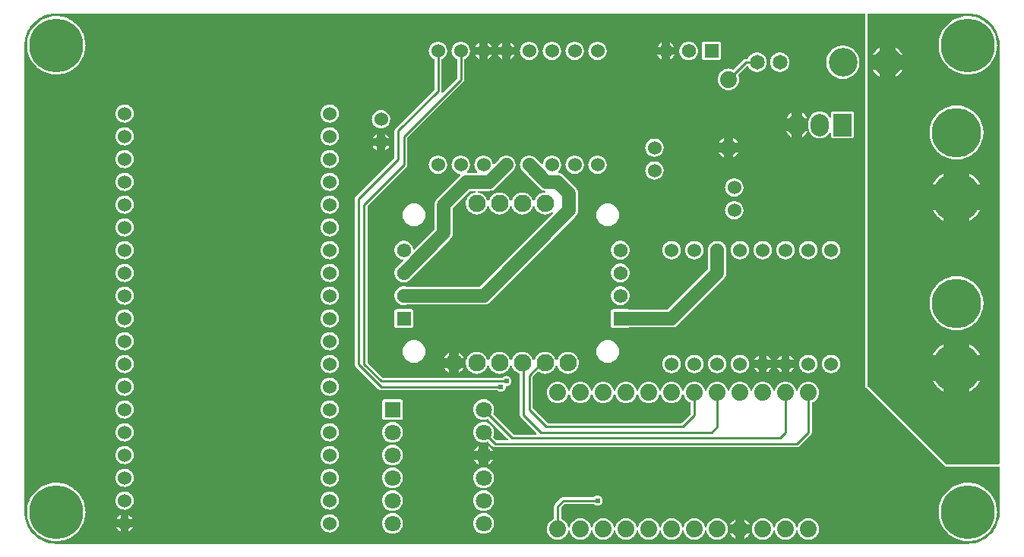
<source format=gtl>
G04 Layer: TopLayer*
G04 EasyEDA v6.5.22, 2024-01-02 20:54:04*
G04 984ccde9b92444d3820f456cd2862b94,da3b0543d5484e77bd98afd5aefff037,10*
G04 Gerber Generator version 0.2*
G04 Scale: 100 percent, Rotated: No, Reflected: No *
G04 Dimensions in millimeters *
G04 leading zeros omitted , absolute positions ,4 integer and 5 decimal *
%FSLAX45Y45*%
%MOMM*%

%AMMACRO1*21,1,$1,$2,0,0,$3*%
%ADD10C,0.2540*%
%ADD11C,1.5000*%
%ADD12MACRO1,1.5748X1.5748X90.0000*%
%ADD13C,1.5748*%
%ADD14C,6.0000*%
%ADD15C,0.8000*%
%ADD16C,1.5240*%
%ADD17C,3.2000*%
%ADD18R,1.5748X1.5748*%
%ADD19C,1.6510*%
%ADD20C,5.5000*%
%ADD21C,1.8796*%
%ADD22C,1.8000*%
%ADD23R,1.8000X1.8000*%
%ADD24C,1.9304*%
%ADD25O,1.9999959999999999X2.4999949999999997*%
%ADD26MACRO1,2.0015X2.4994X0.0000*%
%ADD27C,0.6096*%
%ADD28C,0.0131*%

%LPD*%
G36*
X10301935Y914908D02*
G01*
X10298023Y915669D01*
X10294721Y917905D01*
X9426854Y1785772D01*
X9424670Y1789074D01*
X9423908Y1792935D01*
X9423908Y5932932D01*
X9424670Y5936792D01*
X9426854Y5940094D01*
X9430156Y5942330D01*
X9434068Y5943092D01*
X10540339Y5943092D01*
X10566654Y5942126D01*
X10591850Y5939383D01*
X10616793Y5934862D01*
X10641380Y5928563D01*
X10665409Y5920536D01*
X10688828Y5910834D01*
X10711484Y5899454D01*
X10733227Y5886500D01*
X10754055Y5872022D01*
X10773765Y5856071D01*
X10792307Y5838799D01*
X10809579Y5820206D01*
X10825429Y5800496D01*
X10839856Y5779668D01*
X10852759Y5757824D01*
X10864088Y5735167D01*
X10873790Y5711748D01*
X10881766Y5687669D01*
X10888014Y5663133D01*
X10892485Y5638139D01*
X10895177Y5612942D01*
X10896092Y5587339D01*
X10896092Y925068D01*
X10895279Y921156D01*
X10893094Y917905D01*
X10889792Y915669D01*
X10885932Y914908D01*
G37*

%LPC*%
G36*
X9734346Y5483809D02*
G01*
X9812375Y5483809D01*
X9805720Y5495798D01*
X9795002Y5511241D01*
X9782708Y5525566D01*
X9769043Y5538520D01*
X9754158Y5550052D01*
X9738207Y5560009D01*
X9734346Y5561888D01*
G37*
G36*
X9483547Y5483809D02*
G01*
X9561626Y5483809D01*
X9561626Y5561888D01*
X9557766Y5560009D01*
X9541764Y5550052D01*
X9526879Y5538520D01*
X9513265Y5525566D01*
X9500971Y5511241D01*
X9490202Y5495798D01*
G37*
G36*
X10414000Y2408580D02*
G01*
X10438180Y2409545D01*
X10462260Y2412492D01*
X10485983Y2417318D01*
X10509250Y2424074D01*
X10531906Y2432659D01*
X10553801Y2443073D01*
X10574782Y2455164D01*
X10594746Y2468930D01*
X10613491Y2484272D01*
X10630966Y2501036D01*
X10647070Y2519172D01*
X10661599Y2538577D01*
X10674553Y2559050D01*
X10685830Y2580487D01*
X10695330Y2602788D01*
X10703001Y2625750D01*
X10708792Y2649321D01*
X10712704Y2673197D01*
X10714634Y2697378D01*
X10714634Y2721610D01*
X10712704Y2745740D01*
X10708792Y2769666D01*
X10703001Y2793187D01*
X10695330Y2816199D01*
X10685830Y2838500D01*
X10674553Y2859938D01*
X10661599Y2880410D01*
X10647070Y2899816D01*
X10630966Y2917952D01*
X10613491Y2934716D01*
X10594746Y2950057D01*
X10574782Y2963824D01*
X10553801Y2975914D01*
X10531906Y2986328D01*
X10509250Y2994914D01*
X10485983Y3001619D01*
X10462260Y3006496D01*
X10438180Y3009392D01*
X10414000Y3010408D01*
X10389768Y3009392D01*
X10365689Y3006496D01*
X10341965Y3001619D01*
X10318699Y2994914D01*
X10296042Y2986328D01*
X10274147Y2975914D01*
X10253167Y2963824D01*
X10233202Y2950057D01*
X10214457Y2934716D01*
X10196982Y2917952D01*
X10180878Y2899816D01*
X10166350Y2880410D01*
X10153396Y2859938D01*
X10142118Y2838500D01*
X10132618Y2816199D01*
X10124948Y2793187D01*
X10119156Y2769666D01*
X10115296Y2745740D01*
X10113314Y2721610D01*
X10113314Y2697378D01*
X10115296Y2673197D01*
X10119156Y2649321D01*
X10124948Y2625750D01*
X10132618Y2602788D01*
X10142118Y2580487D01*
X10153396Y2559050D01*
X10166350Y2538577D01*
X10180878Y2519172D01*
X10196982Y2501036D01*
X10214457Y2484272D01*
X10233202Y2468930D01*
X10253167Y2455164D01*
X10274147Y2443073D01*
X10296042Y2432659D01*
X10318699Y2424074D01*
X10341965Y2417318D01*
X10365689Y2412492D01*
X10389768Y2409545D01*
G37*
G36*
X10557814Y2133346D02*
G01*
X10678007Y2133346D01*
X10674553Y2139950D01*
X10661599Y2160422D01*
X10647070Y2179777D01*
X10630966Y2197912D01*
X10613491Y2214727D01*
X10594746Y2230018D01*
X10574782Y2243785D01*
X10557814Y2253589D01*
G37*
G36*
X10149941Y2133346D02*
G01*
X10270134Y2133346D01*
X10270134Y2253589D01*
X10253167Y2243785D01*
X10233202Y2230018D01*
X10214457Y2214727D01*
X10196982Y2197912D01*
X10180878Y2179777D01*
X10166350Y2160422D01*
X10153396Y2139950D01*
G37*
G36*
X10547299Y5262168D02*
G01*
X10572546Y5263642D01*
X10597591Y5267045D01*
X10622280Y5272379D01*
X10646511Y5279644D01*
X10670082Y5288737D01*
X10692892Y5299659D01*
X10714786Y5312308D01*
X10735614Y5326583D01*
X10755274Y5342432D01*
X10773664Y5359806D01*
X10790631Y5378500D01*
X10806125Y5398516D01*
X10820044Y5419598D01*
X10832236Y5441746D01*
X10842701Y5464759D01*
X10851337Y5488482D01*
X10858093Y5512866D01*
X10862970Y5537657D01*
X10865916Y5562752D01*
X10866882Y5588000D01*
X10865916Y5613247D01*
X10862970Y5638342D01*
X10858093Y5663133D01*
X10851337Y5687517D01*
X10842701Y5711240D01*
X10832236Y5734253D01*
X10820044Y5756402D01*
X10806125Y5777484D01*
X10790631Y5797499D01*
X10773664Y5816193D01*
X10755274Y5833567D01*
X10735614Y5849416D01*
X10714786Y5863691D01*
X10692892Y5876340D01*
X10670082Y5887262D01*
X10646511Y5896356D01*
X10622280Y5903620D01*
X10597591Y5908954D01*
X10572546Y5912358D01*
X10547299Y5913831D01*
X10522051Y5913323D01*
X10496905Y5910884D01*
X10472013Y5906516D01*
X10447528Y5900216D01*
X10423601Y5892038D01*
X10400436Y5882030D01*
X10378033Y5870244D01*
X10356646Y5856782D01*
X10336377Y5841644D01*
X10317378Y5825032D01*
X10299649Y5806998D01*
X10283393Y5787644D01*
X10268712Y5767070D01*
X10255656Y5745429D01*
X10244328Y5722874D01*
X10234777Y5699455D01*
X10227056Y5675376D01*
X10221214Y5650788D01*
X10217302Y5625846D01*
X10215321Y5600649D01*
X10215321Y5575350D01*
X10217302Y5550154D01*
X10221214Y5525211D01*
X10227056Y5500624D01*
X10234777Y5476544D01*
X10244328Y5453126D01*
X10255656Y5430570D01*
X10268712Y5408930D01*
X10283393Y5388356D01*
X10299649Y5369001D01*
X10317378Y5350967D01*
X10336377Y5334355D01*
X10356646Y5319217D01*
X10378033Y5305755D01*
X10400436Y5293969D01*
X10423601Y5283962D01*
X10447528Y5275783D01*
X10472013Y5269484D01*
X10496905Y5265115D01*
X10522051Y5262676D01*
G37*
G36*
X10270134Y3630371D02*
G01*
X10270134Y3750614D01*
X10149941Y3750614D01*
X10153396Y3744010D01*
X10166350Y3723538D01*
X10180878Y3704183D01*
X10196982Y3686048D01*
X10214457Y3669284D01*
X10233202Y3653942D01*
X10253167Y3640175D01*
G37*
G36*
X10557814Y3630371D02*
G01*
X10574782Y3640175D01*
X10594746Y3653942D01*
X10613491Y3669284D01*
X10630966Y3686048D01*
X10647070Y3704183D01*
X10661599Y3723538D01*
X10674553Y3744010D01*
X10678007Y3750614D01*
X10557814Y3750614D01*
G37*
G36*
X9561626Y5233060D02*
G01*
X9561626Y5311140D01*
X9483547Y5311140D01*
X9490202Y5299151D01*
X9500971Y5283708D01*
X9513265Y5269382D01*
X9526879Y5256428D01*
X9541764Y5244896D01*
X9557766Y5234940D01*
G37*
G36*
X9734346Y5233060D02*
G01*
X9738207Y5234940D01*
X9754158Y5244896D01*
X9769043Y5256428D01*
X9782708Y5269382D01*
X9795002Y5283708D01*
X9805720Y5299151D01*
X9812375Y5311140D01*
X9734346Y5311140D01*
G37*
G36*
X10557814Y1725371D02*
G01*
X10574782Y1735175D01*
X10594746Y1748942D01*
X10613491Y1764284D01*
X10630966Y1781048D01*
X10647070Y1799183D01*
X10661599Y1818538D01*
X10674553Y1839061D01*
X10678007Y1845614D01*
X10557814Y1845614D01*
G37*
G36*
X10270134Y1725371D02*
G01*
X10270134Y1845614D01*
X10149941Y1845614D01*
X10153396Y1839061D01*
X10166350Y1818538D01*
X10180878Y1799183D01*
X10196982Y1781048D01*
X10214457Y1764284D01*
X10233202Y1748942D01*
X10253167Y1735175D01*
G37*
G36*
X10414000Y4313580D02*
G01*
X10438180Y4314545D01*
X10462260Y4317492D01*
X10485983Y4322318D01*
X10509250Y4329074D01*
X10531906Y4337659D01*
X10553801Y4348073D01*
X10574782Y4360164D01*
X10594746Y4373930D01*
X10613491Y4389272D01*
X10630966Y4406036D01*
X10647070Y4424172D01*
X10661599Y4443577D01*
X10674553Y4464050D01*
X10685830Y4485487D01*
X10695330Y4507788D01*
X10703001Y4530750D01*
X10708792Y4554321D01*
X10712704Y4578197D01*
X10714634Y4602378D01*
X10714634Y4626610D01*
X10712704Y4650740D01*
X10708792Y4674666D01*
X10703001Y4698187D01*
X10695330Y4721199D01*
X10685830Y4743500D01*
X10674553Y4764938D01*
X10661599Y4785410D01*
X10647070Y4804765D01*
X10630966Y4822952D01*
X10613491Y4839716D01*
X10594746Y4855057D01*
X10574782Y4868824D01*
X10553801Y4880914D01*
X10531906Y4891328D01*
X10509250Y4899914D01*
X10485983Y4906619D01*
X10462260Y4911496D01*
X10438180Y4914392D01*
X10414000Y4915408D01*
X10389768Y4914392D01*
X10365689Y4911496D01*
X10341965Y4906619D01*
X10318699Y4899914D01*
X10296042Y4891328D01*
X10274147Y4880914D01*
X10253167Y4868824D01*
X10233202Y4855057D01*
X10214457Y4839716D01*
X10196982Y4822952D01*
X10180878Y4804765D01*
X10166350Y4785410D01*
X10153396Y4764938D01*
X10142118Y4743500D01*
X10132618Y4721199D01*
X10124948Y4698187D01*
X10119156Y4674666D01*
X10115296Y4650740D01*
X10113314Y4626610D01*
X10113314Y4602378D01*
X10115296Y4578197D01*
X10119156Y4554321D01*
X10124948Y4530750D01*
X10132618Y4507788D01*
X10142118Y4485487D01*
X10153396Y4464050D01*
X10166350Y4443577D01*
X10180878Y4424172D01*
X10196982Y4406036D01*
X10214457Y4389272D01*
X10233202Y4373930D01*
X10253167Y4360164D01*
X10274147Y4348073D01*
X10296042Y4337659D01*
X10318699Y4329074D01*
X10341965Y4322318D01*
X10365689Y4317492D01*
X10389768Y4314545D01*
G37*
G36*
X10557814Y4038346D02*
G01*
X10678007Y4038346D01*
X10674553Y4044950D01*
X10661599Y4065422D01*
X10647070Y4084777D01*
X10630966Y4102912D01*
X10613491Y4119727D01*
X10594746Y4135018D01*
X10574782Y4148785D01*
X10557814Y4158589D01*
G37*
G36*
X10149941Y4038346D02*
G01*
X10270134Y4038346D01*
X10270134Y4158589D01*
X10253167Y4148785D01*
X10233202Y4135018D01*
X10214457Y4119727D01*
X10196982Y4102912D01*
X10180878Y4084777D01*
X10166350Y4065422D01*
X10153396Y4044950D01*
G37*

%LPD*%
G36*
X381254Y25908D02*
G01*
X355295Y26873D01*
X330098Y29616D01*
X305155Y34137D01*
X280619Y40436D01*
X256590Y48463D01*
X233171Y58166D01*
X210515Y69545D01*
X188722Y82499D01*
X167944Y96977D01*
X148234Y112877D01*
X129692Y130200D01*
X112420Y148742D01*
X96520Y168503D01*
X82092Y189331D01*
X69189Y211175D01*
X57861Y233832D01*
X48209Y257251D01*
X40233Y281330D01*
X33985Y305866D01*
X29514Y330809D01*
X26822Y356006D01*
X25908Y381609D01*
X25908Y5587390D01*
X26873Y5613704D01*
X29616Y5638901D01*
X34137Y5663793D01*
X40436Y5688380D01*
X48463Y5712409D01*
X58166Y5735828D01*
X69545Y5758484D01*
X82499Y5780278D01*
X96977Y5801055D01*
X112877Y5820765D01*
X130200Y5839307D01*
X148742Y5856579D01*
X168503Y5872429D01*
X189331Y5886907D01*
X211175Y5899810D01*
X233832Y5911138D01*
X257251Y5920790D01*
X281330Y5928766D01*
X305866Y5935014D01*
X330809Y5939485D01*
X356057Y5942177D01*
X381609Y5943092D01*
X9387840Y5943092D01*
X9391700Y5942330D01*
X9395002Y5940094D01*
X9397187Y5936792D01*
X9398000Y5932932D01*
X9398000Y1779016D01*
X9398711Y1777288D01*
X10286288Y889711D01*
X10287965Y889000D01*
X10885932Y889000D01*
X10889792Y888237D01*
X10893094Y886002D01*
X10895279Y882700D01*
X10896092Y878840D01*
X10896092Y381609D01*
X10895126Y355295D01*
X10892383Y330098D01*
X10887862Y305155D01*
X10881563Y280619D01*
X10873536Y256590D01*
X10863783Y233171D01*
X10852454Y210515D01*
X10839500Y188722D01*
X10825022Y167944D01*
X10809071Y148183D01*
X10791799Y129692D01*
X10773206Y112420D01*
X10753496Y96520D01*
X10732617Y82092D01*
X10710824Y69189D01*
X10688167Y57861D01*
X10664698Y48209D01*
X10640669Y40233D01*
X10616082Y33985D01*
X10591139Y29514D01*
X10565942Y26822D01*
X10540339Y25908D01*
G37*

%LPC*%
G36*
X7081621Y5570220D02*
G01*
X7129780Y5570220D01*
X7129780Y5618327D01*
X7123175Y5615076D01*
X7111796Y5607507D01*
X7101484Y5598464D01*
X7092492Y5588203D01*
X7084872Y5576824D01*
G37*
G36*
X10547299Y55168D02*
G01*
X10572546Y56641D01*
X10597591Y60045D01*
X10622280Y65379D01*
X10646511Y72644D01*
X10670082Y81737D01*
X10692892Y92659D01*
X10714786Y105308D01*
X10735614Y119583D01*
X10755274Y135432D01*
X10773664Y152806D01*
X10790631Y171500D01*
X10806125Y191516D01*
X10820044Y212598D01*
X10832236Y234746D01*
X10842701Y257759D01*
X10851337Y281482D01*
X10858093Y305866D01*
X10862970Y330657D01*
X10865916Y355752D01*
X10866882Y381000D01*
X10865916Y406247D01*
X10862970Y431342D01*
X10858093Y456133D01*
X10851337Y480517D01*
X10842701Y504240D01*
X10832236Y527253D01*
X10820044Y549402D01*
X10806125Y570484D01*
X10790631Y590499D01*
X10773664Y609193D01*
X10755274Y626567D01*
X10735614Y642416D01*
X10714786Y656691D01*
X10692892Y669340D01*
X10670082Y680262D01*
X10646511Y689356D01*
X10622280Y696620D01*
X10597591Y701954D01*
X10572546Y705358D01*
X10547299Y706831D01*
X10522051Y706323D01*
X10496905Y703884D01*
X10472013Y699516D01*
X10447528Y693216D01*
X10423601Y685038D01*
X10400436Y675030D01*
X10378033Y663244D01*
X10356646Y649782D01*
X10336377Y634644D01*
X10317378Y618032D01*
X10299649Y599998D01*
X10283393Y580644D01*
X10268712Y560070D01*
X10255656Y538429D01*
X10244328Y515874D01*
X10234777Y492455D01*
X10227056Y468376D01*
X10221214Y443788D01*
X10217302Y418846D01*
X10215321Y393649D01*
X10215321Y368350D01*
X10217302Y343154D01*
X10221214Y318211D01*
X10227056Y293624D01*
X10234777Y269544D01*
X10244328Y246125D01*
X10255656Y223570D01*
X10268712Y201930D01*
X10283393Y181356D01*
X10299649Y162001D01*
X10317378Y143967D01*
X10336377Y127355D01*
X10356646Y112217D01*
X10378033Y98755D01*
X10400436Y86969D01*
X10423601Y76962D01*
X10447528Y68783D01*
X10472013Y62484D01*
X10496905Y58115D01*
X10522051Y55676D01*
G37*
G36*
X8247583Y70866D02*
G01*
X8262366Y70866D01*
X8276996Y72694D01*
X8291322Y76250D01*
X8305088Y81584D01*
X8318093Y88595D01*
X8330133Y97129D01*
X8341055Y107035D01*
X8350656Y118262D01*
X8358784Y130556D01*
X8365388Y143764D01*
X8370265Y157683D01*
X8372043Y165811D01*
X8373618Y169418D01*
X8376412Y172161D01*
X8380018Y173634D01*
X8383930Y173634D01*
X8387537Y172161D01*
X8390331Y169418D01*
X8391906Y165811D01*
X8393684Y157683D01*
X8398611Y143764D01*
X8405164Y130556D01*
X8413343Y118262D01*
X8422944Y107035D01*
X8433816Y97129D01*
X8445906Y88595D01*
X8458860Y81584D01*
X8472627Y76250D01*
X8486952Y72694D01*
X8501583Y70866D01*
X8516366Y70866D01*
X8530996Y72694D01*
X8545322Y76250D01*
X8559088Y81584D01*
X8572093Y88595D01*
X8584133Y97129D01*
X8595055Y107035D01*
X8604656Y118262D01*
X8612784Y130556D01*
X8619388Y143764D01*
X8624265Y157683D01*
X8626043Y165811D01*
X8627618Y169418D01*
X8630412Y172161D01*
X8634018Y173634D01*
X8637930Y173634D01*
X8641537Y172161D01*
X8644331Y169418D01*
X8645906Y165811D01*
X8647684Y157683D01*
X8652611Y143764D01*
X8659164Y130556D01*
X8667343Y118262D01*
X8676944Y107035D01*
X8687816Y97129D01*
X8699906Y88595D01*
X8712860Y81584D01*
X8726627Y76250D01*
X8740952Y72694D01*
X8755583Y70866D01*
X8770366Y70866D01*
X8784996Y72694D01*
X8799322Y76250D01*
X8813088Y81584D01*
X8826093Y88595D01*
X8838133Y97129D01*
X8849055Y107035D01*
X8858656Y118262D01*
X8866784Y130556D01*
X8873388Y143764D01*
X8878265Y157683D01*
X8881414Y172110D01*
X8882786Y186791D01*
X8882329Y201574D01*
X8880094Y216154D01*
X8876030Y230327D01*
X8870289Y243941D01*
X8862923Y256692D01*
X8854033Y268478D01*
X8843721Y279095D01*
X8832240Y288340D01*
X8819692Y296113D01*
X8806281Y302260D01*
X8792210Y306730D01*
X8777732Y309473D01*
X8763000Y310388D01*
X8748268Y309473D01*
X8733739Y306730D01*
X8719667Y302260D01*
X8706256Y296113D01*
X8693708Y288340D01*
X8682228Y279095D01*
X8671966Y268478D01*
X8663076Y256692D01*
X8655659Y243941D01*
X8649919Y230327D01*
X8645753Y215646D01*
X8643721Y211836D01*
X8640216Y209194D01*
X8636000Y208279D01*
X8631732Y209194D01*
X8628278Y211836D01*
X8626195Y215646D01*
X8622030Y230327D01*
X8616289Y243941D01*
X8608923Y256692D01*
X8600033Y268478D01*
X8589721Y279095D01*
X8578240Y288340D01*
X8565692Y296113D01*
X8552281Y302260D01*
X8538210Y306730D01*
X8523732Y309473D01*
X8509000Y310388D01*
X8494268Y309473D01*
X8479739Y306730D01*
X8465667Y302260D01*
X8452256Y296113D01*
X8439708Y288340D01*
X8428228Y279095D01*
X8417966Y268478D01*
X8409076Y256692D01*
X8401659Y243941D01*
X8395919Y230327D01*
X8391753Y215646D01*
X8389721Y211836D01*
X8386216Y209194D01*
X8382000Y208279D01*
X8377732Y209194D01*
X8374278Y211836D01*
X8372195Y215646D01*
X8368030Y230327D01*
X8362289Y243941D01*
X8354923Y256692D01*
X8346033Y268478D01*
X8335721Y279095D01*
X8324240Y288340D01*
X8311692Y296113D01*
X8298281Y302260D01*
X8284209Y306730D01*
X8269731Y309473D01*
X8255000Y310388D01*
X8240268Y309473D01*
X8225739Y306730D01*
X8211667Y302260D01*
X8198256Y296113D01*
X8185708Y288340D01*
X8174228Y279095D01*
X8163966Y268478D01*
X8155076Y256692D01*
X8147659Y243941D01*
X8141919Y230327D01*
X8137906Y216154D01*
X8135620Y201574D01*
X8135162Y186791D01*
X8136534Y172110D01*
X8139684Y157683D01*
X8144611Y143764D01*
X8151164Y130556D01*
X8159343Y118262D01*
X8168944Y107035D01*
X8179816Y97129D01*
X8191906Y88595D01*
X8204860Y81584D01*
X8218627Y76250D01*
X8232952Y72694D01*
G37*
G36*
X7221220Y5570220D02*
G01*
X7269327Y5570220D01*
X7266076Y5576824D01*
X7258507Y5588203D01*
X7249464Y5598464D01*
X7239152Y5607507D01*
X7227773Y5615076D01*
X7221220Y5618327D01*
G37*
G36*
X5051704Y5568950D02*
G01*
X5099050Y5568950D01*
X5099050Y5616295D01*
X5097475Y5615635D01*
X5085740Y5608675D01*
X5075021Y5600192D01*
X5065522Y5590387D01*
X5057444Y5579414D01*
G37*
G36*
X5961583Y70866D02*
G01*
X5976366Y70866D01*
X5990996Y72694D01*
X6005322Y76250D01*
X6019088Y81584D01*
X6032093Y88595D01*
X6044133Y97129D01*
X6055055Y107035D01*
X6064656Y118262D01*
X6072784Y130556D01*
X6079388Y143764D01*
X6084265Y157683D01*
X6086043Y165811D01*
X6087618Y169418D01*
X6090412Y172161D01*
X6094018Y173634D01*
X6097930Y173634D01*
X6101537Y172161D01*
X6104331Y169418D01*
X6105906Y165811D01*
X6107684Y157683D01*
X6112611Y143764D01*
X6119164Y130556D01*
X6127343Y118262D01*
X6136944Y107035D01*
X6147816Y97129D01*
X6159906Y88595D01*
X6172860Y81584D01*
X6186627Y76250D01*
X6200952Y72694D01*
X6215583Y70866D01*
X6230366Y70866D01*
X6244996Y72694D01*
X6259322Y76250D01*
X6273088Y81584D01*
X6286093Y88595D01*
X6298133Y97129D01*
X6309055Y107035D01*
X6318656Y118262D01*
X6326784Y130556D01*
X6333388Y143764D01*
X6338265Y157683D01*
X6340043Y165811D01*
X6341618Y169418D01*
X6344412Y172161D01*
X6348018Y173634D01*
X6351930Y173634D01*
X6355537Y172161D01*
X6358331Y169418D01*
X6359906Y165811D01*
X6361684Y157683D01*
X6366611Y143764D01*
X6373164Y130556D01*
X6381343Y118262D01*
X6390944Y107035D01*
X6401816Y97129D01*
X6413906Y88595D01*
X6426860Y81584D01*
X6440627Y76250D01*
X6454952Y72694D01*
X6469583Y70866D01*
X6484366Y70866D01*
X6498996Y72694D01*
X6513322Y76250D01*
X6527088Y81584D01*
X6540093Y88595D01*
X6552133Y97129D01*
X6563055Y107035D01*
X6572656Y118262D01*
X6580784Y130556D01*
X6587388Y143764D01*
X6592265Y157683D01*
X6594043Y165811D01*
X6595618Y169418D01*
X6598412Y172161D01*
X6602018Y173634D01*
X6605930Y173634D01*
X6609537Y172161D01*
X6612331Y169418D01*
X6613906Y165811D01*
X6615684Y157683D01*
X6620611Y143764D01*
X6627164Y130556D01*
X6635343Y118262D01*
X6644944Y107035D01*
X6655816Y97129D01*
X6667906Y88595D01*
X6680860Y81584D01*
X6694627Y76250D01*
X6708952Y72694D01*
X6723583Y70866D01*
X6738366Y70866D01*
X6752996Y72694D01*
X6767322Y76250D01*
X6781088Y81584D01*
X6794093Y88595D01*
X6806133Y97129D01*
X6817055Y107035D01*
X6826656Y118262D01*
X6834784Y130556D01*
X6841388Y143764D01*
X6846265Y157683D01*
X6848043Y165811D01*
X6849618Y169418D01*
X6852412Y172161D01*
X6856018Y173634D01*
X6859930Y173634D01*
X6863537Y172161D01*
X6866331Y169418D01*
X6867906Y165811D01*
X6869684Y157683D01*
X6874611Y143764D01*
X6881164Y130556D01*
X6889343Y118262D01*
X6898944Y107035D01*
X6909816Y97129D01*
X6921906Y88595D01*
X6934860Y81584D01*
X6948627Y76250D01*
X6962952Y72694D01*
X6977583Y70866D01*
X6992366Y70866D01*
X7006996Y72694D01*
X7021322Y76250D01*
X7035088Y81584D01*
X7048093Y88595D01*
X7060133Y97129D01*
X7071055Y107035D01*
X7080656Y118262D01*
X7088784Y130556D01*
X7095388Y143764D01*
X7100265Y157683D01*
X7102043Y165811D01*
X7103618Y169418D01*
X7106412Y172161D01*
X7110018Y173634D01*
X7113930Y173634D01*
X7117537Y172161D01*
X7120331Y169418D01*
X7121906Y165811D01*
X7123684Y157683D01*
X7128611Y143764D01*
X7135164Y130556D01*
X7143343Y118262D01*
X7152944Y107035D01*
X7163816Y97129D01*
X7175906Y88595D01*
X7188860Y81584D01*
X7202627Y76250D01*
X7216952Y72694D01*
X7231583Y70866D01*
X7246366Y70866D01*
X7260996Y72694D01*
X7275322Y76250D01*
X7289088Y81584D01*
X7302093Y88595D01*
X7314133Y97129D01*
X7325055Y107035D01*
X7334656Y118262D01*
X7342784Y130556D01*
X7349388Y143764D01*
X7354265Y157683D01*
X7356043Y165811D01*
X7357618Y169418D01*
X7360412Y172161D01*
X7364018Y173634D01*
X7367930Y173634D01*
X7371537Y172161D01*
X7374331Y169418D01*
X7375906Y165811D01*
X7377684Y157683D01*
X7382611Y143764D01*
X7389164Y130556D01*
X7397343Y118262D01*
X7406944Y107035D01*
X7417816Y97129D01*
X7429906Y88595D01*
X7442860Y81584D01*
X7456627Y76250D01*
X7470952Y72694D01*
X7485583Y70866D01*
X7500366Y70866D01*
X7514996Y72694D01*
X7529322Y76250D01*
X7543088Y81584D01*
X7556093Y88595D01*
X7568133Y97129D01*
X7579055Y107035D01*
X7588656Y118262D01*
X7596784Y130556D01*
X7603388Y143764D01*
X7608265Y157683D01*
X7610043Y165811D01*
X7611618Y169418D01*
X7614412Y172161D01*
X7618018Y173634D01*
X7621930Y173634D01*
X7625537Y172161D01*
X7628331Y169418D01*
X7629906Y165811D01*
X7631684Y157683D01*
X7636611Y143764D01*
X7643164Y130556D01*
X7651343Y118262D01*
X7660944Y107035D01*
X7671816Y97129D01*
X7683906Y88595D01*
X7696860Y81584D01*
X7710627Y76250D01*
X7724952Y72694D01*
X7739583Y70866D01*
X7754366Y70866D01*
X7768996Y72694D01*
X7783322Y76250D01*
X7797088Y81584D01*
X7810093Y88595D01*
X7822133Y97129D01*
X7833055Y107035D01*
X7842656Y118262D01*
X7850784Y130556D01*
X7857388Y143764D01*
X7862265Y157683D01*
X7865414Y172110D01*
X7866786Y186791D01*
X7866329Y201574D01*
X7864043Y216255D01*
X7860030Y230327D01*
X7854289Y243941D01*
X7846923Y256692D01*
X7838033Y268478D01*
X7827721Y279095D01*
X7816240Y288340D01*
X7803692Y296113D01*
X7790281Y302260D01*
X7776209Y306730D01*
X7761731Y309473D01*
X7747000Y310388D01*
X7732268Y309473D01*
X7717739Y306730D01*
X7703667Y302260D01*
X7690256Y296113D01*
X7677708Y288340D01*
X7666228Y279095D01*
X7655966Y268478D01*
X7647076Y256692D01*
X7639659Y243941D01*
X7633919Y230327D01*
X7629753Y215646D01*
X7627721Y211836D01*
X7624216Y209194D01*
X7620000Y208279D01*
X7615732Y209194D01*
X7612278Y211836D01*
X7610195Y215646D01*
X7606030Y230327D01*
X7600289Y243941D01*
X7592923Y256692D01*
X7584033Y268478D01*
X7573721Y279095D01*
X7562240Y288340D01*
X7549692Y296113D01*
X7536281Y302260D01*
X7522209Y306730D01*
X7507731Y309473D01*
X7493000Y310388D01*
X7478268Y309473D01*
X7463739Y306730D01*
X7449667Y302260D01*
X7436256Y296113D01*
X7423708Y288340D01*
X7412228Y279095D01*
X7401966Y268478D01*
X7393076Y256692D01*
X7385659Y243941D01*
X7379919Y230327D01*
X7375753Y215646D01*
X7373721Y211836D01*
X7370216Y209194D01*
X7366000Y208279D01*
X7361732Y209194D01*
X7358278Y211836D01*
X7356195Y215646D01*
X7352030Y230327D01*
X7346289Y243941D01*
X7338923Y256692D01*
X7330033Y268478D01*
X7319721Y279095D01*
X7308240Y288340D01*
X7295692Y296113D01*
X7282281Y302260D01*
X7268209Y306730D01*
X7253731Y309473D01*
X7239000Y310388D01*
X7224268Y309473D01*
X7209739Y306730D01*
X7195667Y302260D01*
X7182256Y296113D01*
X7169708Y288340D01*
X7158228Y279095D01*
X7147966Y268478D01*
X7139076Y256692D01*
X7131659Y243941D01*
X7125919Y230327D01*
X7121753Y215646D01*
X7119721Y211836D01*
X7116216Y209194D01*
X7112000Y208279D01*
X7107732Y209194D01*
X7104278Y211836D01*
X7102195Y215646D01*
X7098030Y230327D01*
X7092289Y243941D01*
X7084923Y256692D01*
X7076033Y268478D01*
X7065721Y279095D01*
X7054240Y288340D01*
X7041692Y296113D01*
X7028281Y302260D01*
X7014209Y306730D01*
X6999731Y309473D01*
X6985000Y310388D01*
X6970268Y309473D01*
X6955739Y306730D01*
X6941667Y302260D01*
X6928256Y296113D01*
X6915708Y288340D01*
X6904228Y279095D01*
X6893966Y268478D01*
X6885076Y256692D01*
X6877659Y243941D01*
X6871919Y230327D01*
X6867753Y215646D01*
X6865721Y211836D01*
X6862216Y209194D01*
X6858000Y208279D01*
X6853732Y209194D01*
X6850278Y211836D01*
X6848195Y215646D01*
X6844030Y230327D01*
X6838289Y243941D01*
X6830923Y256692D01*
X6822033Y268478D01*
X6811721Y279095D01*
X6800240Y288340D01*
X6787692Y296113D01*
X6774281Y302260D01*
X6760209Y306730D01*
X6745731Y309473D01*
X6731000Y310388D01*
X6716268Y309473D01*
X6701739Y306730D01*
X6687667Y302260D01*
X6674256Y296113D01*
X6661708Y288340D01*
X6650228Y279095D01*
X6639966Y268478D01*
X6631076Y256692D01*
X6623659Y243941D01*
X6617919Y230327D01*
X6613753Y215646D01*
X6611721Y211836D01*
X6608216Y209194D01*
X6604000Y208279D01*
X6599732Y209194D01*
X6596278Y211836D01*
X6594195Y215646D01*
X6590030Y230327D01*
X6584289Y243941D01*
X6576923Y256692D01*
X6568033Y268478D01*
X6557721Y279095D01*
X6546240Y288340D01*
X6533692Y296113D01*
X6520281Y302260D01*
X6506209Y306730D01*
X6491732Y309473D01*
X6477000Y310388D01*
X6462268Y309473D01*
X6447739Y306730D01*
X6433667Y302260D01*
X6420256Y296113D01*
X6407708Y288340D01*
X6396228Y279095D01*
X6385966Y268478D01*
X6377076Y256692D01*
X6369659Y243941D01*
X6363919Y230327D01*
X6359753Y215646D01*
X6357721Y211836D01*
X6354216Y209194D01*
X6350000Y208279D01*
X6345732Y209194D01*
X6342278Y211836D01*
X6340195Y215646D01*
X6336030Y230327D01*
X6330289Y243941D01*
X6322923Y256692D01*
X6314033Y268478D01*
X6303721Y279095D01*
X6292240Y288340D01*
X6279692Y296113D01*
X6266281Y302260D01*
X6252210Y306730D01*
X6237732Y309473D01*
X6223000Y310388D01*
X6208268Y309473D01*
X6193739Y306730D01*
X6179667Y302260D01*
X6166256Y296113D01*
X6153708Y288340D01*
X6142228Y279095D01*
X6131966Y268478D01*
X6123076Y256692D01*
X6115659Y243941D01*
X6109919Y230327D01*
X6105753Y215646D01*
X6103721Y211836D01*
X6100216Y209194D01*
X6096000Y208279D01*
X6091732Y209194D01*
X6088278Y211836D01*
X6086195Y215646D01*
X6082030Y230327D01*
X6076289Y243941D01*
X6068923Y256692D01*
X6060033Y268478D01*
X6049721Y279095D01*
X6038240Y288340D01*
X6025692Y296113D01*
X6013500Y301701D01*
X6010402Y303936D01*
X6008319Y307187D01*
X6007608Y310946D01*
X6007608Y424332D01*
X6008370Y428193D01*
X6010605Y431495D01*
X6045504Y466394D01*
X6048806Y468630D01*
X6052667Y469392D01*
X6368491Y469392D01*
X6372402Y468630D01*
X6375704Y466394D01*
X6377279Y464820D01*
X6385306Y459181D01*
X6394196Y455066D01*
X6403695Y452526D01*
X6413500Y451662D01*
X6423253Y452526D01*
X6432753Y455066D01*
X6441643Y459181D01*
X6449720Y464820D01*
X6456629Y471779D01*
X6462268Y479806D01*
X6466433Y488746D01*
X6468973Y498195D01*
X6469837Y508000D01*
X6468973Y517804D01*
X6466433Y527253D01*
X6462268Y536194D01*
X6456629Y544220D01*
X6449720Y551180D01*
X6441643Y556818D01*
X6432753Y560933D01*
X6423253Y563473D01*
X6413500Y564337D01*
X6403695Y563473D01*
X6394196Y560933D01*
X6385306Y556818D01*
X6377279Y551180D01*
X6375704Y549605D01*
X6372402Y547370D01*
X6368491Y546608D01*
X6033008Y546608D01*
X6024981Y545795D01*
X6017717Y543610D01*
X6011062Y540054D01*
X6004814Y534924D01*
X5942076Y472185D01*
X5936945Y465937D01*
X5933389Y459282D01*
X5931204Y452018D01*
X5930392Y443992D01*
X5930392Y310946D01*
X5929680Y307187D01*
X5927598Y303936D01*
X5924499Y301701D01*
X5912256Y296113D01*
X5899708Y288340D01*
X5888228Y279095D01*
X5877966Y268478D01*
X5869076Y256692D01*
X5861659Y243941D01*
X5855919Y230327D01*
X5851906Y216154D01*
X5849620Y201574D01*
X5849162Y186791D01*
X5850534Y172110D01*
X5853684Y157683D01*
X5858611Y143764D01*
X5865164Y130556D01*
X5873343Y118262D01*
X5882944Y107035D01*
X5893816Y97129D01*
X5905906Y88595D01*
X5918860Y81584D01*
X5932627Y76250D01*
X5946952Y72694D01*
G37*
G36*
X5441950Y5568950D02*
G01*
X5489295Y5568950D01*
X5483555Y5579414D01*
X5475478Y5590387D01*
X5465978Y5600192D01*
X5455259Y5608675D01*
X5443524Y5615635D01*
X5441950Y5616295D01*
G37*
G36*
X5305704Y5568950D02*
G01*
X5353050Y5568950D01*
X5353050Y5616295D01*
X5351475Y5615635D01*
X5339740Y5608675D01*
X5329021Y5600192D01*
X5319522Y5590387D01*
X5311444Y5579414D01*
G37*
G36*
X5187950Y5568950D02*
G01*
X5235295Y5568950D01*
X5229555Y5579414D01*
X5221478Y5590387D01*
X5211978Y5600192D01*
X5201259Y5608675D01*
X5189524Y5615635D01*
X5187950Y5616295D01*
G37*
G36*
X5099050Y5432856D02*
G01*
X5099050Y5480050D01*
X5051856Y5480050D01*
X5053990Y5475427D01*
X5061305Y5463946D01*
X5070094Y5453532D01*
X5080254Y5444388D01*
X5091480Y5436666D01*
G37*
G36*
X5187950Y5432856D02*
G01*
X5195519Y5436666D01*
X5206746Y5444388D01*
X5216906Y5453532D01*
X5225694Y5463946D01*
X5233009Y5475427D01*
X5235143Y5480050D01*
X5187950Y5480050D01*
G37*
G36*
X5353050Y5432856D02*
G01*
X5353050Y5480050D01*
X5305856Y5480050D01*
X5307990Y5475427D01*
X5315305Y5463946D01*
X5324094Y5453532D01*
X5334254Y5444388D01*
X5345480Y5436666D01*
G37*
G36*
X5441950Y5432856D02*
G01*
X5449519Y5436666D01*
X5460746Y5444388D01*
X5470906Y5453532D01*
X5479694Y5463946D01*
X5487009Y5475427D01*
X5489143Y5480050D01*
X5441950Y5480050D01*
G37*
G36*
X7947659Y83362D02*
G01*
X7947659Y137160D01*
X7893913Y137160D01*
X7897164Y130556D01*
X7905343Y118262D01*
X7914944Y107035D01*
X7925816Y97129D01*
X7937906Y88595D01*
G37*
G36*
X8054340Y83362D02*
G01*
X8064093Y88595D01*
X8076133Y97129D01*
X8087055Y107035D01*
X8096656Y118262D01*
X8104784Y130556D01*
X8108086Y137160D01*
X8054340Y137160D01*
G37*
G36*
X4127500Y138125D02*
G01*
X4142028Y139039D01*
X4156303Y141732D01*
X4170172Y146253D01*
X4183329Y152450D01*
X4195622Y160223D01*
X4206798Y169519D01*
X4216806Y180136D01*
X4225340Y191922D01*
X4232351Y204673D01*
X4237685Y218186D01*
X4241342Y232257D01*
X4243171Y246735D01*
X4243171Y261264D01*
X4241342Y275691D01*
X4237685Y289814D01*
X4232351Y303326D01*
X4225340Y316077D01*
X4216806Y327863D01*
X4206798Y338480D01*
X4195622Y347776D01*
X4183329Y355549D01*
X4170172Y361746D01*
X4156303Y366268D01*
X4142028Y368960D01*
X4127500Y369874D01*
X4112971Y368960D01*
X4098696Y366268D01*
X4084828Y361746D01*
X4071670Y355549D01*
X4059377Y347776D01*
X4048150Y338480D01*
X4038193Y327863D01*
X4029659Y316077D01*
X4022648Y303326D01*
X4017264Y289814D01*
X4013657Y275691D01*
X4011828Y261264D01*
X4011828Y246735D01*
X4013657Y232257D01*
X4017264Y218186D01*
X4022648Y204673D01*
X4029659Y191922D01*
X4038193Y180136D01*
X4048150Y169519D01*
X4059377Y160223D01*
X4071670Y152450D01*
X4084828Y146253D01*
X4098696Y141732D01*
X4112971Y139039D01*
G37*
G36*
X5143500Y138125D02*
G01*
X5158028Y139039D01*
X5172303Y141732D01*
X5186172Y146253D01*
X5199329Y152450D01*
X5211622Y160223D01*
X5222798Y169519D01*
X5232806Y180136D01*
X5241340Y191922D01*
X5248351Y204673D01*
X5253685Y218186D01*
X5257342Y232257D01*
X5259171Y246735D01*
X5259171Y261264D01*
X5257342Y275691D01*
X5253685Y289814D01*
X5248351Y303326D01*
X5241340Y316077D01*
X5232806Y327863D01*
X5222798Y338480D01*
X5211622Y347776D01*
X5199329Y355549D01*
X5186172Y361746D01*
X5172303Y366268D01*
X5158028Y368960D01*
X5143500Y369874D01*
X5128971Y368960D01*
X5114696Y366268D01*
X5100828Y361746D01*
X5087670Y355549D01*
X5075377Y347776D01*
X5064150Y338480D01*
X5054193Y327863D01*
X5045659Y316077D01*
X5038648Y303326D01*
X5033264Y289814D01*
X5029657Y275691D01*
X5027828Y261264D01*
X5027828Y246735D01*
X5029657Y232257D01*
X5033264Y218186D01*
X5038648Y204673D01*
X5045659Y191922D01*
X5054193Y180136D01*
X5064150Y169519D01*
X5075377Y160223D01*
X5087670Y152450D01*
X5100828Y146253D01*
X5114696Y141732D01*
X5128971Y139039D01*
G37*
G36*
X3425596Y151942D02*
G01*
X3439210Y152400D01*
X3452672Y154686D01*
X3465677Y158750D01*
X3478072Y164490D01*
X3489553Y171805D01*
X3499967Y180594D01*
X3509111Y190703D01*
X3516833Y201980D01*
X3522979Y214121D01*
X3527450Y227025D01*
X3530193Y240385D01*
X3531057Y254000D01*
X3530193Y267614D01*
X3527450Y280974D01*
X3522979Y293827D01*
X3516833Y306019D01*
X3509111Y317246D01*
X3499967Y327355D01*
X3489553Y336194D01*
X3478072Y343509D01*
X3465677Y349250D01*
X3452672Y353314D01*
X3439210Y355549D01*
X3425596Y356006D01*
X3412032Y354634D01*
X3398774Y351485D01*
X3386023Y346608D01*
X3374085Y340055D01*
X3363061Y331927D01*
X3353308Y322478D01*
X3344824Y311759D01*
X3337864Y300024D01*
X3332581Y287477D01*
X3328974Y274320D01*
X3327146Y260807D01*
X3327146Y247192D01*
X3328974Y233679D01*
X3332581Y220522D01*
X3337864Y207975D01*
X3344824Y196240D01*
X3353308Y185521D01*
X3363061Y176022D01*
X3374085Y167944D01*
X3386023Y161391D01*
X3398774Y156514D01*
X3412032Y153314D01*
G37*
G36*
X1098550Y162204D02*
G01*
X1098550Y209550D01*
X1051204Y209550D01*
X1051864Y207975D01*
X1058824Y196240D01*
X1067308Y185521D01*
X1077061Y176022D01*
X1088085Y167944D01*
G37*
G36*
X1187450Y162356D02*
G01*
X1192072Y164490D01*
X1203553Y171805D01*
X1213967Y180594D01*
X1223111Y190703D01*
X1230833Y201980D01*
X1234643Y209550D01*
X1187450Y209550D01*
G37*
G36*
X7129780Y5430621D02*
G01*
X7129780Y5478780D01*
X7081621Y5478780D01*
X7084872Y5472176D01*
X7092492Y5460796D01*
X7101484Y5450484D01*
X7111796Y5441492D01*
X7123175Y5433872D01*
G37*
G36*
X7221220Y5430621D02*
G01*
X7227773Y5433872D01*
X7239152Y5441492D01*
X7249464Y5450484D01*
X7258507Y5460796D01*
X7266076Y5472176D01*
X7269327Y5478780D01*
X7221220Y5478780D01*
G37*
G36*
X6159500Y5422392D02*
G01*
X6173114Y5423306D01*
X6186474Y5426049D01*
X6199378Y5430520D01*
X6211519Y5436666D01*
X6222746Y5444388D01*
X6232906Y5453532D01*
X6241694Y5463946D01*
X6249009Y5475427D01*
X6254750Y5487822D01*
X6258814Y5500827D01*
X6261049Y5514289D01*
X6261506Y5527903D01*
X6260185Y5541467D01*
X6256985Y5554726D01*
X6252108Y5567476D01*
X6245555Y5579414D01*
X6237478Y5590387D01*
X6227978Y5600192D01*
X6217259Y5608675D01*
X6205524Y5615635D01*
X6192977Y5620918D01*
X6179820Y5624525D01*
X6166307Y5626354D01*
X6152692Y5626354D01*
X6139180Y5624525D01*
X6126022Y5620918D01*
X6113475Y5615635D01*
X6101740Y5608675D01*
X6091021Y5600192D01*
X6081522Y5590387D01*
X6073444Y5579414D01*
X6066891Y5567476D01*
X6062014Y5554726D01*
X6058814Y5541467D01*
X6057493Y5527903D01*
X6057950Y5514289D01*
X6060186Y5500827D01*
X6064250Y5487822D01*
X6069990Y5475427D01*
X6077305Y5463946D01*
X6086094Y5453532D01*
X6096254Y5444388D01*
X6107480Y5436666D01*
X6119622Y5430520D01*
X6132525Y5426049D01*
X6145885Y5423306D01*
G37*
G36*
X5905500Y5422392D02*
G01*
X5919114Y5423306D01*
X5932474Y5426049D01*
X5945378Y5430520D01*
X5957519Y5436666D01*
X5968746Y5444388D01*
X5978906Y5453532D01*
X5987694Y5463946D01*
X5995009Y5475427D01*
X6000750Y5487822D01*
X6004814Y5500827D01*
X6007049Y5514289D01*
X6007506Y5527903D01*
X6006185Y5541467D01*
X6002985Y5554726D01*
X5998108Y5567476D01*
X5991555Y5579414D01*
X5983478Y5590387D01*
X5973978Y5600192D01*
X5963259Y5608675D01*
X5951524Y5615635D01*
X5938977Y5620918D01*
X5925820Y5624525D01*
X5912307Y5626354D01*
X5898692Y5626354D01*
X5885180Y5624525D01*
X5872022Y5620918D01*
X5859475Y5615635D01*
X5847740Y5608675D01*
X5837021Y5600192D01*
X5827522Y5590387D01*
X5819444Y5579414D01*
X5812891Y5567476D01*
X5808014Y5554726D01*
X5804814Y5541467D01*
X5803493Y5527903D01*
X5803950Y5514289D01*
X5806186Y5500827D01*
X5810250Y5487822D01*
X5815990Y5475427D01*
X5823305Y5463946D01*
X5832094Y5453532D01*
X5842254Y5444388D01*
X5853480Y5436666D01*
X5865622Y5430520D01*
X5878525Y5426049D01*
X5891885Y5423306D01*
G37*
G36*
X5651500Y5422392D02*
G01*
X5665114Y5423306D01*
X5678474Y5426049D01*
X5691378Y5430520D01*
X5703519Y5436666D01*
X5714746Y5444388D01*
X5724906Y5453532D01*
X5733694Y5463946D01*
X5741009Y5475427D01*
X5746750Y5487822D01*
X5750814Y5500827D01*
X5753049Y5514289D01*
X5753506Y5527903D01*
X5752185Y5541467D01*
X5748985Y5554726D01*
X5744108Y5567476D01*
X5737555Y5579414D01*
X5729478Y5590387D01*
X5719978Y5600192D01*
X5709259Y5608675D01*
X5697524Y5615635D01*
X5684977Y5620918D01*
X5671820Y5624525D01*
X5658307Y5626354D01*
X5644692Y5626354D01*
X5631180Y5624525D01*
X5618022Y5620918D01*
X5605475Y5615635D01*
X5593740Y5608675D01*
X5583021Y5600192D01*
X5573522Y5590387D01*
X5565444Y5579414D01*
X5558891Y5567476D01*
X5554014Y5554726D01*
X5550814Y5541467D01*
X5549493Y5527903D01*
X5549950Y5514289D01*
X5552186Y5500827D01*
X5556250Y5487822D01*
X5561990Y5475427D01*
X5569305Y5463946D01*
X5578094Y5453532D01*
X5588254Y5444388D01*
X5599480Y5436666D01*
X5611622Y5430520D01*
X5624525Y5426049D01*
X5637885Y5423306D01*
G37*
G36*
X6413500Y5422392D02*
G01*
X6427114Y5423306D01*
X6440474Y5426049D01*
X6453378Y5430520D01*
X6465519Y5436666D01*
X6476746Y5444388D01*
X6486906Y5453532D01*
X6495694Y5463946D01*
X6503009Y5475427D01*
X6508750Y5487822D01*
X6512814Y5500827D01*
X6515049Y5514289D01*
X6515506Y5527903D01*
X6514185Y5541467D01*
X6510985Y5554726D01*
X6506108Y5567476D01*
X6499555Y5579414D01*
X6491478Y5590387D01*
X6481978Y5600192D01*
X6471259Y5608675D01*
X6459524Y5615635D01*
X6446977Y5620918D01*
X6433820Y5624525D01*
X6420307Y5626354D01*
X6406692Y5626354D01*
X6393180Y5624525D01*
X6380022Y5620918D01*
X6367475Y5615635D01*
X6355740Y5608675D01*
X6345021Y5600192D01*
X6335522Y5590387D01*
X6327444Y5579414D01*
X6320891Y5567476D01*
X6316014Y5554726D01*
X6312814Y5541467D01*
X6311493Y5527903D01*
X6311950Y5514289D01*
X6314186Y5500827D01*
X6318250Y5487822D01*
X6323990Y5475427D01*
X6331305Y5463946D01*
X6340094Y5453532D01*
X6350254Y5444388D01*
X6361480Y5436666D01*
X6373622Y5430520D01*
X6386525Y5426049D01*
X6399885Y5423306D01*
G37*
G36*
X7605318Y5419852D02*
G01*
X7761630Y5419852D01*
X7767980Y5420563D01*
X7773416Y5422442D01*
X7778343Y5425541D01*
X7782407Y5429656D01*
X7785506Y5434533D01*
X7787436Y5440019D01*
X7788148Y5446318D01*
X7788148Y5602681D01*
X7787436Y5608980D01*
X7785506Y5614466D01*
X7782407Y5619343D01*
X7778343Y5623458D01*
X7773416Y5626506D01*
X7767980Y5628436D01*
X7761630Y5629148D01*
X7605318Y5629148D01*
X7598968Y5628436D01*
X7593533Y5626506D01*
X7588656Y5623458D01*
X7584541Y5619343D01*
X7581442Y5614466D01*
X7579563Y5608980D01*
X7578852Y5602681D01*
X7578852Y5446318D01*
X7579563Y5440019D01*
X7581442Y5434533D01*
X7584541Y5429656D01*
X7588656Y5425541D01*
X7593533Y5422442D01*
X7598968Y5420563D01*
G37*
G36*
X7429500Y5419852D02*
G01*
X7443165Y5420766D01*
X7456576Y5423408D01*
X7469530Y5427827D01*
X7481773Y5433872D01*
X7493152Y5441492D01*
X7503464Y5450484D01*
X7512507Y5460796D01*
X7520076Y5472176D01*
X7526121Y5484469D01*
X7530541Y5497423D01*
X7533233Y5510834D01*
X7534097Y5524500D01*
X7533233Y5538165D01*
X7530541Y5551576D01*
X7526121Y5564530D01*
X7520076Y5576824D01*
X7512507Y5588203D01*
X7503464Y5598464D01*
X7493152Y5607507D01*
X7481773Y5615076D01*
X7469530Y5621172D01*
X7456576Y5625541D01*
X7443165Y5628233D01*
X7429500Y5629097D01*
X7415834Y5628233D01*
X7402423Y5625541D01*
X7389469Y5621172D01*
X7377175Y5615076D01*
X7365796Y5607507D01*
X7355484Y5598464D01*
X7346492Y5588203D01*
X7338872Y5576824D01*
X7332827Y5564530D01*
X7328408Y5551576D01*
X7325766Y5538165D01*
X7324852Y5524500D01*
X7325766Y5510834D01*
X7328408Y5497423D01*
X7332827Y5484469D01*
X7338872Y5472176D01*
X7346492Y5460796D01*
X7355484Y5450484D01*
X7365796Y5441492D01*
X7377175Y5433872D01*
X7389469Y5427827D01*
X7402423Y5423408D01*
X7415834Y5420766D01*
G37*
G36*
X8445500Y5289042D02*
G01*
X8459622Y5289956D01*
X8473541Y5292750D01*
X8487003Y5297322D01*
X8499703Y5303570D01*
X8511489Y5311444D01*
X8522157Y5320792D01*
X8531504Y5331460D01*
X8539378Y5343296D01*
X8545677Y5355996D01*
X8550198Y5369407D01*
X8552992Y5383326D01*
X8553907Y5397500D01*
X8552992Y5411622D01*
X8550198Y5425541D01*
X8545677Y5439003D01*
X8539378Y5451703D01*
X8531504Y5463489D01*
X8522157Y5474157D01*
X8511489Y5483504D01*
X8499703Y5491378D01*
X8487003Y5497677D01*
X8473541Y5502249D01*
X8459622Y5504992D01*
X8445500Y5505907D01*
X8431326Y5504992D01*
X8417407Y5502249D01*
X8403996Y5497677D01*
X8391245Y5491378D01*
X8379459Y5483504D01*
X8368792Y5474157D01*
X8359444Y5463489D01*
X8351570Y5451703D01*
X8345322Y5439003D01*
X8340750Y5425541D01*
X8337956Y5411622D01*
X8337042Y5397500D01*
X8337956Y5383326D01*
X8340750Y5369407D01*
X8345322Y5355996D01*
X8351570Y5343296D01*
X8359444Y5331460D01*
X8368792Y5320792D01*
X8379459Y5311444D01*
X8391245Y5303570D01*
X8403996Y5297322D01*
X8417407Y5292750D01*
X8431326Y5289956D01*
G37*
G36*
X8054340Y243840D02*
G01*
X8108340Y243840D01*
X8100923Y256692D01*
X8092033Y268478D01*
X8081721Y279095D01*
X8070240Y288340D01*
X8057692Y296113D01*
X8054340Y297637D01*
G37*
G36*
X7893659Y243840D02*
G01*
X7947659Y243840D01*
X7947659Y297637D01*
X7944256Y296113D01*
X7931708Y288340D01*
X7920228Y279095D01*
X7909966Y268478D01*
X7901076Y256692D01*
G37*
G36*
X1187450Y298450D02*
G01*
X1234643Y298450D01*
X1230833Y306019D01*
X1223111Y317246D01*
X1213967Y327355D01*
X1203553Y336194D01*
X1192072Y343509D01*
X1187450Y345643D01*
G37*
G36*
X1051204Y298450D02*
G01*
X1098550Y298450D01*
X1098550Y345795D01*
X1088085Y340055D01*
X1077061Y331927D01*
X1067308Y322478D01*
X1058824Y311759D01*
X1051864Y300024D01*
G37*
G36*
X5143500Y392125D02*
G01*
X5158028Y393039D01*
X5172303Y395732D01*
X5186172Y400253D01*
X5199329Y406450D01*
X5211622Y414223D01*
X5222798Y423519D01*
X5232806Y434136D01*
X5241340Y445922D01*
X5248351Y458673D01*
X5253685Y472185D01*
X5257342Y486257D01*
X5259171Y500735D01*
X5259171Y515264D01*
X5257342Y529691D01*
X5253685Y543814D01*
X5248351Y557326D01*
X5241340Y570077D01*
X5232806Y581863D01*
X5222798Y592480D01*
X5211622Y601776D01*
X5199329Y609549D01*
X5186172Y615746D01*
X5172303Y620268D01*
X5158028Y622960D01*
X5143500Y623874D01*
X5128971Y622960D01*
X5114696Y620268D01*
X5100828Y615746D01*
X5087670Y609549D01*
X5075377Y601776D01*
X5064150Y592480D01*
X5054193Y581863D01*
X5045659Y570077D01*
X5038648Y557326D01*
X5033264Y543814D01*
X5029657Y529691D01*
X5027828Y515264D01*
X5027828Y500735D01*
X5029657Y486257D01*
X5033264Y472185D01*
X5038648Y458673D01*
X5045659Y445922D01*
X5054193Y434136D01*
X5064150Y423519D01*
X5075377Y414223D01*
X5087670Y406450D01*
X5100828Y400253D01*
X5114696Y395732D01*
X5128971Y393039D01*
G37*
G36*
X4127500Y392125D02*
G01*
X4142028Y393039D01*
X4156303Y395732D01*
X4170172Y400253D01*
X4183329Y406450D01*
X4195622Y414223D01*
X4206798Y423519D01*
X4216806Y434136D01*
X4225340Y445922D01*
X4232351Y458673D01*
X4237685Y472185D01*
X4241342Y486257D01*
X4243171Y500735D01*
X4243171Y515264D01*
X4241342Y529691D01*
X4237685Y543814D01*
X4232351Y557326D01*
X4225340Y570077D01*
X4216806Y581863D01*
X4206798Y592480D01*
X4195622Y601776D01*
X4183329Y609549D01*
X4170172Y615746D01*
X4156303Y620268D01*
X4142028Y622960D01*
X4127500Y623874D01*
X4112971Y622960D01*
X4098696Y620268D01*
X4084828Y615746D01*
X4071670Y609549D01*
X4059377Y601776D01*
X4048150Y592480D01*
X4038193Y581863D01*
X4029659Y570077D01*
X4022648Y557326D01*
X4017264Y543814D01*
X4013657Y529691D01*
X4011828Y515264D01*
X4011828Y500735D01*
X4013657Y486257D01*
X4017264Y472185D01*
X4022648Y458673D01*
X4029659Y445922D01*
X4038193Y434136D01*
X4048150Y423519D01*
X4059377Y414223D01*
X4071670Y406450D01*
X4084828Y400253D01*
X4098696Y395732D01*
X4112971Y393039D01*
G37*
G36*
X1139596Y405942D02*
G01*
X1153210Y406400D01*
X1166672Y408686D01*
X1179677Y412750D01*
X1192072Y418490D01*
X1203553Y425805D01*
X1213967Y434593D01*
X1223111Y444703D01*
X1230833Y455980D01*
X1236980Y468122D01*
X1241450Y481025D01*
X1244193Y494385D01*
X1245057Y508000D01*
X1244193Y521614D01*
X1241450Y534974D01*
X1236980Y547827D01*
X1230833Y560019D01*
X1223111Y571246D01*
X1213967Y581355D01*
X1203553Y590194D01*
X1192072Y597509D01*
X1179677Y603250D01*
X1166672Y607314D01*
X1153210Y609549D01*
X1139596Y610006D01*
X1126032Y608634D01*
X1112774Y605485D01*
X1100023Y600608D01*
X1088085Y594055D01*
X1077061Y585927D01*
X1067308Y576478D01*
X1058824Y565759D01*
X1051864Y554024D01*
X1046581Y541477D01*
X1042974Y528320D01*
X1041146Y514807D01*
X1041146Y501192D01*
X1042974Y487680D01*
X1046581Y474522D01*
X1051864Y461975D01*
X1058824Y450240D01*
X1067308Y439521D01*
X1077061Y430022D01*
X1088085Y421944D01*
X1100023Y415391D01*
X1112774Y410514D01*
X1126032Y407314D01*
G37*
G36*
X3425596Y405942D02*
G01*
X3439210Y406400D01*
X3452672Y408686D01*
X3465677Y412750D01*
X3478072Y418490D01*
X3489553Y425805D01*
X3499967Y434593D01*
X3509111Y444703D01*
X3516833Y455980D01*
X3522979Y468122D01*
X3527450Y481025D01*
X3530193Y494385D01*
X3531057Y508000D01*
X3530193Y521614D01*
X3527450Y534974D01*
X3522979Y547827D01*
X3516833Y560019D01*
X3509111Y571246D01*
X3499967Y581355D01*
X3489553Y590194D01*
X3478072Y597509D01*
X3465677Y603250D01*
X3452672Y607314D01*
X3439210Y609549D01*
X3425596Y610006D01*
X3412032Y608634D01*
X3398774Y605485D01*
X3386023Y600608D01*
X3374085Y594055D01*
X3363061Y585927D01*
X3353308Y576478D01*
X3344824Y565759D01*
X3337864Y554024D01*
X3332581Y541477D01*
X3328974Y528320D01*
X3327146Y514807D01*
X3327146Y501192D01*
X3328974Y487680D01*
X3332581Y474522D01*
X3337864Y461975D01*
X3344824Y450240D01*
X3353308Y439521D01*
X3363061Y430022D01*
X3374085Y421944D01*
X3386023Y415391D01*
X3398774Y410514D01*
X3412032Y407314D01*
G37*
G36*
X387299Y5262168D02*
G01*
X412546Y5263642D01*
X437591Y5267045D01*
X462280Y5272379D01*
X486511Y5279644D01*
X510082Y5288737D01*
X532892Y5299659D01*
X554786Y5312308D01*
X575614Y5326583D01*
X595274Y5342432D01*
X613664Y5359806D01*
X630631Y5378500D01*
X646125Y5398516D01*
X660044Y5419598D01*
X672236Y5441746D01*
X682701Y5464759D01*
X691337Y5488482D01*
X698093Y5512866D01*
X702970Y5537657D01*
X705916Y5562752D01*
X706882Y5588000D01*
X705916Y5613247D01*
X702970Y5638342D01*
X698093Y5663133D01*
X691337Y5687517D01*
X682701Y5711240D01*
X672236Y5734253D01*
X660044Y5756402D01*
X646125Y5777484D01*
X630631Y5797499D01*
X613664Y5816193D01*
X595274Y5833567D01*
X575614Y5849416D01*
X554786Y5863691D01*
X532892Y5876340D01*
X510082Y5887262D01*
X486511Y5896356D01*
X462280Y5903620D01*
X437591Y5908954D01*
X412546Y5912358D01*
X387299Y5913831D01*
X362051Y5913323D01*
X336905Y5910884D01*
X312013Y5906516D01*
X287528Y5900216D01*
X263601Y5892038D01*
X240436Y5882030D01*
X218033Y5870244D01*
X196646Y5856782D01*
X176377Y5841644D01*
X157378Y5825032D01*
X139649Y5806998D01*
X123393Y5787644D01*
X108712Y5767070D01*
X95656Y5745429D01*
X84328Y5722874D01*
X74777Y5699455D01*
X67056Y5675376D01*
X61214Y5650788D01*
X57302Y5625846D01*
X55321Y5600649D01*
X55321Y5575350D01*
X57302Y5550154D01*
X61214Y5525211D01*
X67056Y5500624D01*
X74777Y5476544D01*
X84328Y5453126D01*
X95656Y5430570D01*
X108712Y5408930D01*
X123393Y5388356D01*
X139649Y5369001D01*
X157378Y5350967D01*
X176377Y5334355D01*
X196646Y5319217D01*
X218033Y5305755D01*
X240436Y5293969D01*
X263601Y5283962D01*
X287528Y5275783D01*
X312013Y5269484D01*
X336905Y5265115D01*
X362051Y5262676D01*
G37*
G36*
X4127500Y646125D02*
G01*
X4142028Y647039D01*
X4156303Y649732D01*
X4170172Y654253D01*
X4183329Y660450D01*
X4195622Y668223D01*
X4206798Y677519D01*
X4216806Y688136D01*
X4225340Y699922D01*
X4232351Y712673D01*
X4237685Y726186D01*
X4241342Y740257D01*
X4243171Y754735D01*
X4243171Y769264D01*
X4241342Y783691D01*
X4237685Y797814D01*
X4232351Y811326D01*
X4225340Y824077D01*
X4216806Y835863D01*
X4206798Y846480D01*
X4195622Y855776D01*
X4183329Y863549D01*
X4170172Y869746D01*
X4156303Y874268D01*
X4142028Y876960D01*
X4127500Y877874D01*
X4112971Y876960D01*
X4098696Y874268D01*
X4084828Y869746D01*
X4071670Y863549D01*
X4059377Y855776D01*
X4048150Y846480D01*
X4038193Y835863D01*
X4029659Y824077D01*
X4022648Y811326D01*
X4017264Y797814D01*
X4013657Y783691D01*
X4011828Y769264D01*
X4011828Y754735D01*
X4013657Y740257D01*
X4017264Y726186D01*
X4022648Y712673D01*
X4029659Y699922D01*
X4038193Y688136D01*
X4048150Y677519D01*
X4059377Y668223D01*
X4071670Y660450D01*
X4084828Y654253D01*
X4098696Y649732D01*
X4112971Y647039D01*
G37*
G36*
X5143500Y646125D02*
G01*
X5158028Y647039D01*
X5172303Y649732D01*
X5186172Y654253D01*
X5199329Y660450D01*
X5211622Y668223D01*
X5222798Y677519D01*
X5232806Y688136D01*
X5241340Y699922D01*
X5248351Y712673D01*
X5253685Y726186D01*
X5257342Y740257D01*
X5259171Y754735D01*
X5259171Y769264D01*
X5257342Y783691D01*
X5253685Y797814D01*
X5248351Y811326D01*
X5241340Y824077D01*
X5232806Y835863D01*
X5222798Y846480D01*
X5211622Y855776D01*
X5199329Y863549D01*
X5186172Y869746D01*
X5172303Y874268D01*
X5158028Y876960D01*
X5143500Y877874D01*
X5128971Y876960D01*
X5114696Y874268D01*
X5100828Y869746D01*
X5087670Y863549D01*
X5075377Y855776D01*
X5064150Y846480D01*
X5054193Y835863D01*
X5045659Y824077D01*
X5038648Y811326D01*
X5033264Y797814D01*
X5029657Y783691D01*
X5027828Y769264D01*
X5027828Y754735D01*
X5029657Y740257D01*
X5033264Y726186D01*
X5038648Y712673D01*
X5045659Y699922D01*
X5054193Y688136D01*
X5064150Y677519D01*
X5075377Y668223D01*
X5087670Y660450D01*
X5100828Y654253D01*
X5114696Y649732D01*
X5128971Y647039D01*
G37*
G36*
X1139596Y659942D02*
G01*
X1153210Y660400D01*
X1166672Y662686D01*
X1179677Y666750D01*
X1192072Y672490D01*
X1203553Y679805D01*
X1213967Y688594D01*
X1223111Y698703D01*
X1230833Y709980D01*
X1236980Y722122D01*
X1241450Y735025D01*
X1244193Y748385D01*
X1245057Y762000D01*
X1244193Y775614D01*
X1241450Y788974D01*
X1236980Y801827D01*
X1230833Y814019D01*
X1223111Y825246D01*
X1213967Y835355D01*
X1203553Y844194D01*
X1192072Y851509D01*
X1179677Y857250D01*
X1166672Y861314D01*
X1153210Y863549D01*
X1139596Y864006D01*
X1126032Y862634D01*
X1112774Y859485D01*
X1100023Y854608D01*
X1088085Y848055D01*
X1077061Y839927D01*
X1067308Y830478D01*
X1058824Y819759D01*
X1051864Y808024D01*
X1046581Y795477D01*
X1042974Y782320D01*
X1041146Y768807D01*
X1041146Y755192D01*
X1042974Y741680D01*
X1046581Y728522D01*
X1051864Y715975D01*
X1058824Y704240D01*
X1067308Y693521D01*
X1077061Y684022D01*
X1088085Y675944D01*
X1100023Y669391D01*
X1112774Y664514D01*
X1126032Y661314D01*
G37*
G36*
X3425596Y659942D02*
G01*
X3439210Y660400D01*
X3452672Y662686D01*
X3465677Y666750D01*
X3478072Y672490D01*
X3489553Y679805D01*
X3499967Y688594D01*
X3509111Y698703D01*
X3516833Y709980D01*
X3522979Y722122D01*
X3527450Y735025D01*
X3530193Y748385D01*
X3531057Y762000D01*
X3530193Y775614D01*
X3527450Y788974D01*
X3522979Y801827D01*
X3516833Y814019D01*
X3509111Y825246D01*
X3499967Y835355D01*
X3489553Y844194D01*
X3478072Y851509D01*
X3465677Y857250D01*
X3452672Y861314D01*
X3439210Y863549D01*
X3425596Y864006D01*
X3412032Y862634D01*
X3398774Y859485D01*
X3386023Y854608D01*
X3374085Y848055D01*
X3363061Y839927D01*
X3353308Y830478D01*
X3344824Y819759D01*
X3337864Y808024D01*
X3332581Y795477D01*
X3328974Y782320D01*
X3327146Y768807D01*
X3327146Y755192D01*
X3328974Y741680D01*
X3332581Y728522D01*
X3337864Y715975D01*
X3344824Y704240D01*
X3353308Y693521D01*
X3363061Y684022D01*
X3374085Y675944D01*
X3386023Y669391D01*
X3398774Y664514D01*
X3412032Y661314D01*
G37*
G36*
X4127500Y900125D02*
G01*
X4142028Y901039D01*
X4156303Y903732D01*
X4170172Y908253D01*
X4183329Y914450D01*
X4195622Y922223D01*
X4206798Y931519D01*
X4216806Y942136D01*
X4225340Y953922D01*
X4232351Y966673D01*
X4237685Y980186D01*
X4241342Y994257D01*
X4243171Y1008735D01*
X4243171Y1023264D01*
X4241342Y1037691D01*
X4237685Y1051814D01*
X4232351Y1065326D01*
X4225340Y1078077D01*
X4216806Y1089863D01*
X4206798Y1100480D01*
X4195622Y1109776D01*
X4183329Y1117549D01*
X4170172Y1123746D01*
X4156303Y1128268D01*
X4142028Y1130960D01*
X4127500Y1131874D01*
X4112971Y1130960D01*
X4098696Y1128268D01*
X4084828Y1123746D01*
X4071670Y1117549D01*
X4059377Y1109776D01*
X4048150Y1100480D01*
X4038193Y1089863D01*
X4029659Y1078077D01*
X4022648Y1065326D01*
X4017264Y1051814D01*
X4013657Y1037691D01*
X4011828Y1023264D01*
X4011828Y1008735D01*
X4013657Y994257D01*
X4017264Y980186D01*
X4022648Y966673D01*
X4029659Y953922D01*
X4038193Y942136D01*
X4048150Y931519D01*
X4059377Y922223D01*
X4071670Y914450D01*
X4084828Y908253D01*
X4098696Y903732D01*
X4112971Y901039D01*
G37*
G36*
X5092141Y912317D02*
G01*
X5092141Y964641D01*
X5039715Y964641D01*
X5045659Y953922D01*
X5054193Y942136D01*
X5064150Y931519D01*
X5075377Y922223D01*
X5087670Y914450D01*
G37*
G36*
X5194858Y912317D02*
G01*
X5199329Y914450D01*
X5211622Y922223D01*
X5222798Y931519D01*
X5232806Y942136D01*
X5241340Y953922D01*
X5247233Y964641D01*
X5194858Y964641D01*
G37*
G36*
X1139596Y913942D02*
G01*
X1153210Y914400D01*
X1166672Y916686D01*
X1179677Y920750D01*
X1192072Y926490D01*
X1203553Y933805D01*
X1213967Y942594D01*
X1223111Y952703D01*
X1230833Y963980D01*
X1236980Y976121D01*
X1241450Y989025D01*
X1244193Y1002385D01*
X1245057Y1016000D01*
X1244193Y1029614D01*
X1241450Y1042974D01*
X1236980Y1055827D01*
X1230833Y1068019D01*
X1223111Y1079246D01*
X1213967Y1089355D01*
X1203553Y1098194D01*
X1192072Y1105509D01*
X1179677Y1111250D01*
X1166672Y1115314D01*
X1153210Y1117549D01*
X1139596Y1118006D01*
X1126032Y1116634D01*
X1112774Y1113485D01*
X1100023Y1108608D01*
X1088085Y1102055D01*
X1077061Y1093927D01*
X1067308Y1084478D01*
X1058824Y1073759D01*
X1051864Y1062024D01*
X1046581Y1049477D01*
X1042974Y1036319D01*
X1041146Y1022807D01*
X1041146Y1009192D01*
X1042974Y995680D01*
X1046581Y982522D01*
X1051864Y969975D01*
X1058824Y958240D01*
X1067308Y947521D01*
X1077061Y938021D01*
X1088085Y929944D01*
X1100023Y923391D01*
X1112774Y918514D01*
X1126032Y915314D01*
G37*
G36*
X3425596Y913942D02*
G01*
X3439210Y914400D01*
X3452672Y916686D01*
X3465677Y920750D01*
X3478072Y926490D01*
X3489553Y933805D01*
X3499967Y942594D01*
X3509111Y952703D01*
X3516833Y963980D01*
X3522979Y976121D01*
X3527450Y989025D01*
X3530193Y1002385D01*
X3531057Y1016000D01*
X3530193Y1029614D01*
X3527450Y1042974D01*
X3522979Y1055827D01*
X3516833Y1068019D01*
X3509111Y1079246D01*
X3499967Y1089355D01*
X3489553Y1098194D01*
X3478072Y1105509D01*
X3465677Y1111250D01*
X3452672Y1115314D01*
X3439210Y1117549D01*
X3425596Y1118006D01*
X3412032Y1116634D01*
X3398774Y1113485D01*
X3386023Y1108608D01*
X3374085Y1102055D01*
X3363061Y1093927D01*
X3353308Y1084478D01*
X3344824Y1073759D01*
X3337864Y1062024D01*
X3332581Y1049477D01*
X3328974Y1036319D01*
X3327146Y1022807D01*
X3327146Y1009192D01*
X3328974Y995680D01*
X3332581Y982522D01*
X3337864Y969975D01*
X3344824Y958240D01*
X3353308Y947521D01*
X3363061Y938021D01*
X3374085Y929944D01*
X3386023Y923391D01*
X3398774Y918514D01*
X3412032Y915314D01*
G37*
G36*
X9147962Y5211572D02*
G01*
X9166809Y5212537D01*
X9185402Y5215382D01*
X9203639Y5220106D01*
X9221266Y5226659D01*
X9238183Y5234940D01*
X9254185Y5244896D01*
X9269069Y5256428D01*
X9282734Y5269382D01*
X9294977Y5283708D01*
X9305747Y5299151D01*
X9314891Y5315610D01*
X9322308Y5332933D01*
X9327946Y5350865D01*
X9331706Y5369306D01*
X9333636Y5388051D01*
X9333636Y5406898D01*
X9331706Y5425643D01*
X9327946Y5444083D01*
X9322308Y5462016D01*
X9314891Y5479338D01*
X9305747Y5495798D01*
X9294977Y5511241D01*
X9282734Y5525566D01*
X9269069Y5538520D01*
X9254185Y5550052D01*
X9238183Y5560009D01*
X9221266Y5568289D01*
X9203639Y5574842D01*
X9185402Y5579567D01*
X9166809Y5582412D01*
X9147962Y5583377D01*
X9129166Y5582412D01*
X9110573Y5579567D01*
X9092336Y5574842D01*
X9074658Y5568289D01*
X9057741Y5560009D01*
X9041790Y5550052D01*
X9026906Y5538520D01*
X9013240Y5525566D01*
X9000998Y5511241D01*
X8990228Y5495798D01*
X8981084Y5479338D01*
X8973667Y5462016D01*
X8968028Y5444083D01*
X8964218Y5425643D01*
X8962339Y5406898D01*
X8962339Y5388051D01*
X8964218Y5369306D01*
X8968028Y5350865D01*
X8973667Y5332933D01*
X8981084Y5315610D01*
X8990228Y5299151D01*
X9000998Y5283708D01*
X9013240Y5269382D01*
X9026906Y5256428D01*
X9041790Y5244896D01*
X9057741Y5234940D01*
X9074658Y5226659D01*
X9092336Y5220106D01*
X9110573Y5215382D01*
X9129166Y5212537D01*
G37*
G36*
X5039715Y1067358D02*
G01*
X5092141Y1067358D01*
X5092141Y1119682D01*
X5087670Y1117549D01*
X5075377Y1109776D01*
X5064150Y1100480D01*
X5054193Y1089863D01*
X5045659Y1078077D01*
G37*
G36*
X5194858Y1067358D02*
G01*
X5247233Y1067358D01*
X5241340Y1078077D01*
X5232806Y1089863D01*
X5222798Y1100480D01*
X5211622Y1109776D01*
X5199329Y1117549D01*
X5194858Y1119682D01*
G37*
G36*
X5271008Y1104392D02*
G01*
X8635492Y1104392D01*
X8643518Y1105204D01*
X8650732Y1107389D01*
X8657386Y1110945D01*
X8663635Y1116076D01*
X8789924Y1242364D01*
X8795054Y1248613D01*
X8798610Y1255268D01*
X8800795Y1262481D01*
X8801608Y1270508D01*
X8801608Y1594053D01*
X8802319Y1597812D01*
X8804402Y1601063D01*
X8807500Y1603298D01*
X8819692Y1608886D01*
X8832240Y1616659D01*
X8843721Y1625904D01*
X8854033Y1636522D01*
X8862923Y1648307D01*
X8870289Y1661058D01*
X8876030Y1674672D01*
X8880094Y1688846D01*
X8882329Y1703425D01*
X8882786Y1718208D01*
X8881414Y1732889D01*
X8878265Y1747316D01*
X8873388Y1761236D01*
X8866784Y1774443D01*
X8858656Y1786737D01*
X8849055Y1797964D01*
X8838133Y1807870D01*
X8826093Y1816404D01*
X8813088Y1823415D01*
X8799322Y1828749D01*
X8784996Y1832305D01*
X8770366Y1834134D01*
X8755583Y1834134D01*
X8740952Y1832305D01*
X8726627Y1828749D01*
X8712860Y1823415D01*
X8699906Y1816404D01*
X8687816Y1807870D01*
X8676944Y1797964D01*
X8667343Y1786737D01*
X8659164Y1774443D01*
X8652611Y1761236D01*
X8647684Y1747316D01*
X8645906Y1739138D01*
X8644331Y1735582D01*
X8641537Y1732838D01*
X8637930Y1731365D01*
X8634018Y1731365D01*
X8630412Y1732838D01*
X8627618Y1735582D01*
X8626043Y1739138D01*
X8624265Y1747316D01*
X8619388Y1761236D01*
X8612784Y1774443D01*
X8604656Y1786737D01*
X8595055Y1797964D01*
X8584133Y1807870D01*
X8572093Y1816404D01*
X8559088Y1823415D01*
X8545322Y1828749D01*
X8530996Y1832305D01*
X8516366Y1834134D01*
X8501583Y1834134D01*
X8486952Y1832305D01*
X8472627Y1828749D01*
X8458860Y1823415D01*
X8445906Y1816404D01*
X8433816Y1807870D01*
X8422944Y1797964D01*
X8413343Y1786737D01*
X8405164Y1774443D01*
X8398611Y1761236D01*
X8393684Y1747316D01*
X8391906Y1739138D01*
X8390331Y1735582D01*
X8387537Y1732838D01*
X8383930Y1731365D01*
X8380018Y1731365D01*
X8376412Y1732838D01*
X8373618Y1735582D01*
X8372043Y1739138D01*
X8370265Y1747316D01*
X8365388Y1761236D01*
X8358784Y1774443D01*
X8350656Y1786737D01*
X8341055Y1797964D01*
X8330133Y1807870D01*
X8318093Y1816404D01*
X8305088Y1823415D01*
X8291322Y1828749D01*
X8276996Y1832305D01*
X8262366Y1834134D01*
X8247583Y1834134D01*
X8232952Y1832305D01*
X8218627Y1828749D01*
X8204860Y1823415D01*
X8191906Y1816404D01*
X8179816Y1807870D01*
X8168944Y1797964D01*
X8159343Y1786737D01*
X8151164Y1774443D01*
X8144611Y1761236D01*
X8139684Y1747316D01*
X8137906Y1739138D01*
X8136331Y1735582D01*
X8133537Y1732838D01*
X8129930Y1731365D01*
X8126018Y1731365D01*
X8122412Y1732838D01*
X8119618Y1735582D01*
X8118043Y1739138D01*
X8116265Y1747316D01*
X8111388Y1761236D01*
X8104784Y1774443D01*
X8096656Y1786737D01*
X8087055Y1797964D01*
X8076133Y1807870D01*
X8064093Y1816404D01*
X8051088Y1823415D01*
X8037322Y1828749D01*
X8022996Y1832305D01*
X8008366Y1834134D01*
X7993583Y1834134D01*
X7978952Y1832305D01*
X7964627Y1828749D01*
X7950860Y1823415D01*
X7937906Y1816404D01*
X7925816Y1807870D01*
X7914944Y1797964D01*
X7905343Y1786737D01*
X7897164Y1774443D01*
X7890611Y1761236D01*
X7885684Y1747316D01*
X7883906Y1739138D01*
X7882331Y1735582D01*
X7879537Y1732838D01*
X7875930Y1731365D01*
X7872018Y1731365D01*
X7868412Y1732838D01*
X7865618Y1735582D01*
X7864043Y1739138D01*
X7862265Y1747316D01*
X7857388Y1761236D01*
X7850784Y1774443D01*
X7842656Y1786737D01*
X7833055Y1797964D01*
X7822133Y1807870D01*
X7810093Y1816404D01*
X7797088Y1823415D01*
X7783322Y1828749D01*
X7768996Y1832305D01*
X7754366Y1834134D01*
X7739583Y1834134D01*
X7724952Y1832305D01*
X7710627Y1828749D01*
X7696860Y1823415D01*
X7683906Y1816404D01*
X7671816Y1807870D01*
X7660944Y1797964D01*
X7651343Y1786737D01*
X7643164Y1774443D01*
X7636611Y1761236D01*
X7631684Y1747316D01*
X7629906Y1739138D01*
X7628331Y1735582D01*
X7625537Y1732838D01*
X7621930Y1731365D01*
X7618018Y1731365D01*
X7614412Y1732838D01*
X7611618Y1735582D01*
X7610043Y1739138D01*
X7608265Y1747316D01*
X7603388Y1761236D01*
X7596784Y1774443D01*
X7588656Y1786737D01*
X7579055Y1797964D01*
X7568133Y1807870D01*
X7556093Y1816404D01*
X7543088Y1823415D01*
X7529322Y1828749D01*
X7514996Y1832305D01*
X7500366Y1834134D01*
X7485583Y1834134D01*
X7470952Y1832305D01*
X7456627Y1828749D01*
X7442860Y1823415D01*
X7429906Y1816404D01*
X7417816Y1807870D01*
X7406944Y1797964D01*
X7397343Y1786737D01*
X7389164Y1774443D01*
X7382611Y1761236D01*
X7377684Y1747316D01*
X7375906Y1739138D01*
X7374331Y1735582D01*
X7371537Y1732838D01*
X7367930Y1731365D01*
X7364018Y1731365D01*
X7360412Y1732838D01*
X7357618Y1735582D01*
X7356043Y1739138D01*
X7354265Y1747316D01*
X7349388Y1761236D01*
X7342784Y1774443D01*
X7334656Y1786737D01*
X7325055Y1797964D01*
X7314133Y1807870D01*
X7302093Y1816404D01*
X7289088Y1823415D01*
X7275322Y1828749D01*
X7260996Y1832305D01*
X7246366Y1834134D01*
X7231583Y1834134D01*
X7216952Y1832305D01*
X7202627Y1828749D01*
X7188860Y1823415D01*
X7175906Y1816404D01*
X7163816Y1807870D01*
X7152944Y1797964D01*
X7143343Y1786737D01*
X7135164Y1774443D01*
X7128611Y1761236D01*
X7123684Y1747316D01*
X7121906Y1739138D01*
X7120331Y1735582D01*
X7117537Y1732838D01*
X7113930Y1731365D01*
X7110018Y1731365D01*
X7106412Y1732838D01*
X7103618Y1735582D01*
X7102043Y1739138D01*
X7100265Y1747316D01*
X7095388Y1761236D01*
X7088784Y1774443D01*
X7080656Y1786737D01*
X7071055Y1797964D01*
X7060133Y1807870D01*
X7048093Y1816404D01*
X7035088Y1823415D01*
X7021322Y1828749D01*
X7006996Y1832305D01*
X6992366Y1834134D01*
X6977583Y1834134D01*
X6962952Y1832305D01*
X6948627Y1828749D01*
X6934860Y1823415D01*
X6921906Y1816404D01*
X6909816Y1807870D01*
X6898944Y1797964D01*
X6889343Y1786737D01*
X6881164Y1774443D01*
X6874611Y1761236D01*
X6869684Y1747316D01*
X6867906Y1739138D01*
X6866331Y1735582D01*
X6863537Y1732838D01*
X6859930Y1731365D01*
X6856018Y1731365D01*
X6852412Y1732838D01*
X6849618Y1735582D01*
X6848043Y1739138D01*
X6846265Y1747316D01*
X6841388Y1761236D01*
X6834784Y1774443D01*
X6826656Y1786737D01*
X6817055Y1797964D01*
X6806133Y1807870D01*
X6794093Y1816404D01*
X6781088Y1823415D01*
X6767322Y1828749D01*
X6752996Y1832305D01*
X6738366Y1834134D01*
X6723583Y1834134D01*
X6708952Y1832305D01*
X6694627Y1828749D01*
X6680860Y1823415D01*
X6667906Y1816404D01*
X6655816Y1807870D01*
X6644944Y1797964D01*
X6635343Y1786737D01*
X6627164Y1774443D01*
X6620611Y1761236D01*
X6615684Y1747316D01*
X6613906Y1739138D01*
X6612331Y1735582D01*
X6609537Y1732838D01*
X6605930Y1731365D01*
X6602018Y1731365D01*
X6598412Y1732838D01*
X6595618Y1735582D01*
X6594043Y1739138D01*
X6592265Y1747316D01*
X6587388Y1761236D01*
X6580784Y1774443D01*
X6572656Y1786737D01*
X6563055Y1797964D01*
X6552133Y1807870D01*
X6540093Y1816404D01*
X6527088Y1823415D01*
X6513322Y1828749D01*
X6498996Y1832305D01*
X6484366Y1834134D01*
X6469583Y1834134D01*
X6454952Y1832305D01*
X6440627Y1828749D01*
X6426860Y1823415D01*
X6413906Y1816404D01*
X6401816Y1807870D01*
X6390944Y1797964D01*
X6381343Y1786737D01*
X6373164Y1774443D01*
X6366611Y1761236D01*
X6361684Y1747316D01*
X6359906Y1739138D01*
X6358331Y1735582D01*
X6355537Y1732838D01*
X6351930Y1731365D01*
X6348018Y1731365D01*
X6344412Y1732838D01*
X6341618Y1735582D01*
X6340043Y1739138D01*
X6338265Y1747316D01*
X6333388Y1761236D01*
X6326784Y1774443D01*
X6318656Y1786737D01*
X6309055Y1797964D01*
X6298133Y1807870D01*
X6286093Y1816404D01*
X6273088Y1823415D01*
X6259322Y1828749D01*
X6244996Y1832305D01*
X6230366Y1834134D01*
X6215583Y1834134D01*
X6200952Y1832305D01*
X6186627Y1828749D01*
X6172860Y1823415D01*
X6159906Y1816404D01*
X6147816Y1807870D01*
X6136944Y1797964D01*
X6127343Y1786737D01*
X6119164Y1774443D01*
X6112611Y1761236D01*
X6107684Y1747316D01*
X6105906Y1739138D01*
X6104331Y1735582D01*
X6101537Y1732838D01*
X6097930Y1731365D01*
X6094018Y1731365D01*
X6090412Y1732838D01*
X6087618Y1735582D01*
X6086043Y1739138D01*
X6084265Y1747316D01*
X6079388Y1761236D01*
X6072784Y1774443D01*
X6064656Y1786737D01*
X6055055Y1797964D01*
X6044133Y1807870D01*
X6032093Y1816404D01*
X6019088Y1823415D01*
X6005322Y1828749D01*
X5990996Y1832305D01*
X5976366Y1834134D01*
X5961583Y1834134D01*
X5946952Y1832305D01*
X5932627Y1828749D01*
X5918860Y1823415D01*
X5905906Y1816404D01*
X5893816Y1807870D01*
X5882944Y1797964D01*
X5873343Y1786737D01*
X5865164Y1774443D01*
X5858611Y1761236D01*
X5853684Y1747316D01*
X5850534Y1732889D01*
X5849162Y1718208D01*
X5849620Y1703425D01*
X5851906Y1688846D01*
X5855919Y1674672D01*
X5861659Y1661058D01*
X5869076Y1648307D01*
X5877966Y1636522D01*
X5888228Y1625904D01*
X5899708Y1616659D01*
X5912256Y1608886D01*
X5925667Y1602740D01*
X5939739Y1598269D01*
X5954268Y1595526D01*
X5969000Y1594612D01*
X5983732Y1595526D01*
X5998210Y1598269D01*
X6012281Y1602740D01*
X6025692Y1608886D01*
X6038240Y1616659D01*
X6049721Y1625904D01*
X6060033Y1636522D01*
X6068923Y1648307D01*
X6076289Y1661058D01*
X6082030Y1674672D01*
X6086195Y1689303D01*
X6088278Y1693164D01*
X6091732Y1695754D01*
X6096000Y1696720D01*
X6100216Y1695754D01*
X6103721Y1693164D01*
X6105753Y1689303D01*
X6109919Y1674672D01*
X6115659Y1661058D01*
X6123076Y1648307D01*
X6131966Y1636522D01*
X6142228Y1625904D01*
X6153708Y1616659D01*
X6166256Y1608886D01*
X6179667Y1602740D01*
X6193739Y1598269D01*
X6208268Y1595526D01*
X6223000Y1594612D01*
X6237732Y1595526D01*
X6252210Y1598269D01*
X6266281Y1602740D01*
X6279692Y1608886D01*
X6292240Y1616659D01*
X6303721Y1625904D01*
X6314033Y1636522D01*
X6322923Y1648307D01*
X6330289Y1661058D01*
X6336030Y1674672D01*
X6340195Y1689303D01*
X6342278Y1693164D01*
X6345732Y1695754D01*
X6350000Y1696720D01*
X6354216Y1695754D01*
X6357721Y1693164D01*
X6359753Y1689303D01*
X6363919Y1674672D01*
X6369659Y1661058D01*
X6377076Y1648307D01*
X6385966Y1636522D01*
X6396228Y1625904D01*
X6407708Y1616659D01*
X6420256Y1608886D01*
X6433667Y1602740D01*
X6447739Y1598269D01*
X6462268Y1595526D01*
X6477000Y1594612D01*
X6491732Y1595526D01*
X6506209Y1598269D01*
X6520281Y1602740D01*
X6533692Y1608886D01*
X6546240Y1616659D01*
X6557721Y1625904D01*
X6568033Y1636522D01*
X6576923Y1648307D01*
X6584289Y1661058D01*
X6590030Y1674672D01*
X6594195Y1689303D01*
X6596278Y1693164D01*
X6599732Y1695754D01*
X6604000Y1696720D01*
X6608216Y1695754D01*
X6611721Y1693164D01*
X6613753Y1689303D01*
X6617919Y1674672D01*
X6623659Y1661058D01*
X6631076Y1648307D01*
X6639966Y1636522D01*
X6650228Y1625904D01*
X6661708Y1616659D01*
X6674256Y1608886D01*
X6687667Y1602740D01*
X6701739Y1598269D01*
X6716268Y1595526D01*
X6731000Y1594612D01*
X6745731Y1595526D01*
X6760209Y1598269D01*
X6774281Y1602740D01*
X6787692Y1608886D01*
X6800240Y1616659D01*
X6811721Y1625904D01*
X6822033Y1636522D01*
X6830923Y1648307D01*
X6838289Y1661058D01*
X6844030Y1674672D01*
X6848195Y1689303D01*
X6850278Y1693164D01*
X6853732Y1695754D01*
X6858000Y1696720D01*
X6862216Y1695754D01*
X6865721Y1693164D01*
X6867753Y1689303D01*
X6871919Y1674672D01*
X6877659Y1661058D01*
X6885076Y1648307D01*
X6893966Y1636522D01*
X6904228Y1625904D01*
X6915708Y1616659D01*
X6928256Y1608886D01*
X6941667Y1602740D01*
X6955739Y1598269D01*
X6970268Y1595526D01*
X6985000Y1594612D01*
X6999731Y1595526D01*
X7014209Y1598269D01*
X7028281Y1602740D01*
X7041692Y1608886D01*
X7054240Y1616659D01*
X7065721Y1625904D01*
X7076033Y1636522D01*
X7084923Y1648307D01*
X7092289Y1661058D01*
X7098030Y1674672D01*
X7102195Y1689303D01*
X7104278Y1693164D01*
X7107732Y1695754D01*
X7112000Y1696720D01*
X7116216Y1695754D01*
X7119721Y1693164D01*
X7121753Y1689303D01*
X7125919Y1674672D01*
X7131659Y1661058D01*
X7139076Y1648307D01*
X7147966Y1636522D01*
X7158228Y1625904D01*
X7169708Y1616659D01*
X7182256Y1608886D01*
X7195667Y1602740D01*
X7209739Y1598269D01*
X7224268Y1595526D01*
X7239000Y1594612D01*
X7253731Y1595526D01*
X7268209Y1598269D01*
X7282281Y1602740D01*
X7295692Y1608886D01*
X7308240Y1616659D01*
X7319721Y1625904D01*
X7330033Y1636522D01*
X7338923Y1648307D01*
X7346289Y1661058D01*
X7352030Y1674672D01*
X7356195Y1689303D01*
X7358278Y1693164D01*
X7361732Y1695754D01*
X7366000Y1696720D01*
X7370216Y1695754D01*
X7373721Y1693164D01*
X7375753Y1689303D01*
X7379919Y1674672D01*
X7385659Y1661058D01*
X7393076Y1648307D01*
X7401966Y1636522D01*
X7412228Y1625904D01*
X7423708Y1616659D01*
X7436256Y1608886D01*
X7448499Y1603298D01*
X7451598Y1601063D01*
X7453680Y1597812D01*
X7454392Y1594053D01*
X7454392Y1480718D01*
X7453630Y1476806D01*
X7451394Y1473504D01*
X7352995Y1375105D01*
X7349693Y1372870D01*
X7345781Y1372108D01*
X5862167Y1372108D01*
X5858306Y1372870D01*
X5855004Y1375105D01*
X5693054Y1537004D01*
X5690870Y1540306D01*
X5690108Y1544218D01*
X5690108Y1884781D01*
X5690870Y1888693D01*
X5693054Y1891995D01*
X5745226Y1944166D01*
X5748172Y1946198D01*
X5751576Y1947113D01*
X5755081Y1946757D01*
X5758281Y1945233D01*
X5764834Y1940610D01*
X5778144Y1933498D01*
X5792165Y1928063D01*
X5806795Y1924354D01*
X5821730Y1922525D01*
X5836818Y1922525D01*
X5851804Y1924354D01*
X5866384Y1928063D01*
X5880455Y1933498D01*
X5893714Y1940610D01*
X5906008Y1949348D01*
X5917184Y1959457D01*
X5926988Y1970938D01*
X5935319Y1983486D01*
X5942025Y1996998D01*
X5946698Y2010308D01*
X5948832Y2013813D01*
X5952236Y2016252D01*
X5956300Y2017064D01*
X5960364Y2016252D01*
X5963716Y2013813D01*
X5965850Y2010308D01*
X5970574Y1996998D01*
X5977280Y1983486D01*
X5985611Y1970938D01*
X5995416Y1959457D01*
X6006541Y1949348D01*
X6018834Y1940610D01*
X6032144Y1933498D01*
X6046165Y1928063D01*
X6060795Y1924354D01*
X6075730Y1922525D01*
X6090818Y1922525D01*
X6105804Y1924354D01*
X6120384Y1928063D01*
X6134455Y1933498D01*
X6147714Y1940610D01*
X6160008Y1949348D01*
X6171184Y1959457D01*
X6180988Y1970938D01*
X6189319Y1983486D01*
X6196025Y1996998D01*
X6201003Y2011172D01*
X6204254Y2025904D01*
X6205626Y2040940D01*
X6205169Y2055977D01*
X6202883Y2070862D01*
X6198717Y2085390D01*
X6192875Y2099259D01*
X6185306Y2112314D01*
X6176264Y2124354D01*
X6165748Y2135174D01*
X6154013Y2144623D01*
X6141212Y2152548D01*
X6127496Y2158847D01*
X6113170Y2163419D01*
X6098336Y2166162D01*
X6083300Y2167128D01*
X6068263Y2166162D01*
X6053429Y2163419D01*
X6039053Y2158847D01*
X6025388Y2152548D01*
X6012586Y2144623D01*
X6000800Y2135174D01*
X5990336Y2124354D01*
X5981242Y2112314D01*
X5973724Y2099259D01*
X5967831Y2085390D01*
X5966053Y2079142D01*
X5964021Y2075281D01*
X5960516Y2072690D01*
X5956300Y2071725D01*
X5952032Y2072690D01*
X5948578Y2075281D01*
X5946495Y2079142D01*
X5944717Y2085390D01*
X5938875Y2099259D01*
X5931306Y2112314D01*
X5922264Y2124354D01*
X5911748Y2135174D01*
X5900013Y2144623D01*
X5887212Y2152548D01*
X5873496Y2158847D01*
X5859170Y2163419D01*
X5844336Y2166162D01*
X5829300Y2167128D01*
X5814263Y2166162D01*
X5799429Y2163419D01*
X5785053Y2158847D01*
X5771388Y2152548D01*
X5758586Y2144623D01*
X5746800Y2135174D01*
X5736336Y2124354D01*
X5727242Y2112314D01*
X5719724Y2099259D01*
X5713831Y2085390D01*
X5712053Y2079142D01*
X5710021Y2075281D01*
X5706516Y2072690D01*
X5702300Y2071725D01*
X5698032Y2072690D01*
X5694578Y2075281D01*
X5692495Y2079142D01*
X5690717Y2085390D01*
X5684875Y2099259D01*
X5677306Y2112314D01*
X5668264Y2124354D01*
X5657748Y2135174D01*
X5646013Y2144623D01*
X5633212Y2152548D01*
X5619496Y2158847D01*
X5605170Y2163419D01*
X5590336Y2166162D01*
X5575300Y2167128D01*
X5560263Y2166162D01*
X5545429Y2163419D01*
X5531053Y2158847D01*
X5517388Y2152548D01*
X5504586Y2144623D01*
X5492800Y2135174D01*
X5482336Y2124354D01*
X5473242Y2112314D01*
X5465724Y2099259D01*
X5459831Y2085390D01*
X5458053Y2079142D01*
X5456021Y2075281D01*
X5452516Y2072690D01*
X5448300Y2071725D01*
X5444032Y2072690D01*
X5440578Y2075281D01*
X5438495Y2079142D01*
X5436717Y2085390D01*
X5430875Y2099259D01*
X5423306Y2112314D01*
X5414264Y2124354D01*
X5403748Y2135174D01*
X5392013Y2144623D01*
X5379212Y2152548D01*
X5365496Y2158847D01*
X5351170Y2163419D01*
X5336336Y2166162D01*
X5321300Y2167128D01*
X5306263Y2166162D01*
X5291429Y2163419D01*
X5277053Y2158847D01*
X5263388Y2152548D01*
X5250586Y2144623D01*
X5238800Y2135174D01*
X5228336Y2124354D01*
X5219242Y2112314D01*
X5211724Y2099259D01*
X5205831Y2085390D01*
X5204053Y2079142D01*
X5202021Y2075281D01*
X5198516Y2072690D01*
X5194300Y2071725D01*
X5190032Y2072690D01*
X5186578Y2075281D01*
X5184495Y2079142D01*
X5182717Y2085390D01*
X5176875Y2099259D01*
X5169306Y2112314D01*
X5160264Y2124354D01*
X5149748Y2135174D01*
X5138013Y2144623D01*
X5125212Y2152548D01*
X5111496Y2158847D01*
X5097170Y2163419D01*
X5082336Y2166162D01*
X5067300Y2167128D01*
X5052263Y2166162D01*
X5037429Y2163419D01*
X5023053Y2158847D01*
X5009388Y2152548D01*
X4996586Y2144623D01*
X4984800Y2135174D01*
X4974336Y2124354D01*
X4965242Y2112314D01*
X4957724Y2099259D01*
X4951831Y2085390D01*
X4947716Y2070862D01*
X4945380Y2055977D01*
X4944922Y2040940D01*
X4946345Y2025904D01*
X4949545Y2011172D01*
X4954574Y1996998D01*
X4961280Y1983486D01*
X4969611Y1970938D01*
X4979416Y1959457D01*
X4990541Y1949348D01*
X5002834Y1940610D01*
X5016144Y1933498D01*
X5030165Y1928063D01*
X5044795Y1924354D01*
X5059730Y1922525D01*
X5074818Y1922525D01*
X5089804Y1924354D01*
X5104384Y1928063D01*
X5118455Y1933498D01*
X5131714Y1940610D01*
X5144008Y1949348D01*
X5155184Y1959457D01*
X5164988Y1970938D01*
X5173319Y1983486D01*
X5180025Y1996998D01*
X5184698Y2010308D01*
X5186832Y2013813D01*
X5190236Y2016252D01*
X5194300Y2017064D01*
X5198364Y2016252D01*
X5201716Y2013813D01*
X5203850Y2010308D01*
X5208574Y1996998D01*
X5215280Y1983486D01*
X5223611Y1970938D01*
X5233416Y1959457D01*
X5244541Y1949348D01*
X5256834Y1940610D01*
X5270144Y1933498D01*
X5284165Y1928063D01*
X5298795Y1924354D01*
X5313730Y1922525D01*
X5328818Y1922525D01*
X5343804Y1924354D01*
X5358384Y1928063D01*
X5372455Y1933498D01*
X5385714Y1940610D01*
X5398008Y1949348D01*
X5409184Y1959457D01*
X5418988Y1970938D01*
X5427319Y1983486D01*
X5434025Y1996998D01*
X5438698Y2010308D01*
X5440832Y2013813D01*
X5444236Y2016252D01*
X5448300Y2017064D01*
X5452364Y2016252D01*
X5455716Y2013813D01*
X5457850Y2010308D01*
X5462574Y1996998D01*
X5469280Y1983486D01*
X5477611Y1970938D01*
X5487416Y1959457D01*
X5498541Y1949348D01*
X5510834Y1940610D01*
X5524144Y1933498D01*
X5538165Y1928063D01*
X5541721Y1927148D01*
X5545683Y1925167D01*
X5548426Y1921662D01*
X5549392Y1917293D01*
X5549392Y1461008D01*
X5550154Y1452981D01*
X5552338Y1445768D01*
X5555945Y1439062D01*
X5561025Y1432864D01*
X5731459Y1262430D01*
X5733643Y1259179D01*
X5734405Y1255268D01*
X5733643Y1251356D01*
X5731459Y1248105D01*
X5728157Y1245870D01*
X5724245Y1245108D01*
X5481218Y1245108D01*
X5477306Y1245870D01*
X5474004Y1248105D01*
X5252821Y1469288D01*
X5250637Y1472539D01*
X5249824Y1476349D01*
X5250535Y1480210D01*
X5253685Y1488186D01*
X5257342Y1502257D01*
X5259171Y1516735D01*
X5259171Y1531264D01*
X5257342Y1545691D01*
X5253685Y1559814D01*
X5248351Y1573326D01*
X5241340Y1586077D01*
X5232806Y1597863D01*
X5222798Y1608480D01*
X5211622Y1617776D01*
X5199329Y1625549D01*
X5186172Y1631746D01*
X5172303Y1636268D01*
X5158028Y1638960D01*
X5143500Y1639874D01*
X5128971Y1638960D01*
X5114696Y1636268D01*
X5100828Y1631746D01*
X5087670Y1625549D01*
X5075377Y1617776D01*
X5064150Y1608480D01*
X5054193Y1597863D01*
X5045659Y1586077D01*
X5038648Y1573326D01*
X5033264Y1559814D01*
X5029657Y1545691D01*
X5027828Y1531264D01*
X5027828Y1516735D01*
X5029657Y1502257D01*
X5033264Y1488186D01*
X5038648Y1474673D01*
X5045659Y1461922D01*
X5054193Y1450136D01*
X5064150Y1439519D01*
X5075377Y1430223D01*
X5087670Y1422450D01*
X5100828Y1416253D01*
X5114696Y1411732D01*
X5128971Y1409039D01*
X5143500Y1408125D01*
X5158028Y1409039D01*
X5172303Y1411732D01*
X5186172Y1416253D01*
X5190845Y1417523D01*
X5194909Y1416812D01*
X5198364Y1414576D01*
X5413959Y1198930D01*
X5416143Y1195679D01*
X5416905Y1191768D01*
X5416143Y1187856D01*
X5413959Y1184605D01*
X5410657Y1182370D01*
X5406745Y1181608D01*
X5290718Y1181608D01*
X5286806Y1182370D01*
X5283504Y1184605D01*
X5252821Y1215288D01*
X5250637Y1218539D01*
X5249824Y1222349D01*
X5250535Y1226210D01*
X5253685Y1234186D01*
X5257342Y1248257D01*
X5259171Y1262735D01*
X5259171Y1277264D01*
X5257342Y1291691D01*
X5253685Y1305814D01*
X5248351Y1319326D01*
X5241340Y1332077D01*
X5232806Y1343863D01*
X5222798Y1354480D01*
X5211622Y1363776D01*
X5199329Y1371549D01*
X5186172Y1377746D01*
X5172303Y1382268D01*
X5158028Y1384960D01*
X5143500Y1385874D01*
X5128971Y1384960D01*
X5114696Y1382268D01*
X5100828Y1377746D01*
X5087670Y1371549D01*
X5075377Y1363776D01*
X5064150Y1354480D01*
X5054193Y1343863D01*
X5045659Y1332077D01*
X5038648Y1319326D01*
X5033264Y1305814D01*
X5029657Y1291691D01*
X5027828Y1277264D01*
X5027828Y1262735D01*
X5029657Y1248257D01*
X5033264Y1234186D01*
X5038648Y1220673D01*
X5045659Y1207922D01*
X5054193Y1196136D01*
X5064150Y1185519D01*
X5075377Y1176223D01*
X5087670Y1168450D01*
X5100828Y1162253D01*
X5114696Y1157732D01*
X5128971Y1155039D01*
X5143500Y1154125D01*
X5158028Y1155039D01*
X5172303Y1157732D01*
X5186172Y1162253D01*
X5190845Y1163523D01*
X5194909Y1162812D01*
X5198364Y1160576D01*
X5242864Y1116076D01*
X5249062Y1110945D01*
X5255768Y1107389D01*
X5262981Y1105204D01*
G37*
G36*
X4127500Y1154125D02*
G01*
X4142028Y1155039D01*
X4156303Y1157732D01*
X4170172Y1162253D01*
X4183329Y1168450D01*
X4195622Y1176223D01*
X4206798Y1185519D01*
X4216806Y1196136D01*
X4225340Y1207922D01*
X4232351Y1220673D01*
X4237685Y1234186D01*
X4241342Y1248257D01*
X4243171Y1262735D01*
X4243171Y1277264D01*
X4241342Y1291691D01*
X4237685Y1305814D01*
X4232351Y1319326D01*
X4225340Y1332077D01*
X4216806Y1343863D01*
X4206798Y1354480D01*
X4195622Y1363776D01*
X4183329Y1371549D01*
X4170172Y1377746D01*
X4156303Y1382268D01*
X4142028Y1384960D01*
X4127500Y1385874D01*
X4112971Y1384960D01*
X4098696Y1382268D01*
X4084828Y1377746D01*
X4071670Y1371549D01*
X4059377Y1363776D01*
X4048150Y1354480D01*
X4038193Y1343863D01*
X4029659Y1332077D01*
X4022648Y1319326D01*
X4017264Y1305814D01*
X4013657Y1291691D01*
X4011828Y1277264D01*
X4011828Y1262735D01*
X4013657Y1248257D01*
X4017264Y1234186D01*
X4022648Y1220673D01*
X4029659Y1207922D01*
X4038193Y1196136D01*
X4048150Y1185519D01*
X4059377Y1176223D01*
X4071670Y1168450D01*
X4084828Y1162253D01*
X4098696Y1157732D01*
X4112971Y1155039D01*
G37*
G36*
X7866583Y5087366D02*
G01*
X7881366Y5087366D01*
X7895996Y5089144D01*
X7910322Y5092750D01*
X7924088Y5098084D01*
X7937093Y5105095D01*
X7949133Y5113578D01*
X7960055Y5123535D01*
X7969656Y5134762D01*
X7977784Y5147056D01*
X7984388Y5160264D01*
X7989265Y5174183D01*
X7992414Y5188610D01*
X7993786Y5203291D01*
X7993329Y5218074D01*
X7991094Y5232654D01*
X7987030Y5246827D01*
X7984185Y5253583D01*
X7983372Y5257495D01*
X7984134Y5261406D01*
X7986318Y5264759D01*
X8076742Y5355132D01*
X8079943Y5357317D01*
X8083651Y5358130D01*
X8087461Y5357520D01*
X8090712Y5355539D01*
X8093049Y5352440D01*
X8097570Y5343296D01*
X8105444Y5331460D01*
X8114792Y5320792D01*
X8125459Y5311444D01*
X8137245Y5303570D01*
X8149996Y5297322D01*
X8163407Y5292750D01*
X8177326Y5289956D01*
X8191500Y5289042D01*
X8205622Y5289956D01*
X8219541Y5292750D01*
X8233003Y5297322D01*
X8245703Y5303570D01*
X8257489Y5311444D01*
X8268157Y5320792D01*
X8277504Y5331460D01*
X8285378Y5343296D01*
X8291677Y5355996D01*
X8296198Y5369407D01*
X8298992Y5383326D01*
X8299907Y5397500D01*
X8298992Y5411622D01*
X8296198Y5425541D01*
X8291677Y5439003D01*
X8285378Y5451703D01*
X8277504Y5463489D01*
X8268157Y5474157D01*
X8257489Y5483504D01*
X8245703Y5491378D01*
X8233003Y5497677D01*
X8219541Y5502249D01*
X8205622Y5504992D01*
X8191500Y5505907D01*
X8177326Y5504992D01*
X8163407Y5502249D01*
X8149996Y5497677D01*
X8137245Y5491378D01*
X8125459Y5483504D01*
X8114792Y5474157D01*
X8105444Y5463489D01*
X8097570Y5451703D01*
X8092694Y5441746D01*
X8090408Y5438749D01*
X8087258Y5436768D01*
X8083550Y5436108D01*
X8065008Y5436108D01*
X8056981Y5435295D01*
X8049717Y5433110D01*
X8043062Y5429554D01*
X8036814Y5424424D01*
X7931810Y5319420D01*
X7928356Y5317134D01*
X7924342Y5316423D01*
X7920380Y5317337D01*
X7917281Y5318760D01*
X7903209Y5323230D01*
X7888731Y5325973D01*
X7874000Y5326837D01*
X7859268Y5325973D01*
X7844739Y5323230D01*
X7830667Y5318760D01*
X7817256Y5312613D01*
X7804708Y5304840D01*
X7793228Y5295595D01*
X7782966Y5284978D01*
X7774076Y5273192D01*
X7766659Y5260441D01*
X7760919Y5246827D01*
X7756906Y5232654D01*
X7754620Y5218074D01*
X7754162Y5203291D01*
X7755534Y5188610D01*
X7758684Y5174183D01*
X7763611Y5160264D01*
X7770164Y5147056D01*
X7778343Y5134762D01*
X7787944Y5123535D01*
X7798816Y5113578D01*
X7810906Y5105095D01*
X7823860Y5098084D01*
X7837627Y5092750D01*
X7851952Y5089144D01*
G37*
G36*
X1139596Y1167942D02*
G01*
X1153210Y1168400D01*
X1166672Y1170686D01*
X1179677Y1174750D01*
X1192072Y1180490D01*
X1203553Y1187805D01*
X1213967Y1196594D01*
X1223111Y1206703D01*
X1230833Y1217980D01*
X1236980Y1230122D01*
X1241450Y1243025D01*
X1244193Y1256385D01*
X1245057Y1270000D01*
X1244193Y1283614D01*
X1241450Y1296974D01*
X1236980Y1309827D01*
X1230833Y1322019D01*
X1223111Y1333246D01*
X1213967Y1343355D01*
X1203553Y1352194D01*
X1192072Y1359509D01*
X1179677Y1365250D01*
X1166672Y1369314D01*
X1153210Y1371549D01*
X1139596Y1372006D01*
X1126032Y1370634D01*
X1112774Y1367485D01*
X1100023Y1362608D01*
X1088085Y1356055D01*
X1077061Y1347927D01*
X1067308Y1338478D01*
X1058824Y1327759D01*
X1051864Y1316024D01*
X1046581Y1303477D01*
X1042974Y1290320D01*
X1041146Y1276807D01*
X1041146Y1263192D01*
X1042974Y1249680D01*
X1046581Y1236522D01*
X1051864Y1223975D01*
X1058824Y1212240D01*
X1067308Y1201521D01*
X1077061Y1192022D01*
X1088085Y1183944D01*
X1100023Y1177391D01*
X1112774Y1172514D01*
X1126032Y1169314D01*
G37*
G36*
X3425596Y1167942D02*
G01*
X3439210Y1168400D01*
X3452672Y1170686D01*
X3465677Y1174750D01*
X3478072Y1180490D01*
X3489553Y1187805D01*
X3499967Y1196594D01*
X3509111Y1206703D01*
X3516833Y1217980D01*
X3522979Y1230122D01*
X3527450Y1243025D01*
X3530193Y1256385D01*
X3531057Y1270000D01*
X3530193Y1283614D01*
X3527450Y1296974D01*
X3522979Y1309827D01*
X3516833Y1322019D01*
X3509111Y1333246D01*
X3499967Y1343355D01*
X3489553Y1352194D01*
X3478072Y1359509D01*
X3465677Y1365250D01*
X3452672Y1369314D01*
X3439210Y1371549D01*
X3425596Y1372006D01*
X3412032Y1370634D01*
X3398774Y1367485D01*
X3386023Y1362608D01*
X3374085Y1356055D01*
X3363061Y1347927D01*
X3353308Y1338478D01*
X3344824Y1327759D01*
X3337864Y1316024D01*
X3332581Y1303477D01*
X3328974Y1290320D01*
X3327146Y1276807D01*
X3327146Y1263192D01*
X3328974Y1249680D01*
X3332581Y1236522D01*
X3337864Y1223975D01*
X3344824Y1212240D01*
X3353308Y1201521D01*
X3363061Y1192022D01*
X3374085Y1183944D01*
X3386023Y1177391D01*
X3398774Y1172514D01*
X3412032Y1169314D01*
G37*
G36*
X8692337Y4767834D02*
G01*
X8754211Y4767834D01*
X8753703Y4768596D01*
X8747455Y4782515D01*
X8739581Y4795520D01*
X8730234Y4807458D01*
X8719464Y4818227D01*
X8707475Y4827574D01*
X8694470Y4835448D01*
X8692337Y4836414D01*
G37*
G36*
X8518042Y4767834D02*
G01*
X8579612Y4767834D01*
X8579612Y4836414D01*
X8577478Y4835448D01*
X8564473Y4827574D01*
X8552484Y4818227D01*
X8541766Y4807458D01*
X8532368Y4795520D01*
X8524494Y4782515D01*
G37*
G36*
X3425596Y4723942D02*
G01*
X3439210Y4724400D01*
X3452672Y4726686D01*
X3465677Y4730750D01*
X3478072Y4736490D01*
X3489553Y4743805D01*
X3499967Y4752594D01*
X3509111Y4762703D01*
X3516833Y4773980D01*
X3522979Y4786122D01*
X3527450Y4799025D01*
X3530193Y4812385D01*
X3531057Y4826000D01*
X3530193Y4839614D01*
X3527450Y4852974D01*
X3522979Y4865827D01*
X3516833Y4878019D01*
X3509111Y4889246D01*
X3499967Y4899355D01*
X3489553Y4908194D01*
X3478072Y4915509D01*
X3465677Y4921250D01*
X3452672Y4925314D01*
X3439210Y4927549D01*
X3425596Y4928006D01*
X3412032Y4926634D01*
X3398774Y4923485D01*
X3386023Y4918608D01*
X3374085Y4912055D01*
X3363061Y4903927D01*
X3353308Y4894478D01*
X3344824Y4883759D01*
X3337864Y4872024D01*
X3332581Y4859477D01*
X3328974Y4846320D01*
X3327146Y4832807D01*
X3327146Y4819192D01*
X3328974Y4805680D01*
X3332581Y4792522D01*
X3337864Y4779975D01*
X3344824Y4768240D01*
X3353308Y4757521D01*
X3363061Y4748022D01*
X3374085Y4739944D01*
X3386023Y4733391D01*
X3398774Y4728514D01*
X3412032Y4725314D01*
G37*
G36*
X4038041Y1408074D02*
G01*
X4216908Y1408074D01*
X4223258Y1408785D01*
X4228693Y1410716D01*
X4233621Y1413814D01*
X4237685Y1417878D01*
X4240784Y1422806D01*
X4242663Y1428242D01*
X4243425Y1434592D01*
X4243425Y1613408D01*
X4242663Y1619758D01*
X4240784Y1625193D01*
X4237685Y1630121D01*
X4233621Y1634185D01*
X4228693Y1637283D01*
X4223258Y1639214D01*
X4216908Y1639925D01*
X4038041Y1639925D01*
X4031742Y1639214D01*
X4026255Y1637283D01*
X4021378Y1634185D01*
X4017264Y1630121D01*
X4014215Y1625193D01*
X4012285Y1619758D01*
X4011574Y1613408D01*
X4011574Y1434592D01*
X4012285Y1428242D01*
X4014215Y1422806D01*
X4017264Y1417878D01*
X4021378Y1413814D01*
X4026255Y1410716D01*
X4031742Y1408785D01*
G37*
G36*
X1139596Y4723942D02*
G01*
X1153210Y4724400D01*
X1166672Y4726686D01*
X1179677Y4730750D01*
X1192072Y4736490D01*
X1203553Y4743805D01*
X1213967Y4752594D01*
X1223111Y4762703D01*
X1230833Y4773980D01*
X1236980Y4786122D01*
X1241450Y4799025D01*
X1244193Y4812385D01*
X1245057Y4826000D01*
X1244193Y4839614D01*
X1241450Y4852974D01*
X1236980Y4865827D01*
X1230833Y4878019D01*
X1223111Y4889246D01*
X1213967Y4899355D01*
X1203553Y4908194D01*
X1192072Y4915509D01*
X1179677Y4921250D01*
X1166672Y4925314D01*
X1153210Y4927549D01*
X1139596Y4928006D01*
X1126032Y4926634D01*
X1112774Y4923485D01*
X1100023Y4918608D01*
X1088085Y4912055D01*
X1077061Y4903927D01*
X1067308Y4894478D01*
X1058824Y4883759D01*
X1051864Y4872024D01*
X1046581Y4859477D01*
X1042974Y4846320D01*
X1041146Y4832807D01*
X1041146Y4819192D01*
X1042974Y4805680D01*
X1046581Y4792522D01*
X1051864Y4779975D01*
X1058824Y4768240D01*
X1067308Y4757521D01*
X1077061Y4748022D01*
X1088085Y4739944D01*
X1100023Y4733391D01*
X1112774Y4728514D01*
X1126032Y4725314D01*
G37*
G36*
X1139596Y1421942D02*
G01*
X1153210Y1422400D01*
X1166672Y1424686D01*
X1179677Y1428750D01*
X1192072Y1434490D01*
X1203553Y1441805D01*
X1213967Y1450594D01*
X1223111Y1460703D01*
X1230833Y1471980D01*
X1236980Y1484122D01*
X1241450Y1497025D01*
X1244193Y1510385D01*
X1245057Y1524000D01*
X1244193Y1537614D01*
X1241450Y1550974D01*
X1236980Y1563827D01*
X1230833Y1576019D01*
X1223111Y1587246D01*
X1213967Y1597355D01*
X1203553Y1606194D01*
X1192072Y1613509D01*
X1179677Y1619250D01*
X1166672Y1623314D01*
X1153210Y1625549D01*
X1139596Y1626006D01*
X1126032Y1624634D01*
X1112774Y1621485D01*
X1100023Y1616608D01*
X1088085Y1610055D01*
X1077061Y1601927D01*
X1067308Y1592478D01*
X1058824Y1581759D01*
X1051864Y1570024D01*
X1046581Y1557477D01*
X1042974Y1544320D01*
X1041146Y1530807D01*
X1041146Y1517192D01*
X1042974Y1503680D01*
X1046581Y1490522D01*
X1051864Y1477975D01*
X1058824Y1466240D01*
X1067308Y1455521D01*
X1077061Y1446022D01*
X1088085Y1437944D01*
X1100023Y1431391D01*
X1112774Y1426514D01*
X1126032Y1423314D01*
G37*
G36*
X3425596Y1421942D02*
G01*
X3439210Y1422400D01*
X3452672Y1424686D01*
X3465677Y1428750D01*
X3478072Y1434490D01*
X3489553Y1441805D01*
X3499967Y1450594D01*
X3509111Y1460703D01*
X3516833Y1471980D01*
X3522979Y1484122D01*
X3527450Y1497025D01*
X3530193Y1510385D01*
X3531057Y1524000D01*
X3530193Y1537614D01*
X3527450Y1550974D01*
X3522979Y1563827D01*
X3516833Y1576019D01*
X3509111Y1587246D01*
X3499967Y1597355D01*
X3489553Y1606194D01*
X3478072Y1613509D01*
X3465677Y1619250D01*
X3452672Y1623314D01*
X3439210Y1625549D01*
X3425596Y1626006D01*
X3412032Y1624634D01*
X3398774Y1621485D01*
X3386023Y1616608D01*
X3374085Y1610055D01*
X3363061Y1601927D01*
X3353308Y1592478D01*
X3344824Y1581759D01*
X3337864Y1570024D01*
X3332581Y1557477D01*
X3328974Y1544320D01*
X3327146Y1530807D01*
X3327146Y1517192D01*
X3328974Y1503680D01*
X3332581Y1490522D01*
X3337864Y1477975D01*
X3344824Y1466240D01*
X3353308Y1455521D01*
X3363061Y1446022D01*
X3374085Y1437944D01*
X3386023Y1431391D01*
X3398774Y1426514D01*
X3412032Y1423314D01*
G37*
G36*
X3993692Y4660646D02*
G01*
X4007307Y4660646D01*
X4020820Y4662474D01*
X4033977Y4666030D01*
X4046524Y4671364D01*
X4058259Y4678324D01*
X4068978Y4686757D01*
X4078427Y4696561D01*
X4086555Y4707534D01*
X4093108Y4719523D01*
X4097985Y4732223D01*
X4101134Y4745532D01*
X4102506Y4759096D01*
X4102049Y4772710D01*
X4099814Y4786172D01*
X4095750Y4799177D01*
X4090009Y4811572D01*
X4082694Y4823053D01*
X4073855Y4833467D01*
X4063746Y4842611D01*
X4052519Y4850333D01*
X4040327Y4856480D01*
X4027474Y4860950D01*
X4014114Y4863642D01*
X4000500Y4864557D01*
X3986885Y4863642D01*
X3973525Y4860950D01*
X3960622Y4856480D01*
X3948480Y4850333D01*
X3937203Y4842611D01*
X3927094Y4833467D01*
X3918305Y4823053D01*
X3910990Y4811572D01*
X3905250Y4799177D01*
X3901186Y4786172D01*
X3898900Y4772710D01*
X3898442Y4759096D01*
X3899814Y4745532D01*
X3903014Y4732223D01*
X3907891Y4719523D01*
X3914444Y4707534D01*
X3922522Y4696561D01*
X3932021Y4686757D01*
X3942740Y4678324D01*
X3954475Y4671364D01*
X3967022Y4666030D01*
X3980179Y4662474D01*
G37*
G36*
X8692337Y4561535D02*
G01*
X8694470Y4562500D01*
X8707475Y4570374D01*
X8719464Y4579772D01*
X8730234Y4590491D01*
X8739581Y4602480D01*
X8747455Y4615484D01*
X8753703Y4629404D01*
X8754211Y4630115D01*
X8692337Y4630115D01*
G37*
G36*
X8579612Y4561535D02*
G01*
X8579612Y4630115D01*
X8518042Y4630115D01*
X8524494Y4615484D01*
X8532368Y4602480D01*
X8541766Y4590491D01*
X8552484Y4579772D01*
X8564473Y4570374D01*
X8577478Y4562500D01*
G37*
G36*
X4044950Y4552950D02*
G01*
X4092143Y4552950D01*
X4090009Y4557572D01*
X4082694Y4569053D01*
X4073855Y4579467D01*
X4063746Y4588611D01*
X4052519Y4596333D01*
X4044950Y4600143D01*
G37*
G36*
X3908806Y4552950D02*
G01*
X3956050Y4552950D01*
X3956050Y4600143D01*
X3948480Y4596333D01*
X3937203Y4588611D01*
X3927094Y4579467D01*
X3918305Y4569053D01*
X3910990Y4557572D01*
G37*
G36*
X9044533Y4548073D02*
G01*
X9243415Y4548073D01*
X9249714Y4548784D01*
X9255201Y4550714D01*
X9260078Y4553762D01*
X9264192Y4557877D01*
X9267291Y4562754D01*
X9269171Y4568240D01*
X9269882Y4574540D01*
X9269882Y4823409D01*
X9269171Y4829759D01*
X9267291Y4835194D01*
X9264192Y4840122D01*
X9260078Y4844186D01*
X9255201Y4847285D01*
X9249714Y4849164D01*
X9243415Y4849876D01*
X9044533Y4849876D01*
X9038234Y4849164D01*
X9032748Y4847285D01*
X9027871Y4844186D01*
X9023756Y4840122D01*
X9020708Y4835194D01*
X9018778Y4829759D01*
X9018066Y4823409D01*
X9018066Y4791456D01*
X9017152Y4787188D01*
X9014510Y4783683D01*
X9010650Y4781651D01*
X9006281Y4781397D01*
X9002217Y4783023D01*
X8999220Y4786172D01*
X8993581Y4795520D01*
X8984234Y4807458D01*
X8973464Y4818227D01*
X8961475Y4827574D01*
X8948470Y4835448D01*
X8934602Y4841697D01*
X8920124Y4846218D01*
X8905138Y4848961D01*
X8890000Y4849876D01*
X8874810Y4848961D01*
X8859875Y4846218D01*
X8845346Y4841697D01*
X8831478Y4835448D01*
X8818473Y4827574D01*
X8806484Y4818227D01*
X8795766Y4807458D01*
X8786368Y4795520D01*
X8778494Y4782515D01*
X8772245Y4768596D01*
X8770010Y4765395D01*
X8766505Y4763262D01*
X8767368Y4762093D01*
X8768334Y4758436D01*
X8767775Y4754118D01*
X8765032Y4739182D01*
X8764066Y4723688D01*
X8764066Y4674311D01*
X8765032Y4658817D01*
X8767927Y4643323D01*
X8768334Y4639564D01*
X8767368Y4635906D01*
X8766759Y4634687D01*
X8770010Y4632553D01*
X8772245Y4629404D01*
X8778494Y4615484D01*
X8786368Y4602480D01*
X8795766Y4590491D01*
X8806484Y4579772D01*
X8818473Y4570374D01*
X8831478Y4562500D01*
X8845346Y4556302D01*
X8859875Y4551781D01*
X8874810Y4549038D01*
X8890000Y4548124D01*
X8905138Y4549038D01*
X8920124Y4551781D01*
X8934602Y4556302D01*
X8948470Y4562500D01*
X8961475Y4570374D01*
X8973464Y4579772D01*
X8984234Y4590491D01*
X8993581Y4602480D01*
X8999220Y4611776D01*
X9002217Y4614976D01*
X9006281Y4616551D01*
X9010650Y4616348D01*
X9014510Y4614265D01*
X9017152Y4610811D01*
X9018066Y4606544D01*
X9018066Y4574540D01*
X9018778Y4568240D01*
X9020708Y4562754D01*
X9023756Y4557877D01*
X9027871Y4553762D01*
X9032748Y4550714D01*
X9038234Y4548784D01*
G37*
G36*
X1139596Y1675942D02*
G01*
X1153210Y1676400D01*
X1166672Y1678686D01*
X1179677Y1682750D01*
X1192072Y1688490D01*
X1203553Y1695805D01*
X1213967Y1704593D01*
X1223111Y1714703D01*
X1230833Y1725980D01*
X1236980Y1738122D01*
X1241450Y1751025D01*
X1244193Y1764385D01*
X1245057Y1778000D01*
X1244193Y1791614D01*
X1241450Y1804974D01*
X1236980Y1817827D01*
X1230833Y1830019D01*
X1223111Y1841246D01*
X1213967Y1851355D01*
X1203553Y1860194D01*
X1192072Y1867509D01*
X1179677Y1873250D01*
X1166672Y1877314D01*
X1153210Y1879549D01*
X1139596Y1880006D01*
X1126032Y1878634D01*
X1112774Y1875485D01*
X1100023Y1870608D01*
X1088085Y1864055D01*
X1077061Y1855927D01*
X1067308Y1846478D01*
X1058824Y1835759D01*
X1051864Y1824024D01*
X1046581Y1811477D01*
X1042974Y1798320D01*
X1041146Y1784807D01*
X1041146Y1771192D01*
X1042974Y1757680D01*
X1046581Y1744522D01*
X1051864Y1731975D01*
X1058824Y1720240D01*
X1067308Y1709521D01*
X1077061Y1700022D01*
X1088085Y1691944D01*
X1100023Y1685391D01*
X1112774Y1680514D01*
X1126032Y1677314D01*
G37*
G36*
X3425596Y1675942D02*
G01*
X3439210Y1676400D01*
X3452672Y1678686D01*
X3465677Y1682750D01*
X3478072Y1688490D01*
X3489553Y1695805D01*
X3499967Y1704593D01*
X3509111Y1714703D01*
X3516833Y1725980D01*
X3522979Y1738122D01*
X3527450Y1751025D01*
X3530193Y1764385D01*
X3531057Y1778000D01*
X3530193Y1791614D01*
X3527450Y1804974D01*
X3522979Y1817827D01*
X3516833Y1830019D01*
X3509111Y1841246D01*
X3499967Y1851355D01*
X3489553Y1860194D01*
X3478072Y1867509D01*
X3465677Y1873250D01*
X3452672Y1877314D01*
X3439210Y1879549D01*
X3425596Y1880006D01*
X3412032Y1878634D01*
X3398774Y1875485D01*
X3386023Y1870608D01*
X3374085Y1864055D01*
X3363061Y1855927D01*
X3353308Y1846478D01*
X3344824Y1835759D01*
X3337864Y1824024D01*
X3332581Y1811477D01*
X3328974Y1798320D01*
X3327146Y1784807D01*
X3327146Y1771192D01*
X3328974Y1757680D01*
X3332581Y1744522D01*
X3337864Y1731975D01*
X3344824Y1720240D01*
X3353308Y1709521D01*
X3363061Y1700022D01*
X3374085Y1691944D01*
X3386023Y1685391D01*
X3398774Y1680514D01*
X3412032Y1677314D01*
G37*
G36*
X5334000Y1721662D02*
G01*
X5343804Y1722526D01*
X5353253Y1725066D01*
X5362194Y1729181D01*
X5370220Y1734820D01*
X5377180Y1741779D01*
X5382818Y1749806D01*
X5386933Y1758746D01*
X5389473Y1768195D01*
X5390184Y1776069D01*
X5391099Y1779473D01*
X5393131Y1782368D01*
X5396026Y1784400D01*
X5399430Y1785315D01*
X5407304Y1786026D01*
X5416753Y1788566D01*
X5425694Y1792681D01*
X5433720Y1798320D01*
X5440680Y1805279D01*
X5446318Y1813306D01*
X5450433Y1822246D01*
X5452973Y1831695D01*
X5453837Y1841500D01*
X5452973Y1851304D01*
X5450433Y1860753D01*
X5446318Y1869693D01*
X5440680Y1877720D01*
X5433720Y1884680D01*
X5425694Y1890318D01*
X5416753Y1894433D01*
X5407304Y1896973D01*
X5397500Y1897837D01*
X5387695Y1896973D01*
X5378246Y1894433D01*
X5369306Y1890318D01*
X5361279Y1884680D01*
X5359704Y1883105D01*
X5356402Y1880870D01*
X5352491Y1880107D01*
X4020667Y1880107D01*
X4016806Y1880870D01*
X4013504Y1883105D01*
X3851554Y2045004D01*
X3849370Y2048306D01*
X3848608Y2052218D01*
X3848608Y3789781D01*
X3849370Y3793693D01*
X3851554Y3796995D01*
X4281424Y4226864D01*
X4286554Y4233062D01*
X4290110Y4239717D01*
X4292295Y4246981D01*
X4293108Y4255008D01*
X4293108Y4551781D01*
X4293870Y4555693D01*
X4296054Y4558995D01*
X4916424Y5179314D01*
X4921554Y5185562D01*
X4925110Y5192217D01*
X4927295Y5199481D01*
X4928108Y5207457D01*
X4928108Y5423611D01*
X4928768Y5427268D01*
X4930698Y5430469D01*
X4933696Y5432704D01*
X4941519Y5436666D01*
X4952746Y5444388D01*
X4962906Y5453532D01*
X4971694Y5463946D01*
X4979009Y5475427D01*
X4984750Y5487822D01*
X4988814Y5500827D01*
X4991049Y5514289D01*
X4991506Y5527903D01*
X4990185Y5541467D01*
X4986985Y5554726D01*
X4982108Y5567476D01*
X4975555Y5579414D01*
X4967478Y5590387D01*
X4957978Y5600192D01*
X4947259Y5608675D01*
X4935524Y5615635D01*
X4922977Y5620918D01*
X4909820Y5624525D01*
X4896307Y5626354D01*
X4882692Y5626354D01*
X4869180Y5624525D01*
X4856022Y5620918D01*
X4843475Y5615635D01*
X4831740Y5608675D01*
X4821021Y5600192D01*
X4811522Y5590387D01*
X4803444Y5579414D01*
X4796891Y5567476D01*
X4792014Y5554726D01*
X4788814Y5541467D01*
X4787493Y5527903D01*
X4787950Y5514289D01*
X4790186Y5500827D01*
X4794250Y5487822D01*
X4799990Y5475427D01*
X4807305Y5463946D01*
X4816094Y5453532D01*
X4826254Y5444388D01*
X4837480Y5436666D01*
X4845304Y5432704D01*
X4848250Y5430469D01*
X4850180Y5427319D01*
X4850892Y5423662D01*
X4850892Y5227167D01*
X4850130Y5223306D01*
X4847894Y5220004D01*
X4690211Y5062270D01*
X4686452Y5059934D01*
X4682032Y5059375D01*
X4677765Y5060746D01*
X4674565Y5063845D01*
X4672939Y5068011D01*
X4674108Y5080457D01*
X4674108Y5423611D01*
X4674768Y5427268D01*
X4676698Y5430418D01*
X4679645Y5432704D01*
X4687519Y5436666D01*
X4698746Y5444388D01*
X4708906Y5453532D01*
X4717694Y5463946D01*
X4725009Y5475427D01*
X4730750Y5487822D01*
X4734814Y5500827D01*
X4737049Y5514289D01*
X4737506Y5527903D01*
X4736185Y5541467D01*
X4732985Y5554726D01*
X4728108Y5567476D01*
X4721555Y5579414D01*
X4713478Y5590387D01*
X4703978Y5600192D01*
X4693259Y5608675D01*
X4681524Y5615635D01*
X4668977Y5620918D01*
X4655820Y5624525D01*
X4642307Y5626354D01*
X4628692Y5626354D01*
X4615180Y5624525D01*
X4602022Y5620918D01*
X4589475Y5615635D01*
X4577740Y5608675D01*
X4567021Y5600192D01*
X4557522Y5590387D01*
X4549444Y5579414D01*
X4542891Y5567476D01*
X4538014Y5554726D01*
X4534814Y5541467D01*
X4533493Y5527903D01*
X4533950Y5514289D01*
X4536186Y5500827D01*
X4540250Y5487822D01*
X4545990Y5475427D01*
X4553305Y5463946D01*
X4562094Y5453532D01*
X4572254Y5444388D01*
X4583480Y5436666D01*
X4591304Y5432704D01*
X4594250Y5430469D01*
X4596180Y5427319D01*
X4596892Y5423662D01*
X4596892Y5100167D01*
X4596079Y5096306D01*
X4593894Y5093004D01*
X4164025Y4663135D01*
X4158945Y4656886D01*
X4155389Y4650232D01*
X4153154Y4643018D01*
X4152392Y4634992D01*
X4152392Y4338167D01*
X4151629Y4334306D01*
X4149394Y4331004D01*
X3719525Y3901135D01*
X3714445Y3894937D01*
X3710889Y3888232D01*
X3708654Y3881018D01*
X3707892Y3872992D01*
X3707892Y2032507D01*
X3708654Y2024481D01*
X3710889Y2017217D01*
X3714445Y2010562D01*
X3719525Y2004364D01*
X3972864Y1751025D01*
X3979062Y1745945D01*
X3985717Y1742389D01*
X3992981Y1740154D01*
X4001008Y1739392D01*
X5288991Y1739392D01*
X5292902Y1738630D01*
X5296204Y1736394D01*
X5297779Y1734820D01*
X5305806Y1729181D01*
X5314746Y1725066D01*
X5324195Y1722526D01*
G37*
G36*
X7766659Y4498340D02*
G01*
X7820659Y4498340D01*
X7820659Y4552137D01*
X7817256Y4550613D01*
X7804708Y4542840D01*
X7793228Y4533595D01*
X7782966Y4522978D01*
X7774076Y4511192D01*
G37*
G36*
X7927340Y4498340D02*
G01*
X7981340Y4498340D01*
X7973923Y4511192D01*
X7965033Y4522978D01*
X7954721Y4533595D01*
X7943240Y4542840D01*
X7930692Y4550613D01*
X7927340Y4552137D01*
G37*
G36*
X3425596Y4469942D02*
G01*
X3439210Y4470400D01*
X3452672Y4472686D01*
X3465677Y4476750D01*
X3478072Y4482490D01*
X3489553Y4489805D01*
X3499967Y4498594D01*
X3509111Y4508703D01*
X3516833Y4519980D01*
X3522979Y4532122D01*
X3527450Y4545025D01*
X3530193Y4558385D01*
X3531057Y4572000D01*
X3530193Y4585614D01*
X3527450Y4598974D01*
X3522979Y4611827D01*
X3516833Y4624019D01*
X3509111Y4635246D01*
X3499967Y4645355D01*
X3489553Y4654194D01*
X3478072Y4661509D01*
X3465677Y4667250D01*
X3452672Y4671314D01*
X3439210Y4673549D01*
X3425596Y4674006D01*
X3412032Y4672634D01*
X3398774Y4669485D01*
X3386023Y4664608D01*
X3374085Y4658055D01*
X3363061Y4649927D01*
X3353308Y4640478D01*
X3344824Y4629759D01*
X3337864Y4618024D01*
X3332581Y4605477D01*
X3328974Y4592320D01*
X3327146Y4578807D01*
X3327146Y4565192D01*
X3328974Y4551680D01*
X3332581Y4538522D01*
X3337864Y4525975D01*
X3344824Y4514240D01*
X3353308Y4503521D01*
X3363061Y4494022D01*
X3374085Y4485944D01*
X3386023Y4479391D01*
X3398774Y4474514D01*
X3412032Y4471314D01*
G37*
G36*
X1139596Y4469942D02*
G01*
X1153210Y4470400D01*
X1166672Y4472686D01*
X1179677Y4476750D01*
X1192072Y4482490D01*
X1203553Y4489805D01*
X1213967Y4498594D01*
X1223111Y4508703D01*
X1230833Y4519980D01*
X1236980Y4532122D01*
X1241450Y4545025D01*
X1244193Y4558385D01*
X1245057Y4572000D01*
X1244193Y4585614D01*
X1241450Y4598974D01*
X1236980Y4611827D01*
X1230833Y4624019D01*
X1223111Y4635246D01*
X1213967Y4645355D01*
X1203553Y4654194D01*
X1192072Y4661509D01*
X1179677Y4667250D01*
X1166672Y4671314D01*
X1153210Y4673549D01*
X1139596Y4674006D01*
X1126032Y4672634D01*
X1112774Y4669485D01*
X1100023Y4664608D01*
X1088085Y4658055D01*
X1077061Y4649927D01*
X1067308Y4640478D01*
X1058824Y4629759D01*
X1051864Y4618024D01*
X1046581Y4605477D01*
X1042974Y4592320D01*
X1041146Y4578807D01*
X1041146Y4565192D01*
X1042974Y4551680D01*
X1046581Y4538522D01*
X1051864Y4525975D01*
X1058824Y4514240D01*
X1067308Y4503521D01*
X1077061Y4494022D01*
X1088085Y4485944D01*
X1100023Y4479391D01*
X1112774Y4474514D01*
X1126032Y4471314D01*
G37*
G36*
X3956050Y4416704D02*
G01*
X3956050Y4464050D01*
X3908704Y4464050D01*
X3914444Y4453534D01*
X3922522Y4442561D01*
X3932021Y4432757D01*
X3942740Y4424324D01*
X3954475Y4417364D01*
G37*
G36*
X4044950Y4416704D02*
G01*
X4046524Y4417364D01*
X4058259Y4424324D01*
X4068978Y4432757D01*
X4078427Y4442561D01*
X4086555Y4453534D01*
X4092295Y4464050D01*
X4044950Y4464050D01*
G37*
G36*
X7041642Y4343146D02*
G01*
X7055307Y4343146D01*
X7068820Y4344974D01*
X7081977Y4348530D01*
X7094524Y4353864D01*
X7106259Y4360824D01*
X7116978Y4369257D01*
X7126427Y4379061D01*
X7134555Y4390085D01*
X7141108Y4402023D01*
X7145985Y4414723D01*
X7149134Y4428032D01*
X7150506Y4441596D01*
X7150049Y4455210D01*
X7147814Y4468672D01*
X7143750Y4481677D01*
X7138009Y4494072D01*
X7130694Y4505553D01*
X7121855Y4515967D01*
X7111746Y4525111D01*
X7100519Y4532833D01*
X7088327Y4538980D01*
X7075474Y4543450D01*
X7062114Y4546142D01*
X7048500Y4547057D01*
X7034885Y4546142D01*
X7021525Y4543450D01*
X7008622Y4538980D01*
X6996480Y4532833D01*
X6985203Y4525111D01*
X6975094Y4515967D01*
X6966305Y4505553D01*
X6958939Y4494072D01*
X6953199Y4481677D01*
X6949186Y4468672D01*
X6946900Y4455210D01*
X6946442Y4441596D01*
X6947814Y4428032D01*
X6950964Y4414723D01*
X6955891Y4402023D01*
X6962444Y4390085D01*
X6970522Y4379061D01*
X6980021Y4369257D01*
X6990689Y4360824D01*
X7002424Y4353864D01*
X7015022Y4348530D01*
X7028129Y4344974D01*
G37*
G36*
X7927340Y4337812D02*
G01*
X7937093Y4343095D01*
X7949133Y4351578D01*
X7960055Y4361535D01*
X7969656Y4372762D01*
X7977784Y4385056D01*
X7981086Y4391660D01*
X7927340Y4391660D01*
G37*
G36*
X7820659Y4337812D02*
G01*
X7820659Y4391660D01*
X7766913Y4391660D01*
X7770164Y4385056D01*
X7778343Y4372762D01*
X7787944Y4361535D01*
X7798816Y4351578D01*
X7810906Y4343095D01*
G37*
G36*
X3425596Y4215942D02*
G01*
X3439210Y4216400D01*
X3452672Y4218686D01*
X3465677Y4222750D01*
X3478072Y4228490D01*
X3489553Y4235805D01*
X3499967Y4244594D01*
X3509111Y4254703D01*
X3516833Y4265980D01*
X3522979Y4278122D01*
X3527450Y4291025D01*
X3530193Y4304385D01*
X3531057Y4318000D01*
X3530193Y4331614D01*
X3527450Y4344974D01*
X3522979Y4357827D01*
X3516833Y4370019D01*
X3509111Y4381246D01*
X3499967Y4391355D01*
X3489553Y4400194D01*
X3478072Y4407509D01*
X3465677Y4413250D01*
X3452672Y4417314D01*
X3439210Y4419549D01*
X3425596Y4420006D01*
X3412032Y4418634D01*
X3398774Y4415485D01*
X3386023Y4410608D01*
X3374085Y4404055D01*
X3363061Y4395927D01*
X3353308Y4386478D01*
X3344824Y4375759D01*
X3337864Y4364024D01*
X3332581Y4351477D01*
X3328974Y4338320D01*
X3327146Y4324807D01*
X3327146Y4311192D01*
X3328974Y4297680D01*
X3332581Y4284522D01*
X3337864Y4271975D01*
X3344824Y4260240D01*
X3353308Y4249521D01*
X3363061Y4240022D01*
X3374085Y4231944D01*
X3386023Y4225391D01*
X3398774Y4220514D01*
X3412032Y4217314D01*
G37*
G36*
X1139596Y4215942D02*
G01*
X1153210Y4216400D01*
X1166672Y4218686D01*
X1179677Y4222750D01*
X1192072Y4228490D01*
X1203553Y4235805D01*
X1213967Y4244594D01*
X1223111Y4254703D01*
X1230833Y4265980D01*
X1236980Y4278122D01*
X1241450Y4291025D01*
X1244193Y4304385D01*
X1245057Y4318000D01*
X1244193Y4331614D01*
X1241450Y4344974D01*
X1236980Y4357827D01*
X1230833Y4370019D01*
X1223111Y4381246D01*
X1213967Y4391355D01*
X1203553Y4400194D01*
X1192072Y4407509D01*
X1179677Y4413250D01*
X1166672Y4417314D01*
X1153210Y4419549D01*
X1139596Y4420006D01*
X1126032Y4418634D01*
X1112774Y4415485D01*
X1100023Y4410608D01*
X1088085Y4404055D01*
X1077061Y4395927D01*
X1067308Y4386478D01*
X1058824Y4375759D01*
X1051864Y4364024D01*
X1046581Y4351477D01*
X1042974Y4338320D01*
X1041146Y4324807D01*
X1041146Y4311192D01*
X1042974Y4297680D01*
X1046581Y4284522D01*
X1051864Y4271975D01*
X1058824Y4260240D01*
X1067308Y4249521D01*
X1077061Y4240022D01*
X1088085Y4231944D01*
X1100023Y4225391D01*
X1112774Y4220514D01*
X1126032Y4217314D01*
G37*
G36*
X6413500Y4152392D02*
G01*
X6427114Y4153306D01*
X6440474Y4156049D01*
X6453378Y4160520D01*
X6465519Y4166666D01*
X6476746Y4174388D01*
X6486906Y4183532D01*
X6495694Y4193946D01*
X6503009Y4205427D01*
X6508750Y4217822D01*
X6512814Y4230827D01*
X6515049Y4244289D01*
X6515506Y4257903D01*
X6514185Y4271467D01*
X6510985Y4284726D01*
X6506108Y4297476D01*
X6499555Y4309414D01*
X6491478Y4320387D01*
X6481978Y4330192D01*
X6471259Y4338675D01*
X6459524Y4345635D01*
X6446977Y4350918D01*
X6433820Y4354525D01*
X6420307Y4356354D01*
X6406692Y4356354D01*
X6393180Y4354525D01*
X6380022Y4350918D01*
X6367475Y4345635D01*
X6355740Y4338675D01*
X6345021Y4330192D01*
X6335522Y4320387D01*
X6327444Y4309414D01*
X6320891Y4297476D01*
X6316014Y4284726D01*
X6312814Y4271467D01*
X6311493Y4257903D01*
X6311950Y4244289D01*
X6314186Y4230827D01*
X6318250Y4217822D01*
X6323990Y4205427D01*
X6331305Y4193946D01*
X6340094Y4183532D01*
X6350254Y4174388D01*
X6361480Y4166666D01*
X6373622Y4160520D01*
X6386525Y4156049D01*
X6399885Y4153306D01*
G37*
G36*
X4635500Y4152392D02*
G01*
X4649114Y4153306D01*
X4662474Y4156049D01*
X4675378Y4160520D01*
X4687519Y4166666D01*
X4698746Y4174388D01*
X4708906Y4183532D01*
X4717694Y4193946D01*
X4725009Y4205427D01*
X4730750Y4217822D01*
X4734814Y4230827D01*
X4737049Y4244289D01*
X4737506Y4257903D01*
X4736185Y4271467D01*
X4732985Y4284726D01*
X4728108Y4297476D01*
X4721555Y4309414D01*
X4713478Y4320387D01*
X4703978Y4330192D01*
X4693259Y4338675D01*
X4681524Y4345635D01*
X4668977Y4350918D01*
X4655820Y4354525D01*
X4642307Y4356354D01*
X4628692Y4356354D01*
X4615180Y4354525D01*
X4602022Y4350918D01*
X4589475Y4345635D01*
X4577740Y4338675D01*
X4567021Y4330192D01*
X4557522Y4320387D01*
X4549444Y4309414D01*
X4542891Y4297476D01*
X4538014Y4284726D01*
X4534814Y4271467D01*
X4533493Y4257903D01*
X4533950Y4244289D01*
X4536186Y4230827D01*
X4540250Y4217822D01*
X4545990Y4205427D01*
X4553305Y4193946D01*
X4562094Y4183532D01*
X4572254Y4174388D01*
X4583480Y4166666D01*
X4595622Y4160520D01*
X4608525Y4156049D01*
X4621885Y4153306D01*
G37*
G36*
X6159500Y4152392D02*
G01*
X6173114Y4153306D01*
X6186474Y4156049D01*
X6199378Y4160520D01*
X6211519Y4166666D01*
X6222746Y4174388D01*
X6232906Y4183532D01*
X6241694Y4193946D01*
X6249009Y4205427D01*
X6254750Y4217822D01*
X6258814Y4230827D01*
X6261049Y4244289D01*
X6261506Y4257903D01*
X6260185Y4271467D01*
X6256985Y4284726D01*
X6252108Y4297476D01*
X6245555Y4309414D01*
X6237478Y4320387D01*
X6227978Y4330192D01*
X6217259Y4338675D01*
X6205524Y4345635D01*
X6192977Y4350918D01*
X6179820Y4354525D01*
X6166307Y4356354D01*
X6152692Y4356354D01*
X6139180Y4354525D01*
X6126022Y4350918D01*
X6113475Y4345635D01*
X6101740Y4338675D01*
X6091021Y4330192D01*
X6081522Y4320387D01*
X6073444Y4309414D01*
X6066891Y4297476D01*
X6062014Y4284726D01*
X6058814Y4271467D01*
X6057493Y4257903D01*
X6057950Y4244289D01*
X6060186Y4230827D01*
X6064250Y4217822D01*
X6069990Y4205427D01*
X6077305Y4193946D01*
X6086094Y4183532D01*
X6096254Y4174388D01*
X6107480Y4166666D01*
X6119622Y4160520D01*
X6132525Y4156049D01*
X6145885Y4153306D01*
G37*
G36*
X7041642Y4089146D02*
G01*
X7055307Y4089146D01*
X7068820Y4090974D01*
X7081977Y4094530D01*
X7094524Y4099864D01*
X7106259Y4106824D01*
X7116978Y4115257D01*
X7126427Y4125061D01*
X7134555Y4136085D01*
X7141108Y4148023D01*
X7145985Y4160723D01*
X7149134Y4174032D01*
X7150506Y4187596D01*
X7150049Y4201210D01*
X7147814Y4214672D01*
X7143750Y4227677D01*
X7138009Y4240072D01*
X7130694Y4251553D01*
X7121855Y4261967D01*
X7111746Y4271111D01*
X7100519Y4278833D01*
X7088327Y4284980D01*
X7075474Y4289450D01*
X7062114Y4292142D01*
X7048500Y4293057D01*
X7034885Y4292142D01*
X7021525Y4289450D01*
X7008622Y4284980D01*
X6996480Y4278833D01*
X6985203Y4271111D01*
X6975094Y4261967D01*
X6966305Y4251553D01*
X6958939Y4240072D01*
X6953199Y4227677D01*
X6949186Y4214672D01*
X6946900Y4201210D01*
X6946442Y4187596D01*
X6947814Y4174032D01*
X6950964Y4160723D01*
X6955891Y4148023D01*
X6962444Y4136085D01*
X6970522Y4125061D01*
X6980021Y4115257D01*
X6990689Y4106824D01*
X7002424Y4099864D01*
X7015022Y4094530D01*
X7028129Y4090974D01*
G37*
G36*
X3425596Y3961942D02*
G01*
X3439210Y3962400D01*
X3452672Y3964686D01*
X3465677Y3968750D01*
X3478072Y3974490D01*
X3489553Y3981805D01*
X3499967Y3990594D01*
X3509111Y4000703D01*
X3516833Y4011980D01*
X3522979Y4024122D01*
X3527450Y4037025D01*
X3530193Y4050385D01*
X3531057Y4064000D01*
X3530193Y4077614D01*
X3527450Y4090974D01*
X3522979Y4103827D01*
X3516833Y4116019D01*
X3509111Y4127246D01*
X3499967Y4137355D01*
X3489553Y4146194D01*
X3478072Y4153509D01*
X3465677Y4159250D01*
X3452672Y4163314D01*
X3439210Y4165549D01*
X3425596Y4166006D01*
X3412032Y4164634D01*
X3398774Y4161485D01*
X3386023Y4156608D01*
X3374085Y4150055D01*
X3363061Y4141927D01*
X3353308Y4132478D01*
X3344824Y4121759D01*
X3337864Y4110024D01*
X3332581Y4097477D01*
X3328974Y4084320D01*
X3327146Y4070807D01*
X3327146Y4057192D01*
X3328974Y4043679D01*
X3332581Y4030522D01*
X3337864Y4017975D01*
X3344824Y4006240D01*
X3353308Y3995521D01*
X3363061Y3986022D01*
X3374085Y3977944D01*
X3386023Y3971391D01*
X3398774Y3966514D01*
X3412032Y3963314D01*
G37*
G36*
X1139596Y3961942D02*
G01*
X1153210Y3962400D01*
X1166672Y3964686D01*
X1179677Y3968750D01*
X1192072Y3974490D01*
X1203553Y3981805D01*
X1213967Y3990594D01*
X1223111Y4000703D01*
X1230833Y4011980D01*
X1236980Y4024122D01*
X1241450Y4037025D01*
X1244193Y4050385D01*
X1245057Y4064000D01*
X1244193Y4077614D01*
X1241450Y4090974D01*
X1236980Y4103827D01*
X1230833Y4116019D01*
X1223111Y4127246D01*
X1213967Y4137355D01*
X1203553Y4146194D01*
X1192072Y4153509D01*
X1179677Y4159250D01*
X1166672Y4163314D01*
X1153210Y4165549D01*
X1139596Y4166006D01*
X1126032Y4164634D01*
X1112774Y4161485D01*
X1100023Y4156608D01*
X1088085Y4150055D01*
X1077061Y4141927D01*
X1067308Y4132478D01*
X1058824Y4121759D01*
X1051864Y4110024D01*
X1046581Y4097477D01*
X1042974Y4084320D01*
X1041146Y4070807D01*
X1041146Y4057192D01*
X1042974Y4043679D01*
X1046581Y4030522D01*
X1051864Y4017975D01*
X1058824Y4006240D01*
X1067308Y3995521D01*
X1077061Y3986022D01*
X1088085Y3977944D01*
X1100023Y3971391D01*
X1112774Y3966514D01*
X1126032Y3963314D01*
G37*
G36*
X7937500Y3898392D02*
G01*
X7951114Y3899306D01*
X7964474Y3902049D01*
X7977327Y3906520D01*
X7989519Y3912666D01*
X8000746Y3920388D01*
X8010855Y3929532D01*
X8019694Y3939946D01*
X8027009Y3951427D01*
X8032750Y3963822D01*
X8036814Y3976827D01*
X8039049Y3990289D01*
X8039506Y4003903D01*
X8038134Y4017467D01*
X8034985Y4030726D01*
X8030108Y4043476D01*
X8023555Y4055414D01*
X8015427Y4066387D01*
X8005978Y4076192D01*
X7995259Y4084675D01*
X7983524Y4091584D01*
X7970977Y4096918D01*
X7957820Y4100525D01*
X7944307Y4102354D01*
X7930642Y4102354D01*
X7917129Y4100525D01*
X7904022Y4096918D01*
X7891424Y4091584D01*
X7879689Y4084675D01*
X7869021Y4076192D01*
X7859522Y4066387D01*
X7851444Y4055414D01*
X7844891Y4043476D01*
X7839964Y4030726D01*
X7836814Y4017467D01*
X7835442Y4003903D01*
X7835900Y3990289D01*
X7838186Y3976827D01*
X7842199Y3963822D01*
X7847939Y3951427D01*
X7855305Y3939946D01*
X7864094Y3929532D01*
X7874203Y3920388D01*
X7885480Y3912666D01*
X7897622Y3906520D01*
X7910525Y3902049D01*
X7923885Y3899306D01*
G37*
G36*
X1139596Y1929942D02*
G01*
X1153210Y1930400D01*
X1166672Y1932686D01*
X1179677Y1936750D01*
X1192072Y1942490D01*
X1203553Y1949805D01*
X1213967Y1958593D01*
X1223111Y1968703D01*
X1230833Y1979980D01*
X1236980Y1992122D01*
X1241450Y2005025D01*
X1244193Y2018385D01*
X1245057Y2032000D01*
X1244193Y2045614D01*
X1241450Y2058974D01*
X1236980Y2071827D01*
X1230833Y2084019D01*
X1223111Y2095246D01*
X1213967Y2105355D01*
X1203553Y2114194D01*
X1192072Y2121509D01*
X1179677Y2127250D01*
X1166672Y2131314D01*
X1153210Y2133549D01*
X1139596Y2134006D01*
X1126032Y2132634D01*
X1112774Y2129485D01*
X1100023Y2124608D01*
X1088085Y2118055D01*
X1077061Y2109927D01*
X1067308Y2100478D01*
X1058824Y2089759D01*
X1051864Y2078024D01*
X1046581Y2065477D01*
X1042974Y2052320D01*
X1041146Y2038807D01*
X1041146Y2025192D01*
X1042974Y2011680D01*
X1046581Y1998522D01*
X1051864Y1985975D01*
X1058824Y1974240D01*
X1067308Y1963521D01*
X1077061Y1954022D01*
X1088085Y1945944D01*
X1100023Y1939391D01*
X1112774Y1934514D01*
X1126032Y1931314D01*
G37*
G36*
X3425596Y1929942D02*
G01*
X3439210Y1930400D01*
X3452672Y1932686D01*
X3465677Y1936750D01*
X3478072Y1942490D01*
X3489553Y1949805D01*
X3499967Y1958593D01*
X3509111Y1968703D01*
X3516833Y1979980D01*
X3522979Y1992122D01*
X3527450Y2005025D01*
X3530193Y2018385D01*
X3531057Y2032000D01*
X3530193Y2045614D01*
X3527450Y2058974D01*
X3522979Y2071827D01*
X3516833Y2084019D01*
X3509111Y2095246D01*
X3499967Y2105355D01*
X3489553Y2114194D01*
X3478072Y2121509D01*
X3465677Y2127250D01*
X3452672Y2131314D01*
X3439210Y2133549D01*
X3425596Y2134006D01*
X3412032Y2132634D01*
X3398774Y2129485D01*
X3386023Y2124608D01*
X3374085Y2118055D01*
X3363061Y2109927D01*
X3353308Y2100478D01*
X3344824Y2089759D01*
X3337864Y2078024D01*
X3332581Y2065477D01*
X3328974Y2052320D01*
X3327146Y2038807D01*
X3327146Y2025192D01*
X3328974Y2011680D01*
X3332581Y1998522D01*
X3337864Y1985975D01*
X3344824Y1974240D01*
X3353308Y1963521D01*
X3363061Y1954022D01*
X3374085Y1945944D01*
X3386023Y1939391D01*
X3398774Y1934514D01*
X3412032Y1931314D01*
G37*
G36*
X8756142Y1930146D02*
G01*
X8769807Y1930146D01*
X8783320Y1931974D01*
X8796477Y1935581D01*
X8809024Y1940864D01*
X8820759Y1947824D01*
X8831478Y1956307D01*
X8840927Y1966061D01*
X8849055Y1977085D01*
X8855608Y1989023D01*
X8860485Y2001774D01*
X8863634Y2015032D01*
X8865006Y2028596D01*
X8864549Y2042210D01*
X8862314Y2055672D01*
X8858250Y2068677D01*
X8852509Y2081072D01*
X8845194Y2092553D01*
X8836355Y2102967D01*
X8826246Y2112111D01*
X8815019Y2119833D01*
X8802827Y2125980D01*
X8789974Y2130450D01*
X8776614Y2133193D01*
X8763000Y2134057D01*
X8749385Y2133193D01*
X8736025Y2130450D01*
X8723122Y2125980D01*
X8710980Y2119833D01*
X8699703Y2112111D01*
X8689594Y2102967D01*
X8680805Y2092553D01*
X8673439Y2081072D01*
X8667699Y2068677D01*
X8663686Y2055672D01*
X8661400Y2042210D01*
X8660942Y2028596D01*
X8662314Y2015032D01*
X8665464Y2001774D01*
X8670391Y1989023D01*
X8676944Y1977085D01*
X8685022Y1966061D01*
X8694521Y1956307D01*
X8705189Y1947824D01*
X8716924Y1940864D01*
X8729522Y1935581D01*
X8742629Y1931974D01*
G37*
G36*
X7486142Y1930146D02*
G01*
X7499807Y1930146D01*
X7513320Y1931974D01*
X7526477Y1935581D01*
X7539024Y1940864D01*
X7550759Y1947824D01*
X7561478Y1956307D01*
X7570927Y1966061D01*
X7579055Y1977085D01*
X7585608Y1989023D01*
X7590485Y2001774D01*
X7593634Y2015032D01*
X7595006Y2028596D01*
X7594549Y2042210D01*
X7592314Y2055672D01*
X7588250Y2068677D01*
X7582509Y2081072D01*
X7575194Y2092553D01*
X7566355Y2102967D01*
X7556246Y2112111D01*
X7545019Y2119833D01*
X7532827Y2125980D01*
X7519974Y2130450D01*
X7506614Y2133193D01*
X7493000Y2134057D01*
X7479385Y2133193D01*
X7466025Y2130450D01*
X7453122Y2125980D01*
X7440980Y2119833D01*
X7429703Y2112111D01*
X7419594Y2102967D01*
X7410805Y2092553D01*
X7403439Y2081072D01*
X7397699Y2068677D01*
X7393686Y2055672D01*
X7391400Y2042210D01*
X7390942Y2028596D01*
X7392314Y2015032D01*
X7395464Y2001774D01*
X7400391Y1989023D01*
X7406944Y1977085D01*
X7415022Y1966061D01*
X7424521Y1956307D01*
X7435189Y1947824D01*
X7446924Y1940864D01*
X7459522Y1935581D01*
X7472629Y1931974D01*
G37*
G36*
X7994142Y1930146D02*
G01*
X8007807Y1930146D01*
X8021320Y1931974D01*
X8034477Y1935581D01*
X8047024Y1940864D01*
X8058759Y1947824D01*
X8069478Y1956307D01*
X8078927Y1966061D01*
X8087055Y1977085D01*
X8093608Y1989023D01*
X8098485Y2001774D01*
X8101634Y2015032D01*
X8103006Y2028596D01*
X8102549Y2042210D01*
X8100314Y2055672D01*
X8096250Y2068677D01*
X8090509Y2081072D01*
X8083194Y2092553D01*
X8074355Y2102967D01*
X8064246Y2112111D01*
X8053019Y2119833D01*
X8040827Y2125980D01*
X8027974Y2130450D01*
X8014614Y2133193D01*
X8001000Y2134057D01*
X7987385Y2133193D01*
X7974025Y2130450D01*
X7961122Y2125980D01*
X7948980Y2119833D01*
X7937703Y2112111D01*
X7927594Y2102967D01*
X7918805Y2092553D01*
X7911439Y2081072D01*
X7905699Y2068677D01*
X7901686Y2055672D01*
X7899400Y2042210D01*
X7898942Y2028596D01*
X7900314Y2015032D01*
X7903464Y2001774D01*
X7908391Y1989023D01*
X7914944Y1977085D01*
X7923022Y1966061D01*
X7932521Y1956307D01*
X7943189Y1947824D01*
X7954924Y1940864D01*
X7967522Y1935581D01*
X7980629Y1931974D01*
G37*
G36*
X7232142Y1930146D02*
G01*
X7245807Y1930146D01*
X7259320Y1931974D01*
X7272477Y1935581D01*
X7285024Y1940864D01*
X7296759Y1947824D01*
X7307478Y1956307D01*
X7316927Y1966061D01*
X7325055Y1977085D01*
X7331608Y1989023D01*
X7336485Y2001774D01*
X7339634Y2015032D01*
X7341006Y2028596D01*
X7340549Y2042210D01*
X7338314Y2055672D01*
X7334250Y2068677D01*
X7328509Y2081072D01*
X7321194Y2092553D01*
X7312355Y2102967D01*
X7302246Y2112111D01*
X7291019Y2119833D01*
X7278827Y2125980D01*
X7265974Y2130450D01*
X7252614Y2133193D01*
X7239000Y2134057D01*
X7225385Y2133193D01*
X7212025Y2130450D01*
X7199122Y2125980D01*
X7186980Y2119833D01*
X7175703Y2112111D01*
X7165594Y2102967D01*
X7156805Y2092553D01*
X7149439Y2081072D01*
X7143699Y2068677D01*
X7139686Y2055672D01*
X7137400Y2042210D01*
X7136942Y2028596D01*
X7138314Y2015032D01*
X7141464Y2001774D01*
X7146391Y1989023D01*
X7152944Y1977085D01*
X7161022Y1966061D01*
X7170521Y1956307D01*
X7181189Y1947824D01*
X7192924Y1940864D01*
X7205522Y1935581D01*
X7218629Y1931974D01*
G37*
G36*
X7740142Y1930146D02*
G01*
X7753807Y1930146D01*
X7767320Y1931974D01*
X7780477Y1935581D01*
X7793024Y1940864D01*
X7804759Y1947824D01*
X7815478Y1956307D01*
X7824927Y1966061D01*
X7833055Y1977085D01*
X7839608Y1989023D01*
X7844485Y2001774D01*
X7847634Y2015032D01*
X7849006Y2028596D01*
X7848549Y2042210D01*
X7846314Y2055672D01*
X7842250Y2068677D01*
X7836509Y2081072D01*
X7829194Y2092553D01*
X7820355Y2102967D01*
X7810246Y2112111D01*
X7799019Y2119833D01*
X7786827Y2125980D01*
X7773974Y2130450D01*
X7760614Y2133193D01*
X7747000Y2134057D01*
X7733385Y2133193D01*
X7720025Y2130450D01*
X7707122Y2125980D01*
X7694980Y2119833D01*
X7683703Y2112111D01*
X7673594Y2102967D01*
X7664805Y2092553D01*
X7657439Y2081072D01*
X7651699Y2068677D01*
X7647686Y2055672D01*
X7645400Y2042210D01*
X7644942Y2028596D01*
X7646314Y2015032D01*
X7649464Y2001774D01*
X7654391Y1989023D01*
X7660944Y1977085D01*
X7669022Y1966061D01*
X7678521Y1956307D01*
X7689189Y1947824D01*
X7700924Y1940864D01*
X7713522Y1935581D01*
X7726629Y1931974D01*
G37*
G36*
X9010142Y1930146D02*
G01*
X9023807Y1930146D01*
X9037320Y1931974D01*
X9050477Y1935581D01*
X9063024Y1940864D01*
X9074759Y1947824D01*
X9085478Y1956307D01*
X9094927Y1966061D01*
X9103055Y1977085D01*
X9109608Y1989023D01*
X9114485Y2001774D01*
X9117634Y2015032D01*
X9119006Y2028596D01*
X9118549Y2042210D01*
X9116314Y2055672D01*
X9112250Y2068677D01*
X9106509Y2081072D01*
X9099194Y2092553D01*
X9090355Y2102967D01*
X9080246Y2112111D01*
X9069019Y2119833D01*
X9056827Y2125980D01*
X9043974Y2130450D01*
X9030614Y2133193D01*
X9017000Y2134057D01*
X9003385Y2133193D01*
X8990025Y2130450D01*
X8977122Y2125980D01*
X8964980Y2119833D01*
X8953703Y2112111D01*
X8943594Y2102967D01*
X8934805Y2092553D01*
X8927439Y2081072D01*
X8921699Y2068677D01*
X8917686Y2055672D01*
X8915400Y2042210D01*
X8914942Y2028596D01*
X8916314Y2015032D01*
X8919464Y2001774D01*
X8924391Y1989023D01*
X8930944Y1977085D01*
X8939022Y1966061D01*
X8948521Y1956307D01*
X8959189Y1947824D01*
X8970924Y1940864D01*
X8983522Y1935581D01*
X8996629Y1931974D01*
G37*
G36*
X4758690Y1935327D02*
G01*
X4758690Y1990089D01*
X4703978Y1990089D01*
X4707280Y1983486D01*
X4715611Y1970938D01*
X4725416Y1959457D01*
X4736541Y1949348D01*
X4748834Y1940610D01*
G37*
G36*
X4867910Y1935327D02*
G01*
X4877714Y1940610D01*
X4890008Y1949348D01*
X4901184Y1959457D01*
X4910988Y1970938D01*
X4919319Y1983486D01*
X4922570Y1990089D01*
X4867910Y1990089D01*
G37*
G36*
X8299450Y1940204D02*
G01*
X8301024Y1940864D01*
X8312759Y1947824D01*
X8323478Y1956307D01*
X8332927Y1966061D01*
X8341055Y1977085D01*
X8346795Y1987550D01*
X8299450Y1987550D01*
G37*
G36*
X8464550Y1940204D02*
G01*
X8464550Y1987550D01*
X8417204Y1987550D01*
X8422944Y1977085D01*
X8431022Y1966061D01*
X8440521Y1956307D01*
X8451189Y1947824D01*
X8462924Y1940864D01*
G37*
G36*
X8553450Y1940204D02*
G01*
X8555024Y1940864D01*
X8566759Y1947824D01*
X8577478Y1956307D01*
X8586927Y1966061D01*
X8595055Y1977085D01*
X8600795Y1987550D01*
X8553450Y1987550D01*
G37*
G36*
X8210550Y1940204D02*
G01*
X8210550Y1987550D01*
X8163204Y1987550D01*
X8168944Y1977085D01*
X8177022Y1966061D01*
X8186521Y1956307D01*
X8197189Y1947824D01*
X8208924Y1940864D01*
G37*
G36*
X6527800Y2044192D02*
G01*
X6543192Y2045157D01*
X6558330Y2047900D01*
X6573012Y2052472D01*
X6587032Y2058822D01*
X6600240Y2066798D01*
X6612331Y2076297D01*
X6623202Y2087168D01*
X6632702Y2099259D01*
X6640677Y2112467D01*
X6647027Y2126488D01*
X6651599Y2141169D01*
X6654342Y2156307D01*
X6655308Y2171700D01*
X6654342Y2187092D01*
X6651599Y2202230D01*
X6647027Y2216912D01*
X6640677Y2230932D01*
X6632702Y2244140D01*
X6623202Y2256231D01*
X6612331Y2267102D01*
X6600240Y2276602D01*
X6587032Y2284577D01*
X6573012Y2290927D01*
X6558330Y2295499D01*
X6543192Y2298242D01*
X6527800Y2299208D01*
X6512407Y2298242D01*
X6497269Y2295499D01*
X6482588Y2290927D01*
X6468567Y2284577D01*
X6455359Y2276602D01*
X6443268Y2267102D01*
X6432397Y2256231D01*
X6422898Y2244140D01*
X6414922Y2230932D01*
X6408572Y2216912D01*
X6404000Y2202230D01*
X6401257Y2187092D01*
X6400292Y2171700D01*
X6401257Y2156307D01*
X6404000Y2141169D01*
X6408572Y2126488D01*
X6414922Y2112467D01*
X6422898Y2099259D01*
X6432397Y2087168D01*
X6443268Y2076297D01*
X6455359Y2066798D01*
X6468567Y2058822D01*
X6482588Y2052472D01*
X6497269Y2047900D01*
X6512407Y2045157D01*
G37*
G36*
X4368800Y2044192D02*
G01*
X4384192Y2045157D01*
X4399330Y2047900D01*
X4414012Y2052472D01*
X4428032Y2058822D01*
X4441240Y2066798D01*
X4453331Y2076297D01*
X4464202Y2087168D01*
X4473702Y2099259D01*
X4481677Y2112467D01*
X4488027Y2126488D01*
X4492599Y2141169D01*
X4495342Y2156307D01*
X4496308Y2171700D01*
X4495342Y2187092D01*
X4492599Y2202230D01*
X4488027Y2216912D01*
X4481677Y2230932D01*
X4473702Y2244140D01*
X4464202Y2256231D01*
X4453331Y2267102D01*
X4441240Y2276602D01*
X4428032Y2284577D01*
X4414012Y2290927D01*
X4399330Y2295499D01*
X4384192Y2298242D01*
X4368800Y2299208D01*
X4353407Y2298242D01*
X4338269Y2295499D01*
X4323588Y2290927D01*
X4309567Y2284577D01*
X4296359Y2276602D01*
X4284268Y2267102D01*
X4273397Y2256231D01*
X4263898Y2244140D01*
X4255922Y2230932D01*
X4249572Y2216912D01*
X4245000Y2202230D01*
X4242257Y2187092D01*
X4241292Y2171700D01*
X4242257Y2156307D01*
X4245000Y2141169D01*
X4249572Y2126488D01*
X4255922Y2112467D01*
X4263898Y2099259D01*
X4273397Y2087168D01*
X4284268Y2076297D01*
X4296359Y2066798D01*
X4309567Y2058822D01*
X4323588Y2052472D01*
X4338269Y2047900D01*
X4353407Y2045157D01*
G37*
G36*
X3425596Y3707942D02*
G01*
X3439210Y3708400D01*
X3452672Y3710686D01*
X3465677Y3714750D01*
X3478072Y3720490D01*
X3489553Y3727805D01*
X3499967Y3736594D01*
X3509111Y3746703D01*
X3516833Y3757980D01*
X3522979Y3770122D01*
X3527450Y3783025D01*
X3530193Y3796385D01*
X3531057Y3810000D01*
X3530193Y3823614D01*
X3527450Y3836974D01*
X3522979Y3849827D01*
X3516833Y3862019D01*
X3509111Y3873246D01*
X3499967Y3883355D01*
X3489553Y3892194D01*
X3478072Y3899509D01*
X3465677Y3905250D01*
X3452672Y3909314D01*
X3439210Y3911549D01*
X3425596Y3912006D01*
X3412032Y3910634D01*
X3398774Y3907485D01*
X3386023Y3902608D01*
X3374085Y3896055D01*
X3363061Y3887927D01*
X3353308Y3878478D01*
X3344824Y3867759D01*
X3337864Y3856024D01*
X3332581Y3843477D01*
X3328974Y3830320D01*
X3327146Y3816807D01*
X3327146Y3803192D01*
X3328974Y3789679D01*
X3332581Y3776522D01*
X3337864Y3763975D01*
X3344824Y3752240D01*
X3353308Y3741521D01*
X3363061Y3732022D01*
X3374085Y3723944D01*
X3386023Y3717391D01*
X3398774Y3712514D01*
X3412032Y3709314D01*
G37*
G36*
X1139596Y3707942D02*
G01*
X1153210Y3708400D01*
X1166672Y3710686D01*
X1179677Y3714750D01*
X1192072Y3720490D01*
X1203553Y3727805D01*
X1213967Y3736594D01*
X1223111Y3746703D01*
X1230833Y3757980D01*
X1236980Y3770122D01*
X1241450Y3783025D01*
X1244193Y3796385D01*
X1245057Y3810000D01*
X1244193Y3823614D01*
X1241450Y3836974D01*
X1236980Y3849827D01*
X1230833Y3862019D01*
X1223111Y3873246D01*
X1213967Y3883355D01*
X1203553Y3892194D01*
X1192072Y3899509D01*
X1179677Y3905250D01*
X1166672Y3909314D01*
X1153210Y3911549D01*
X1139596Y3912006D01*
X1126032Y3910634D01*
X1112774Y3907485D01*
X1100023Y3902608D01*
X1088085Y3896055D01*
X1077061Y3887927D01*
X1067308Y3878478D01*
X1058824Y3867759D01*
X1051864Y3856024D01*
X1046581Y3843477D01*
X1042974Y3830320D01*
X1041146Y3816807D01*
X1041146Y3803192D01*
X1042974Y3789679D01*
X1046581Y3776522D01*
X1051864Y3763975D01*
X1058824Y3752240D01*
X1067308Y3741521D01*
X1077061Y3732022D01*
X1088085Y3723944D01*
X1100023Y3717391D01*
X1112774Y3712514D01*
X1126032Y3709314D01*
G37*
G36*
X7937500Y3644392D02*
G01*
X7951114Y3645306D01*
X7964474Y3648049D01*
X7977327Y3652520D01*
X7989519Y3658666D01*
X8000746Y3666388D01*
X8010855Y3675532D01*
X8019694Y3685946D01*
X8027009Y3697427D01*
X8032750Y3709822D01*
X8036814Y3722827D01*
X8039049Y3736289D01*
X8039506Y3749903D01*
X8038134Y3763467D01*
X8034985Y3776726D01*
X8030108Y3789476D01*
X8023555Y3801414D01*
X8015427Y3812387D01*
X8005978Y3822192D01*
X7995259Y3830675D01*
X7983524Y3837584D01*
X7970977Y3842918D01*
X7957820Y3846525D01*
X7944307Y3848354D01*
X7930642Y3848354D01*
X7917129Y3846525D01*
X7904022Y3842918D01*
X7891424Y3837584D01*
X7879689Y3830675D01*
X7869021Y3822192D01*
X7859522Y3812387D01*
X7851444Y3801414D01*
X7844891Y3789476D01*
X7839964Y3776726D01*
X7836814Y3763467D01*
X7835442Y3749903D01*
X7835900Y3736289D01*
X7838186Y3722827D01*
X7842199Y3709822D01*
X7847939Y3697427D01*
X7855305Y3685946D01*
X7864094Y3675532D01*
X7874203Y3666388D01*
X7885480Y3658666D01*
X7897622Y3652520D01*
X7910525Y3648049D01*
X7923885Y3645306D01*
G37*
G36*
X6527800Y3568192D02*
G01*
X6543192Y3569157D01*
X6558330Y3571900D01*
X6573012Y3576472D01*
X6587032Y3582822D01*
X6600240Y3590798D01*
X6612331Y3600297D01*
X6623202Y3611168D01*
X6632702Y3623259D01*
X6640677Y3636467D01*
X6647027Y3650487D01*
X6651599Y3665169D01*
X6654342Y3680307D01*
X6655308Y3695700D01*
X6654342Y3711092D01*
X6651599Y3726230D01*
X6647027Y3740912D01*
X6640677Y3754932D01*
X6632702Y3768140D01*
X6623202Y3780231D01*
X6612331Y3791102D01*
X6600240Y3800601D01*
X6587032Y3808577D01*
X6573012Y3814927D01*
X6558330Y3819499D01*
X6543192Y3822242D01*
X6527800Y3823208D01*
X6512407Y3822242D01*
X6497269Y3819499D01*
X6482588Y3814927D01*
X6468567Y3808577D01*
X6455359Y3800601D01*
X6443268Y3791102D01*
X6432397Y3780231D01*
X6422898Y3768140D01*
X6414922Y3754932D01*
X6408572Y3740912D01*
X6404000Y3726230D01*
X6401257Y3711092D01*
X6400292Y3695700D01*
X6401257Y3680307D01*
X6404000Y3665169D01*
X6408572Y3650487D01*
X6414922Y3636467D01*
X6422898Y3623259D01*
X6432397Y3611168D01*
X6443268Y3600297D01*
X6455359Y3590798D01*
X6468567Y3582822D01*
X6482588Y3576472D01*
X6497269Y3571900D01*
X6512407Y3569157D01*
G37*
G36*
X8163306Y2076450D02*
G01*
X8210550Y2076450D01*
X8210550Y2123643D01*
X8202980Y2119833D01*
X8191703Y2112111D01*
X8181594Y2102967D01*
X8172805Y2092553D01*
X8165439Y2081072D01*
G37*
G36*
X8417306Y2076450D02*
G01*
X8464550Y2076450D01*
X8464550Y2123643D01*
X8456980Y2119833D01*
X8445703Y2112111D01*
X8435594Y2102967D01*
X8426805Y2092553D01*
X8419439Y2081072D01*
G37*
G36*
X8299450Y2076450D02*
G01*
X8346643Y2076450D01*
X8344509Y2081072D01*
X8337194Y2092553D01*
X8328355Y2102967D01*
X8318246Y2112111D01*
X8307019Y2119833D01*
X8299450Y2123643D01*
G37*
G36*
X8553450Y2076450D02*
G01*
X8600643Y2076450D01*
X8598509Y2081072D01*
X8591194Y2092553D01*
X8582355Y2102967D01*
X8572246Y2112111D01*
X8561019Y2119833D01*
X8553450Y2123643D01*
G37*
G36*
X387299Y55168D02*
G01*
X412546Y56641D01*
X437591Y60045D01*
X462280Y65379D01*
X486511Y72644D01*
X510082Y81737D01*
X532892Y92659D01*
X554786Y105308D01*
X575614Y119583D01*
X595274Y135432D01*
X613664Y152806D01*
X630631Y171500D01*
X646125Y191516D01*
X660044Y212598D01*
X672236Y234746D01*
X682701Y257759D01*
X691337Y281482D01*
X698093Y305866D01*
X702970Y330657D01*
X705916Y355752D01*
X706882Y381000D01*
X705916Y406247D01*
X702970Y431342D01*
X698093Y456133D01*
X691337Y480517D01*
X682701Y504240D01*
X672236Y527253D01*
X660044Y549402D01*
X646125Y570484D01*
X630631Y590499D01*
X613664Y609193D01*
X595274Y626567D01*
X575614Y642416D01*
X554786Y656691D01*
X532892Y669340D01*
X510082Y680262D01*
X486511Y689356D01*
X462280Y696620D01*
X437591Y701954D01*
X412546Y705358D01*
X387299Y706831D01*
X362051Y706323D01*
X336905Y703884D01*
X312013Y699516D01*
X287528Y693216D01*
X263601Y685038D01*
X240436Y675030D01*
X218033Y663244D01*
X196646Y649782D01*
X176377Y634644D01*
X157378Y618032D01*
X139649Y599998D01*
X123393Y580644D01*
X108712Y560070D01*
X95656Y538429D01*
X84328Y515874D01*
X74777Y492455D01*
X67056Y468376D01*
X61214Y443788D01*
X57302Y418846D01*
X55321Y393649D01*
X55321Y368350D01*
X57302Y343154D01*
X61214Y318211D01*
X67056Y293624D01*
X74777Y269544D01*
X84328Y246125D01*
X95656Y223570D01*
X108712Y201930D01*
X123393Y181356D01*
X139649Y162001D01*
X157378Y143967D01*
X176377Y127355D01*
X196646Y112217D01*
X218033Y98755D01*
X240436Y86969D01*
X263601Y76962D01*
X287528Y68783D01*
X312013Y62484D01*
X336905Y58115D01*
X362051Y55676D01*
G37*
G36*
X4867910Y2099310D02*
G01*
X4922824Y2099310D01*
X4915306Y2112314D01*
X4906264Y2124354D01*
X4895748Y2135174D01*
X4884013Y2144623D01*
X4871212Y2152548D01*
X4867910Y2154072D01*
G37*
G36*
X4368800Y3568192D02*
G01*
X4384192Y3569157D01*
X4399330Y3571900D01*
X4414012Y3576472D01*
X4428032Y3582822D01*
X4441240Y3590798D01*
X4453331Y3600297D01*
X4464202Y3611168D01*
X4473702Y3623259D01*
X4481677Y3636467D01*
X4488027Y3650487D01*
X4492599Y3665169D01*
X4495342Y3680307D01*
X4496308Y3695700D01*
X4495342Y3711092D01*
X4492599Y3726230D01*
X4488027Y3740912D01*
X4481677Y3754932D01*
X4473702Y3768140D01*
X4464202Y3780231D01*
X4453331Y3791102D01*
X4441240Y3800601D01*
X4428032Y3808577D01*
X4414012Y3814927D01*
X4399330Y3819499D01*
X4384192Y3822242D01*
X4368800Y3823208D01*
X4353407Y3822242D01*
X4338269Y3819499D01*
X4323588Y3814927D01*
X4309567Y3808577D01*
X4296359Y3800601D01*
X4284268Y3791102D01*
X4273397Y3780231D01*
X4263898Y3768140D01*
X4255922Y3754932D01*
X4249572Y3740912D01*
X4245000Y3726230D01*
X4242257Y3711092D01*
X4241292Y3695700D01*
X4242257Y3680307D01*
X4245000Y3665169D01*
X4249572Y3650487D01*
X4255922Y3636467D01*
X4263898Y3623259D01*
X4273397Y3611168D01*
X4284268Y3600297D01*
X4296359Y3590798D01*
X4309567Y3582822D01*
X4323588Y3576472D01*
X4338269Y3571900D01*
X4353407Y3569157D01*
G37*
G36*
X3425596Y3453942D02*
G01*
X3439210Y3454400D01*
X3452672Y3456686D01*
X3465677Y3460750D01*
X3478072Y3466490D01*
X3489553Y3473805D01*
X3499967Y3482594D01*
X3509111Y3492703D01*
X3516833Y3503980D01*
X3522979Y3516122D01*
X3527450Y3529025D01*
X3530193Y3542385D01*
X3531057Y3556000D01*
X3530193Y3569614D01*
X3527450Y3582974D01*
X3522979Y3595827D01*
X3516833Y3608019D01*
X3509111Y3619246D01*
X3499967Y3629355D01*
X3489553Y3638194D01*
X3478072Y3645509D01*
X3465677Y3651250D01*
X3452672Y3655314D01*
X3439210Y3657549D01*
X3425596Y3658006D01*
X3412032Y3656634D01*
X3398774Y3653485D01*
X3386023Y3648608D01*
X3374085Y3642055D01*
X3363061Y3633927D01*
X3353308Y3624478D01*
X3344824Y3613759D01*
X3337864Y3602024D01*
X3332581Y3589477D01*
X3328974Y3576320D01*
X3327146Y3562807D01*
X3327146Y3549192D01*
X3328974Y3535679D01*
X3332581Y3522522D01*
X3337864Y3509975D01*
X3344824Y3498240D01*
X3353308Y3487521D01*
X3363061Y3478022D01*
X3374085Y3469944D01*
X3386023Y3463391D01*
X3398774Y3458514D01*
X3412032Y3455314D01*
G37*
G36*
X1139596Y2183942D02*
G01*
X1153210Y2184400D01*
X1166672Y2186686D01*
X1179677Y2190750D01*
X1192072Y2196490D01*
X1203553Y2203805D01*
X1213967Y2212594D01*
X1223111Y2222703D01*
X1230833Y2233980D01*
X1236980Y2246122D01*
X1241450Y2259025D01*
X1244193Y2272385D01*
X1245057Y2286000D01*
X1244193Y2299614D01*
X1241450Y2312974D01*
X1236980Y2325827D01*
X1230833Y2338019D01*
X1223111Y2349246D01*
X1213967Y2359355D01*
X1203553Y2368194D01*
X1192072Y2375509D01*
X1179677Y2381250D01*
X1166672Y2385314D01*
X1153210Y2387549D01*
X1139596Y2388006D01*
X1126032Y2386634D01*
X1112774Y2383485D01*
X1100023Y2378608D01*
X1088085Y2372055D01*
X1077061Y2363927D01*
X1067308Y2354478D01*
X1058824Y2343759D01*
X1051864Y2332024D01*
X1046581Y2319477D01*
X1042974Y2306320D01*
X1041146Y2292807D01*
X1041146Y2279192D01*
X1042974Y2265680D01*
X1046581Y2252522D01*
X1051864Y2239975D01*
X1058824Y2228240D01*
X1067308Y2217521D01*
X1077061Y2208022D01*
X1088085Y2199944D01*
X1100023Y2193391D01*
X1112774Y2188514D01*
X1126032Y2185314D01*
G37*
G36*
X3425596Y2183942D02*
G01*
X3439210Y2184400D01*
X3452672Y2186686D01*
X3465677Y2190750D01*
X3478072Y2196490D01*
X3489553Y2203805D01*
X3499967Y2212594D01*
X3509111Y2222703D01*
X3516833Y2233980D01*
X3522979Y2246122D01*
X3527450Y2259025D01*
X3530193Y2272385D01*
X3531057Y2286000D01*
X3530193Y2299614D01*
X3527450Y2312974D01*
X3522979Y2325827D01*
X3516833Y2338019D01*
X3509111Y2349246D01*
X3499967Y2359355D01*
X3489553Y2368194D01*
X3478072Y2375509D01*
X3465677Y2381250D01*
X3452672Y2385314D01*
X3439210Y2387549D01*
X3425596Y2388006D01*
X3412032Y2386634D01*
X3398774Y2383485D01*
X3386023Y2378608D01*
X3374085Y2372055D01*
X3363061Y2363927D01*
X3353308Y2354478D01*
X3344824Y2343759D01*
X3337864Y2332024D01*
X3332581Y2319477D01*
X3328974Y2306320D01*
X3327146Y2292807D01*
X3327146Y2279192D01*
X3328974Y2265680D01*
X3332581Y2252522D01*
X3337864Y2239975D01*
X3344824Y2228240D01*
X3353308Y2217521D01*
X3363061Y2208022D01*
X3374085Y2199944D01*
X3386023Y2193391D01*
X3398774Y2188514D01*
X3412032Y2185314D01*
G37*
G36*
X1139596Y3453942D02*
G01*
X1153210Y3454400D01*
X1166672Y3456686D01*
X1179677Y3460750D01*
X1192072Y3466490D01*
X1203553Y3473805D01*
X1213967Y3482594D01*
X1223111Y3492703D01*
X1230833Y3503980D01*
X1236980Y3516122D01*
X1241450Y3529025D01*
X1244193Y3542385D01*
X1245057Y3556000D01*
X1244193Y3569614D01*
X1241450Y3582974D01*
X1236980Y3595827D01*
X1230833Y3608019D01*
X1223111Y3619246D01*
X1213967Y3629355D01*
X1203553Y3638194D01*
X1192072Y3645509D01*
X1179677Y3651250D01*
X1166672Y3655314D01*
X1153210Y3657549D01*
X1139596Y3658006D01*
X1126032Y3656634D01*
X1112774Y3653485D01*
X1100023Y3648608D01*
X1088085Y3642055D01*
X1077061Y3633927D01*
X1067308Y3624478D01*
X1058824Y3613759D01*
X1051864Y3602024D01*
X1046581Y3589477D01*
X1042974Y3576320D01*
X1041146Y3562807D01*
X1041146Y3549192D01*
X1042974Y3535679D01*
X1046581Y3522522D01*
X1051864Y3509975D01*
X1058824Y3498240D01*
X1067308Y3487521D01*
X1077061Y3478022D01*
X1088085Y3469944D01*
X1100023Y3463391D01*
X1112774Y3458514D01*
X1126032Y3455314D01*
G37*
G36*
X4176318Y2435352D02*
G01*
X4332681Y2435352D01*
X4338980Y2436063D01*
X4344466Y2437993D01*
X4349343Y2441041D01*
X4353458Y2445156D01*
X4356506Y2450033D01*
X4358436Y2455519D01*
X4359148Y2461818D01*
X4359148Y2618181D01*
X4358436Y2624480D01*
X4356506Y2629966D01*
X4353458Y2634843D01*
X4349343Y2638958D01*
X4344466Y2642006D01*
X4338980Y2643936D01*
X4332681Y2644648D01*
X4176318Y2644648D01*
X4170019Y2643936D01*
X4164533Y2642006D01*
X4159656Y2638958D01*
X4155541Y2634843D01*
X4152442Y2629966D01*
X4150563Y2624480D01*
X4149851Y2618181D01*
X4149851Y2461818D01*
X4150563Y2455519D01*
X4152442Y2450033D01*
X4155541Y2445156D01*
X4159656Y2441041D01*
X4164533Y2437993D01*
X4170019Y2436063D01*
G37*
G36*
X6589318Y2435352D02*
G01*
X6745681Y2435352D01*
X6751929Y2436063D01*
X6758736Y2438501D01*
X6762140Y2439111D01*
X7238644Y2439111D01*
X7252157Y2439974D01*
X7265111Y2442565D01*
X7277608Y2446782D01*
X7289444Y2452624D01*
X7300417Y2459939D01*
X7310577Y2468880D01*
X7818120Y2976422D01*
X7827060Y2986582D01*
X7834375Y2997555D01*
X7840218Y3009392D01*
X7844434Y3021888D01*
X7847025Y3034842D01*
X7847888Y3048355D01*
X7847888Y3287064D01*
X7849006Y3298596D01*
X7848549Y3312210D01*
X7846314Y3325672D01*
X7842250Y3338677D01*
X7836509Y3351072D01*
X7829194Y3362553D01*
X7820355Y3372967D01*
X7810246Y3382111D01*
X7799019Y3389833D01*
X7786827Y3395979D01*
X7773974Y3400450D01*
X7760614Y3403193D01*
X7747000Y3404057D01*
X7733385Y3403193D01*
X7720025Y3400450D01*
X7707122Y3395979D01*
X7694980Y3389833D01*
X7683703Y3382111D01*
X7673594Y3372967D01*
X7664805Y3362553D01*
X7657439Y3351072D01*
X7651699Y3338677D01*
X7647686Y3325672D01*
X7645400Y3312210D01*
X7644942Y3298596D01*
X7646111Y3286760D01*
X7646111Y3094024D01*
X7645298Y3090113D01*
X7643114Y3086811D01*
X7200188Y2643886D01*
X7196886Y2641701D01*
X7192975Y2640888D01*
X6762140Y2640888D01*
X6758686Y2641498D01*
X6751929Y2643936D01*
X6745681Y2644648D01*
X6589318Y2644648D01*
X6583019Y2643936D01*
X6577533Y2642006D01*
X6572656Y2638958D01*
X6568541Y2634843D01*
X6565442Y2629966D01*
X6563563Y2624480D01*
X6562852Y2618181D01*
X6562852Y2461818D01*
X6563563Y2455519D01*
X6565442Y2450033D01*
X6568541Y2445156D01*
X6572656Y2441041D01*
X6577533Y2437993D01*
X6583019Y2436063D01*
G37*
G36*
X1139596Y2437942D02*
G01*
X1153210Y2438400D01*
X1166672Y2440686D01*
X1179677Y2444750D01*
X1192072Y2450490D01*
X1203553Y2457805D01*
X1213967Y2466594D01*
X1223111Y2476703D01*
X1230833Y2487980D01*
X1236980Y2500122D01*
X1241450Y2513025D01*
X1244193Y2526385D01*
X1245057Y2540000D01*
X1244193Y2553614D01*
X1241450Y2566974D01*
X1236980Y2579827D01*
X1230833Y2592019D01*
X1223111Y2603246D01*
X1213967Y2613355D01*
X1203553Y2622194D01*
X1192072Y2629509D01*
X1179677Y2635250D01*
X1166672Y2639314D01*
X1153210Y2641549D01*
X1139596Y2642006D01*
X1126032Y2640634D01*
X1112774Y2637485D01*
X1100023Y2632608D01*
X1088085Y2626055D01*
X1077061Y2617927D01*
X1067308Y2608478D01*
X1058824Y2597759D01*
X1051864Y2586024D01*
X1046581Y2573477D01*
X1042974Y2560320D01*
X1041146Y2546807D01*
X1041146Y2533192D01*
X1042974Y2519680D01*
X1046581Y2506522D01*
X1051864Y2493975D01*
X1058824Y2482240D01*
X1067308Y2471521D01*
X1077061Y2462022D01*
X1088085Y2453944D01*
X1100023Y2447391D01*
X1112774Y2442514D01*
X1126032Y2439314D01*
G37*
G36*
X3425596Y2437942D02*
G01*
X3439210Y2438400D01*
X3452672Y2440686D01*
X3465677Y2444750D01*
X3478072Y2450490D01*
X3489553Y2457805D01*
X3499967Y2466594D01*
X3509111Y2476703D01*
X3516833Y2487980D01*
X3522979Y2500122D01*
X3527450Y2513025D01*
X3530193Y2526385D01*
X3531057Y2540000D01*
X3530193Y2553614D01*
X3527450Y2566974D01*
X3522979Y2579827D01*
X3516833Y2592019D01*
X3509111Y2603246D01*
X3499967Y2613355D01*
X3489553Y2622194D01*
X3478072Y2629509D01*
X3465677Y2635250D01*
X3452672Y2639314D01*
X3439210Y2641549D01*
X3425596Y2642006D01*
X3412032Y2640634D01*
X3398774Y2637485D01*
X3386023Y2632608D01*
X3374085Y2626055D01*
X3363061Y2617927D01*
X3353308Y2608478D01*
X3344824Y2597759D01*
X3337864Y2586024D01*
X3332581Y2573477D01*
X3328974Y2560320D01*
X3327146Y2546807D01*
X3327146Y2533192D01*
X3328974Y2519680D01*
X3332581Y2506522D01*
X3337864Y2493975D01*
X3344824Y2482240D01*
X3353308Y2471521D01*
X3363061Y2462022D01*
X3374085Y2453944D01*
X3386023Y2447391D01*
X3398774Y2442514D01*
X3412032Y2439314D01*
G37*
G36*
X9010142Y3200146D02*
G01*
X9023807Y3200146D01*
X9037320Y3201974D01*
X9050477Y3205581D01*
X9063024Y3210864D01*
X9074759Y3217824D01*
X9085478Y3226308D01*
X9094927Y3236061D01*
X9103055Y3247085D01*
X9109608Y3259023D01*
X9114485Y3271774D01*
X9117634Y3285032D01*
X9119006Y3298596D01*
X9118549Y3312210D01*
X9116314Y3325672D01*
X9112250Y3338677D01*
X9106509Y3351072D01*
X9099194Y3362553D01*
X9090355Y3372967D01*
X9080246Y3382111D01*
X9069019Y3389833D01*
X9056827Y3395979D01*
X9043974Y3400450D01*
X9030614Y3403193D01*
X9017000Y3404057D01*
X9003385Y3403193D01*
X8990025Y3400450D01*
X8977122Y3395979D01*
X8964980Y3389833D01*
X8953703Y3382111D01*
X8943594Y3372967D01*
X8934805Y3362553D01*
X8927439Y3351072D01*
X8921699Y3338677D01*
X8917686Y3325672D01*
X8915400Y3312210D01*
X8914942Y3298596D01*
X8916314Y3285032D01*
X8919464Y3271774D01*
X8924391Y3259023D01*
X8930944Y3247085D01*
X8939022Y3236061D01*
X8948521Y3226308D01*
X8959189Y3217824D01*
X8970924Y3210864D01*
X8983522Y3205581D01*
X8996629Y3201974D01*
G37*
G36*
X6667500Y2689352D02*
G01*
X6681165Y2690266D01*
X6694576Y2692958D01*
X6707530Y2697327D01*
X6719824Y2703372D01*
X6731203Y2710992D01*
X6741464Y2720035D01*
X6750507Y2730296D01*
X6758076Y2741676D01*
X6764172Y2753969D01*
X6768541Y2766923D01*
X6771233Y2780334D01*
X6772097Y2794000D01*
X6771233Y2807665D01*
X6768541Y2821076D01*
X6764172Y2834030D01*
X6758076Y2846324D01*
X6750507Y2857703D01*
X6741464Y2867964D01*
X6731203Y2877007D01*
X6719824Y2884627D01*
X6707530Y2890672D01*
X6694576Y2895041D01*
X6681165Y2897733D01*
X6667500Y2898597D01*
X6653834Y2897733D01*
X6640423Y2895041D01*
X6627469Y2890672D01*
X6615175Y2884627D01*
X6603796Y2877007D01*
X6593484Y2867964D01*
X6584492Y2857703D01*
X6576872Y2846324D01*
X6570827Y2834030D01*
X6566408Y2821076D01*
X6563766Y2807665D01*
X6562852Y2794000D01*
X6563766Y2780334D01*
X6566408Y2766923D01*
X6570827Y2753969D01*
X6576872Y2741676D01*
X6584492Y2730296D01*
X6593484Y2720035D01*
X6603796Y2710992D01*
X6615175Y2703372D01*
X6627469Y2697327D01*
X6640423Y2692958D01*
X6653834Y2690266D01*
G37*
G36*
X4254500Y2689352D02*
G01*
X4268165Y2690266D01*
X4281373Y2692908D01*
X4283354Y2693111D01*
X5143144Y2693111D01*
X5156657Y2693974D01*
X5169611Y2696565D01*
X5182108Y2700782D01*
X5193944Y2706624D01*
X5204917Y2713939D01*
X5215077Y2722880D01*
X6167120Y3674922D01*
X6176010Y3685082D01*
X6183376Y3696055D01*
X6189218Y3707892D01*
X6193434Y3720388D01*
X6196025Y3733342D01*
X6196888Y3746804D01*
X6196888Y3936644D01*
X6196025Y3950157D01*
X6193434Y3963111D01*
X6189218Y3975608D01*
X6183376Y3987444D01*
X6176010Y3998417D01*
X6167120Y4008577D01*
X6040577Y4135120D01*
X6030417Y4144010D01*
X6019444Y4151376D01*
X6007608Y4157218D01*
X5995111Y4161434D01*
X5981598Y4164126D01*
X5977534Y4165904D01*
X5974638Y4169308D01*
X5973419Y4173575D01*
X5974181Y4177995D01*
X5976772Y4181601D01*
X5978906Y4183532D01*
X5987694Y4193946D01*
X5995009Y4205427D01*
X6000750Y4217822D01*
X6004814Y4230827D01*
X6007049Y4244289D01*
X6007506Y4257903D01*
X6006185Y4271467D01*
X6002985Y4284726D01*
X5998108Y4297476D01*
X5991555Y4309414D01*
X5983478Y4320387D01*
X5973978Y4330192D01*
X5963259Y4338675D01*
X5951524Y4345635D01*
X5938977Y4350918D01*
X5925820Y4354525D01*
X5912307Y4356354D01*
X5898692Y4356354D01*
X5885180Y4354525D01*
X5872022Y4350918D01*
X5859475Y4345635D01*
X5847740Y4338675D01*
X5837021Y4330192D01*
X5827522Y4320387D01*
X5819444Y4309414D01*
X5812891Y4297476D01*
X5808014Y4284726D01*
X5804814Y4271467D01*
X5804458Y4267708D01*
X5803392Y4264050D01*
X5801055Y4261053D01*
X5797753Y4259122D01*
X5793994Y4258564D01*
X5790285Y4259376D01*
X5787186Y4261510D01*
X5733338Y4315358D01*
X5729478Y4320387D01*
X5719978Y4330192D01*
X5709259Y4338675D01*
X5697524Y4345635D01*
X5684977Y4350918D01*
X5671820Y4354525D01*
X5658307Y4356354D01*
X5644692Y4356354D01*
X5631180Y4354525D01*
X5618022Y4350918D01*
X5605475Y4345635D01*
X5593740Y4338675D01*
X5583021Y4330192D01*
X5573522Y4320387D01*
X5565444Y4309414D01*
X5558891Y4297476D01*
X5554014Y4284726D01*
X5550814Y4271467D01*
X5549493Y4257903D01*
X5549950Y4244289D01*
X5552186Y4230827D01*
X5556250Y4217822D01*
X5561990Y4205427D01*
X5569305Y4193946D01*
X5578094Y4183532D01*
X5588254Y4174388D01*
X5590946Y4172305D01*
X5770422Y3992879D01*
X5780582Y3983939D01*
X5791555Y3976624D01*
X5803392Y3970782D01*
X5815888Y3966565D01*
X5824474Y3964838D01*
X5828334Y3963212D01*
X5831179Y3960164D01*
X5832551Y3956253D01*
X5832297Y3952138D01*
X5830366Y3948429D01*
X5827166Y3945839D01*
X5823153Y3944721D01*
X5814263Y3944162D01*
X5799429Y3941419D01*
X5785053Y3936847D01*
X5771388Y3930548D01*
X5758586Y3922623D01*
X5746800Y3913174D01*
X5736336Y3902354D01*
X5727242Y3890314D01*
X5719724Y3877259D01*
X5713831Y3863390D01*
X5712053Y3857142D01*
X5710021Y3853281D01*
X5706516Y3850690D01*
X5702300Y3849725D01*
X5698032Y3850690D01*
X5694578Y3853281D01*
X5692495Y3857142D01*
X5690717Y3863390D01*
X5684875Y3877259D01*
X5677306Y3890314D01*
X5668264Y3902354D01*
X5657748Y3913174D01*
X5646013Y3922623D01*
X5633212Y3930548D01*
X5619496Y3936847D01*
X5605170Y3941419D01*
X5590336Y3944162D01*
X5575300Y3945128D01*
X5560263Y3944162D01*
X5545429Y3941419D01*
X5531053Y3936847D01*
X5517388Y3930548D01*
X5504586Y3922623D01*
X5492800Y3913174D01*
X5482336Y3902354D01*
X5473242Y3890314D01*
X5465724Y3877259D01*
X5459831Y3863390D01*
X5458053Y3857142D01*
X5456021Y3853281D01*
X5452516Y3850690D01*
X5448300Y3849725D01*
X5444032Y3850690D01*
X5440578Y3853281D01*
X5438495Y3857142D01*
X5436717Y3863390D01*
X5430875Y3877259D01*
X5423306Y3890314D01*
X5414264Y3902354D01*
X5403748Y3913174D01*
X5392013Y3922623D01*
X5379212Y3930548D01*
X5365496Y3936847D01*
X5351170Y3941419D01*
X5336336Y3944162D01*
X5321300Y3945128D01*
X5306263Y3944162D01*
X5291429Y3941419D01*
X5277053Y3936847D01*
X5263388Y3930548D01*
X5250586Y3922623D01*
X5238800Y3913174D01*
X5228336Y3902354D01*
X5219242Y3890314D01*
X5211724Y3877259D01*
X5205831Y3863390D01*
X5204053Y3857142D01*
X5202021Y3853281D01*
X5198516Y3850690D01*
X5194300Y3849725D01*
X5190032Y3850690D01*
X5186578Y3853281D01*
X5184495Y3857142D01*
X5182717Y3863390D01*
X5176875Y3877259D01*
X5169306Y3890314D01*
X5160264Y3902354D01*
X5149748Y3913174D01*
X5138013Y3922623D01*
X5125212Y3930548D01*
X5111496Y3936847D01*
X5097170Y3941419D01*
X5088940Y3942943D01*
X5085029Y3944569D01*
X5082133Y3947668D01*
X5080711Y3951732D01*
X5081117Y3955948D01*
X5083200Y3959656D01*
X5086654Y3962196D01*
X5090820Y3963060D01*
X5206644Y3963060D01*
X5220157Y3963974D01*
X5233111Y3966565D01*
X5245608Y3970782D01*
X5257444Y3976624D01*
X5268417Y3983939D01*
X5278577Y3992879D01*
X5457901Y4172204D01*
X5460746Y4174388D01*
X5470906Y4183532D01*
X5479694Y4193946D01*
X5487009Y4205427D01*
X5492750Y4217822D01*
X5496814Y4230827D01*
X5499049Y4244289D01*
X5499506Y4257903D01*
X5498185Y4271467D01*
X5494985Y4284726D01*
X5490108Y4297476D01*
X5483555Y4309414D01*
X5475478Y4320387D01*
X5465978Y4330192D01*
X5455259Y4338675D01*
X5443524Y4345635D01*
X5430977Y4350918D01*
X5417820Y4354525D01*
X5404307Y4356354D01*
X5390692Y4356354D01*
X5377180Y4354525D01*
X5364022Y4350918D01*
X5351475Y4345635D01*
X5339740Y4338675D01*
X5329021Y4330192D01*
X5319522Y4320387D01*
X5315762Y4315460D01*
X5261813Y4261561D01*
X5258714Y4259427D01*
X5255006Y4258564D01*
X5251246Y4259173D01*
X5247944Y4261104D01*
X5245608Y4264050D01*
X5244541Y4267708D01*
X5244185Y4271467D01*
X5240985Y4284726D01*
X5236108Y4297476D01*
X5229555Y4309414D01*
X5221478Y4320387D01*
X5211978Y4330192D01*
X5201259Y4338675D01*
X5189524Y4345635D01*
X5176977Y4350918D01*
X5163820Y4354525D01*
X5150307Y4356354D01*
X5136692Y4356354D01*
X5123180Y4354525D01*
X5110022Y4350918D01*
X5097475Y4345635D01*
X5085740Y4338675D01*
X5075021Y4330192D01*
X5065522Y4320387D01*
X5057444Y4309414D01*
X5050891Y4297476D01*
X5046014Y4284726D01*
X5042814Y4271467D01*
X5041493Y4257903D01*
X5041950Y4244289D01*
X5044186Y4230827D01*
X5048250Y4217822D01*
X5053990Y4205427D01*
X5061305Y4193946D01*
X5073548Y4179315D01*
X5074513Y4175404D01*
X5073802Y4171391D01*
X5071618Y4167987D01*
X5068316Y4165701D01*
X5064353Y4164888D01*
X4968646Y4164888D01*
X4964684Y4165701D01*
X4961382Y4167987D01*
X4959197Y4171391D01*
X4958486Y4175404D01*
X4959451Y4179315D01*
X4971694Y4193946D01*
X4979009Y4205427D01*
X4984750Y4217822D01*
X4988814Y4230827D01*
X4991049Y4244289D01*
X4991506Y4257903D01*
X4990185Y4271467D01*
X4986985Y4284726D01*
X4982108Y4297476D01*
X4975555Y4309414D01*
X4967478Y4320387D01*
X4957978Y4330192D01*
X4947259Y4338675D01*
X4935524Y4345635D01*
X4922977Y4350918D01*
X4909820Y4354525D01*
X4896307Y4356354D01*
X4882692Y4356354D01*
X4869180Y4354525D01*
X4856022Y4350918D01*
X4843475Y4345635D01*
X4831740Y4338675D01*
X4821021Y4330192D01*
X4811522Y4320387D01*
X4803444Y4309414D01*
X4796891Y4297476D01*
X4792014Y4284726D01*
X4788814Y4271467D01*
X4787493Y4257903D01*
X4787950Y4244289D01*
X4790186Y4230827D01*
X4794250Y4217822D01*
X4799990Y4205427D01*
X4807305Y4193946D01*
X4816094Y4183532D01*
X4826254Y4174388D01*
X4837480Y4166666D01*
X4849622Y4160520D01*
X4862525Y4156049D01*
X4876546Y4153204D01*
X4880051Y4151782D01*
X4882743Y4149191D01*
X4884369Y4145787D01*
X4884521Y4141317D01*
X4883607Y4138117D01*
X4881626Y4135323D01*
X4627880Y3881577D01*
X4618939Y3871417D01*
X4611624Y3860444D01*
X4605782Y3848608D01*
X4601565Y3836111D01*
X4598974Y3823157D01*
X4598060Y3809644D01*
X4598060Y3538524D01*
X4597298Y3534613D01*
X4595114Y3531311D01*
X4375200Y3311398D01*
X4371492Y3309061D01*
X4367225Y3308451D01*
X4363059Y3309721D01*
X4359757Y3312617D01*
X4358030Y3316630D01*
X4355541Y3329076D01*
X4351172Y3342030D01*
X4345076Y3354324D01*
X4337507Y3365703D01*
X4328464Y3375964D01*
X4318203Y3385007D01*
X4306824Y3392627D01*
X4294530Y3398672D01*
X4281576Y3403041D01*
X4268165Y3405733D01*
X4254500Y3406597D01*
X4240834Y3405733D01*
X4227423Y3403041D01*
X4214469Y3398672D01*
X4202176Y3392627D01*
X4190796Y3385007D01*
X4180535Y3375964D01*
X4171492Y3365703D01*
X4163872Y3354324D01*
X4157827Y3342030D01*
X4153408Y3329076D01*
X4150766Y3315665D01*
X4149851Y3302000D01*
X4150766Y3288334D01*
X4153408Y3274923D01*
X4157827Y3261969D01*
X4163872Y3249676D01*
X4171492Y3238296D01*
X4180535Y3228035D01*
X4190796Y3218992D01*
X4202176Y3211372D01*
X4214469Y3205327D01*
X4227423Y3200958D01*
X4239869Y3198469D01*
X4243882Y3196691D01*
X4246778Y3193440D01*
X4248048Y3189274D01*
X4247438Y3184956D01*
X4245102Y3181299D01*
X4203496Y3139744D01*
X4201972Y3138474D01*
X4190796Y3131007D01*
X4180535Y3121964D01*
X4171492Y3111703D01*
X4163872Y3100324D01*
X4157827Y3088030D01*
X4153408Y3075076D01*
X4150766Y3061665D01*
X4149851Y3048000D01*
X4150766Y3034334D01*
X4153408Y3020923D01*
X4157827Y3007969D01*
X4163872Y2995676D01*
X4171492Y2984296D01*
X4180535Y2974035D01*
X4190796Y2964992D01*
X4202176Y2957372D01*
X4214469Y2951327D01*
X4227423Y2946958D01*
X4240834Y2944266D01*
X4254500Y2943352D01*
X4268165Y2944266D01*
X4281576Y2946958D01*
X4294530Y2951327D01*
X4306824Y2957372D01*
X4318203Y2964992D01*
X4328464Y2974035D01*
X4337507Y2984296D01*
X4345025Y2995523D01*
X4346295Y2997098D01*
X4770120Y3420922D01*
X4779010Y3431082D01*
X4786376Y3442055D01*
X4792218Y3453892D01*
X4796434Y3466388D01*
X4799025Y3479342D01*
X4799888Y3492855D01*
X4799888Y3763975D01*
X4800650Y3767886D01*
X4802886Y3771188D01*
X4991811Y3960114D01*
X4995113Y3962298D01*
X4998974Y3963060D01*
X5043779Y3963060D01*
X5047945Y3962196D01*
X5051348Y3959656D01*
X5053431Y3955948D01*
X5053838Y3951732D01*
X5052466Y3947668D01*
X5049570Y3944569D01*
X5045608Y3942943D01*
X5037429Y3941419D01*
X5023053Y3936847D01*
X5009388Y3930548D01*
X4996586Y3922623D01*
X4984800Y3913174D01*
X4974336Y3902354D01*
X4965242Y3890314D01*
X4957724Y3877259D01*
X4951831Y3863390D01*
X4947716Y3848862D01*
X4945380Y3833977D01*
X4944922Y3818940D01*
X4946345Y3803904D01*
X4949545Y3789172D01*
X4954574Y3774998D01*
X4961280Y3761486D01*
X4969611Y3748938D01*
X4979416Y3737457D01*
X4990541Y3727348D01*
X5002834Y3718610D01*
X5016144Y3711498D01*
X5030165Y3706063D01*
X5044795Y3702354D01*
X5059730Y3700526D01*
X5074818Y3700526D01*
X5089804Y3702354D01*
X5104384Y3706063D01*
X5118455Y3711498D01*
X5131714Y3718610D01*
X5144008Y3727348D01*
X5155184Y3737457D01*
X5164988Y3748938D01*
X5173319Y3761486D01*
X5180025Y3774998D01*
X5184698Y3788308D01*
X5186832Y3791813D01*
X5190236Y3794251D01*
X5194300Y3795064D01*
X5198364Y3794251D01*
X5201716Y3791813D01*
X5203850Y3788308D01*
X5208574Y3774998D01*
X5215280Y3761486D01*
X5223611Y3748938D01*
X5233416Y3737457D01*
X5244541Y3727348D01*
X5256834Y3718610D01*
X5270144Y3711498D01*
X5284165Y3706063D01*
X5298795Y3702354D01*
X5313730Y3700526D01*
X5328818Y3700526D01*
X5343804Y3702354D01*
X5358384Y3706063D01*
X5372455Y3711498D01*
X5385714Y3718610D01*
X5398008Y3727348D01*
X5409184Y3737457D01*
X5418988Y3748938D01*
X5427319Y3761486D01*
X5434025Y3774998D01*
X5438698Y3788308D01*
X5440832Y3791813D01*
X5444236Y3794251D01*
X5448300Y3795064D01*
X5452364Y3794251D01*
X5455716Y3791813D01*
X5457850Y3788308D01*
X5462574Y3774998D01*
X5469280Y3761486D01*
X5477611Y3748938D01*
X5487416Y3737457D01*
X5498541Y3727348D01*
X5510834Y3718610D01*
X5524144Y3711498D01*
X5538165Y3706063D01*
X5552795Y3702354D01*
X5567730Y3700526D01*
X5582818Y3700526D01*
X5597804Y3702354D01*
X5612384Y3706063D01*
X5626455Y3711498D01*
X5639714Y3718610D01*
X5652008Y3727348D01*
X5663184Y3737457D01*
X5672988Y3748938D01*
X5681319Y3761486D01*
X5688025Y3774998D01*
X5692698Y3788308D01*
X5694832Y3791813D01*
X5698236Y3794251D01*
X5702300Y3795064D01*
X5706364Y3794251D01*
X5709716Y3791813D01*
X5711850Y3788308D01*
X5716574Y3774998D01*
X5723280Y3761486D01*
X5731611Y3748938D01*
X5741416Y3737457D01*
X5752541Y3727348D01*
X5764834Y3718610D01*
X5778144Y3711498D01*
X5792165Y3706063D01*
X5806795Y3702354D01*
X5821730Y3700526D01*
X5836818Y3700526D01*
X5851804Y3702354D01*
X5866384Y3706063D01*
X5880455Y3711498D01*
X5893714Y3718610D01*
X5904534Y3726230D01*
X5908446Y3727958D01*
X5912713Y3727856D01*
X5916574Y3725976D01*
X5919368Y3722725D01*
X5920536Y3718610D01*
X5919876Y3714394D01*
X5917590Y3710787D01*
X5104688Y2897886D01*
X5101386Y2895650D01*
X5097475Y2894888D01*
X4283354Y2894888D01*
X4281373Y2895092D01*
X4268165Y2897733D01*
X4254500Y2898597D01*
X4240834Y2897733D01*
X4227423Y2895041D01*
X4214469Y2890672D01*
X4202176Y2884627D01*
X4190796Y2877007D01*
X4180535Y2867964D01*
X4171492Y2857703D01*
X4163872Y2846324D01*
X4157827Y2834030D01*
X4153408Y2821076D01*
X4150766Y2807665D01*
X4149851Y2794000D01*
X4150766Y2780334D01*
X4153408Y2766923D01*
X4157827Y2753969D01*
X4163872Y2741676D01*
X4171492Y2730296D01*
X4180535Y2720035D01*
X4190796Y2710992D01*
X4202176Y2703372D01*
X4214469Y2697327D01*
X4227423Y2692958D01*
X4240834Y2690266D01*
G37*
G36*
X1139596Y2691942D02*
G01*
X1153210Y2692400D01*
X1166672Y2694686D01*
X1179677Y2698750D01*
X1192072Y2704490D01*
X1203553Y2711805D01*
X1213967Y2720594D01*
X1223111Y2730703D01*
X1230833Y2741980D01*
X1236980Y2754122D01*
X1241450Y2767025D01*
X1244193Y2780385D01*
X1245057Y2794000D01*
X1244193Y2807614D01*
X1241450Y2820974D01*
X1236980Y2833827D01*
X1230833Y2846019D01*
X1223111Y2857246D01*
X1213967Y2867355D01*
X1203553Y2876194D01*
X1192072Y2883509D01*
X1179677Y2889250D01*
X1166672Y2893314D01*
X1153210Y2895549D01*
X1139596Y2896006D01*
X1126032Y2894634D01*
X1112774Y2891485D01*
X1100023Y2886608D01*
X1088085Y2880055D01*
X1077061Y2871927D01*
X1067308Y2862478D01*
X1058824Y2851759D01*
X1051864Y2840024D01*
X1046581Y2827477D01*
X1042974Y2814320D01*
X1041146Y2800807D01*
X1041146Y2787192D01*
X1042974Y2773680D01*
X1046581Y2760522D01*
X1051864Y2747975D01*
X1058824Y2736240D01*
X1067308Y2725521D01*
X1077061Y2716022D01*
X1088085Y2707944D01*
X1100023Y2701391D01*
X1112774Y2696514D01*
X1126032Y2693314D01*
G37*
G36*
X3425596Y2691942D02*
G01*
X3439210Y2692400D01*
X3452672Y2694686D01*
X3465677Y2698750D01*
X3478072Y2704490D01*
X3489553Y2711805D01*
X3499967Y2720594D01*
X3509111Y2730703D01*
X3516833Y2741980D01*
X3522979Y2754122D01*
X3527450Y2767025D01*
X3530193Y2780385D01*
X3531057Y2794000D01*
X3530193Y2807614D01*
X3527450Y2820974D01*
X3522979Y2833827D01*
X3516833Y2846019D01*
X3509111Y2857246D01*
X3499967Y2867355D01*
X3489553Y2876194D01*
X3478072Y2883509D01*
X3465677Y2889250D01*
X3452672Y2893314D01*
X3439210Y2895549D01*
X3425596Y2896006D01*
X3412032Y2894634D01*
X3398774Y2891485D01*
X3386023Y2886608D01*
X3374085Y2880055D01*
X3363061Y2871927D01*
X3353308Y2862478D01*
X3344824Y2851759D01*
X3337864Y2840024D01*
X3332581Y2827477D01*
X3328974Y2814320D01*
X3327146Y2800807D01*
X3327146Y2787192D01*
X3328974Y2773680D01*
X3332581Y2760522D01*
X3337864Y2747975D01*
X3344824Y2736240D01*
X3353308Y2725521D01*
X3363061Y2716022D01*
X3374085Y2707944D01*
X3386023Y2701391D01*
X3398774Y2696514D01*
X3412032Y2693314D01*
G37*
G36*
X8756142Y3200146D02*
G01*
X8769807Y3200146D01*
X8783320Y3201974D01*
X8796477Y3205581D01*
X8809024Y3210864D01*
X8820759Y3217824D01*
X8831478Y3226308D01*
X8840927Y3236061D01*
X8849055Y3247085D01*
X8855608Y3259023D01*
X8860485Y3271774D01*
X8863634Y3285032D01*
X8865006Y3298596D01*
X8864549Y3312210D01*
X8862314Y3325672D01*
X8858250Y3338677D01*
X8852509Y3351072D01*
X8845194Y3362553D01*
X8836355Y3372967D01*
X8826246Y3382111D01*
X8815019Y3389833D01*
X8802827Y3395979D01*
X8789974Y3400450D01*
X8776614Y3403193D01*
X8763000Y3404057D01*
X8749385Y3403193D01*
X8736025Y3400450D01*
X8723122Y3395979D01*
X8710980Y3389833D01*
X8699703Y3382111D01*
X8689594Y3372967D01*
X8680805Y3362553D01*
X8673439Y3351072D01*
X8667699Y3338677D01*
X8663686Y3325672D01*
X8661400Y3312210D01*
X8660942Y3298596D01*
X8662314Y3285032D01*
X8665464Y3271774D01*
X8670391Y3259023D01*
X8676944Y3247085D01*
X8685022Y3236061D01*
X8694521Y3226308D01*
X8705189Y3217824D01*
X8716924Y3210864D01*
X8729522Y3205581D01*
X8742629Y3201974D01*
G37*
G36*
X6667500Y2943352D02*
G01*
X6681165Y2944266D01*
X6694576Y2946958D01*
X6707530Y2951327D01*
X6719824Y2957372D01*
X6731203Y2964992D01*
X6741464Y2974035D01*
X6750507Y2984296D01*
X6758076Y2995676D01*
X6764172Y3007969D01*
X6768541Y3020923D01*
X6771233Y3034334D01*
X6772097Y3048000D01*
X6771233Y3061665D01*
X6768541Y3075076D01*
X6764172Y3088030D01*
X6758076Y3100324D01*
X6750507Y3111703D01*
X6741464Y3121964D01*
X6731203Y3131007D01*
X6719824Y3138627D01*
X6707530Y3144672D01*
X6694576Y3149041D01*
X6681165Y3151733D01*
X6667500Y3152597D01*
X6653834Y3151733D01*
X6640423Y3149041D01*
X6627469Y3144672D01*
X6615175Y3138627D01*
X6603796Y3131007D01*
X6593484Y3121964D01*
X6584492Y3111703D01*
X6576872Y3100324D01*
X6570827Y3088030D01*
X6566408Y3075076D01*
X6563766Y3061665D01*
X6562852Y3048000D01*
X6563766Y3034334D01*
X6566408Y3020923D01*
X6570827Y3007969D01*
X6576872Y2995676D01*
X6584492Y2984296D01*
X6593484Y2974035D01*
X6603796Y2964992D01*
X6615175Y2957372D01*
X6627469Y2951327D01*
X6640423Y2946958D01*
X6653834Y2944266D01*
G37*
G36*
X7486142Y3200146D02*
G01*
X7499807Y3200146D01*
X7513320Y3201974D01*
X7526477Y3205581D01*
X7539024Y3210864D01*
X7550759Y3217824D01*
X7561478Y3226308D01*
X7570927Y3236061D01*
X7579055Y3247085D01*
X7585608Y3259023D01*
X7590485Y3271774D01*
X7593634Y3285032D01*
X7595006Y3298596D01*
X7594549Y3312210D01*
X7592314Y3325672D01*
X7588250Y3338677D01*
X7582509Y3351072D01*
X7575194Y3362553D01*
X7566355Y3372967D01*
X7556246Y3382111D01*
X7545019Y3389833D01*
X7532827Y3395979D01*
X7519974Y3400450D01*
X7506614Y3403193D01*
X7493000Y3404057D01*
X7479385Y3403193D01*
X7466025Y3400450D01*
X7453122Y3395979D01*
X7440980Y3389833D01*
X7429703Y3382111D01*
X7419594Y3372967D01*
X7410805Y3362553D01*
X7403439Y3351072D01*
X7397699Y3338677D01*
X7393686Y3325672D01*
X7391400Y3312210D01*
X7390942Y3298596D01*
X7392314Y3285032D01*
X7395464Y3271774D01*
X7400391Y3259023D01*
X7406944Y3247085D01*
X7415022Y3236061D01*
X7424521Y3226308D01*
X7435189Y3217824D01*
X7446924Y3210864D01*
X7459522Y3205581D01*
X7472629Y3201974D01*
G37*
G36*
X1139596Y2945942D02*
G01*
X1153210Y2946400D01*
X1166672Y2948686D01*
X1179677Y2952750D01*
X1192072Y2958490D01*
X1203553Y2965805D01*
X1213967Y2974594D01*
X1223111Y2984703D01*
X1230833Y2995980D01*
X1236980Y3008122D01*
X1241450Y3021025D01*
X1244193Y3034385D01*
X1245057Y3048000D01*
X1244193Y3061614D01*
X1241450Y3074974D01*
X1236980Y3087827D01*
X1230833Y3100019D01*
X1223111Y3111246D01*
X1213967Y3121355D01*
X1203553Y3130194D01*
X1192072Y3137509D01*
X1179677Y3143250D01*
X1166672Y3147314D01*
X1153210Y3149549D01*
X1139596Y3150006D01*
X1126032Y3148634D01*
X1112774Y3145485D01*
X1100023Y3140608D01*
X1088085Y3134055D01*
X1077061Y3125927D01*
X1067308Y3116478D01*
X1058824Y3105759D01*
X1051864Y3094024D01*
X1046581Y3081477D01*
X1042974Y3068320D01*
X1041146Y3054807D01*
X1041146Y3041192D01*
X1042974Y3027680D01*
X1046581Y3014522D01*
X1051864Y3001975D01*
X1058824Y2990240D01*
X1067308Y2979521D01*
X1077061Y2970022D01*
X1088085Y2961944D01*
X1100023Y2955391D01*
X1112774Y2950514D01*
X1126032Y2947314D01*
G37*
G36*
X3425596Y2945942D02*
G01*
X3439210Y2946400D01*
X3452672Y2948686D01*
X3465677Y2952750D01*
X3478072Y2958490D01*
X3489553Y2965805D01*
X3499967Y2974594D01*
X3509111Y2984703D01*
X3516833Y2995980D01*
X3522979Y3008122D01*
X3527450Y3021025D01*
X3530193Y3034385D01*
X3531057Y3048000D01*
X3530193Y3061614D01*
X3527450Y3074974D01*
X3522979Y3087827D01*
X3516833Y3100019D01*
X3509111Y3111246D01*
X3499967Y3121355D01*
X3489553Y3130194D01*
X3478072Y3137509D01*
X3465677Y3143250D01*
X3452672Y3147314D01*
X3439210Y3149549D01*
X3425596Y3150006D01*
X3412032Y3148634D01*
X3398774Y3145485D01*
X3386023Y3140608D01*
X3374085Y3134055D01*
X3363061Y3125927D01*
X3353308Y3116478D01*
X3344824Y3105759D01*
X3337864Y3094024D01*
X3332581Y3081477D01*
X3328974Y3068320D01*
X3327146Y3054807D01*
X3327146Y3041192D01*
X3328974Y3027680D01*
X3332581Y3014522D01*
X3337864Y3001975D01*
X3344824Y2990240D01*
X3353308Y2979521D01*
X3363061Y2970022D01*
X3374085Y2961944D01*
X3386023Y2955391D01*
X3398774Y2950514D01*
X3412032Y2947314D01*
G37*
G36*
X6667500Y3197352D02*
G01*
X6681165Y3198266D01*
X6694576Y3200958D01*
X6707530Y3205327D01*
X6719824Y3211372D01*
X6731203Y3218992D01*
X6741464Y3228035D01*
X6750507Y3238296D01*
X6758076Y3249676D01*
X6764172Y3261969D01*
X6768541Y3274923D01*
X6771233Y3288334D01*
X6772097Y3302000D01*
X6771233Y3315665D01*
X6768541Y3329076D01*
X6764172Y3342030D01*
X6758076Y3354324D01*
X6750507Y3365703D01*
X6741464Y3375964D01*
X6731203Y3385007D01*
X6719824Y3392627D01*
X6707530Y3398672D01*
X6694576Y3403041D01*
X6681165Y3405733D01*
X6667500Y3406597D01*
X6653834Y3405733D01*
X6640423Y3403041D01*
X6627469Y3398672D01*
X6615175Y3392627D01*
X6603796Y3385007D01*
X6593484Y3375964D01*
X6584492Y3365703D01*
X6576872Y3354324D01*
X6570827Y3342030D01*
X6566408Y3329076D01*
X6563766Y3315665D01*
X6562852Y3302000D01*
X6563766Y3288334D01*
X6566408Y3274923D01*
X6570827Y3261969D01*
X6576872Y3249676D01*
X6584492Y3238296D01*
X6593484Y3228035D01*
X6603796Y3218992D01*
X6615175Y3211372D01*
X6627469Y3205327D01*
X6640423Y3200958D01*
X6653834Y3198266D01*
G37*
G36*
X1139596Y3199942D02*
G01*
X1153210Y3200400D01*
X1166672Y3202686D01*
X1179677Y3206750D01*
X1192072Y3212490D01*
X1203553Y3219805D01*
X1213967Y3228594D01*
X1223111Y3238703D01*
X1230833Y3249980D01*
X1236980Y3262122D01*
X1241450Y3275025D01*
X1244193Y3288385D01*
X1245057Y3302000D01*
X1244193Y3315614D01*
X1241450Y3328974D01*
X1236980Y3341827D01*
X1230833Y3354019D01*
X1223111Y3365246D01*
X1213967Y3375355D01*
X1203553Y3384194D01*
X1192072Y3391509D01*
X1179677Y3397250D01*
X1166672Y3401314D01*
X1153210Y3403549D01*
X1139596Y3404006D01*
X1126032Y3402634D01*
X1112774Y3399485D01*
X1100023Y3394608D01*
X1088085Y3388055D01*
X1077061Y3379927D01*
X1067308Y3370478D01*
X1058824Y3359759D01*
X1051864Y3348024D01*
X1046581Y3335477D01*
X1042974Y3322320D01*
X1041146Y3308807D01*
X1041146Y3295192D01*
X1042974Y3281679D01*
X1046581Y3268522D01*
X1051864Y3255975D01*
X1058824Y3244240D01*
X1067308Y3233521D01*
X1077061Y3224022D01*
X1088085Y3215944D01*
X1100023Y3209391D01*
X1112774Y3204514D01*
X1126032Y3201314D01*
G37*
G36*
X3425596Y3199942D02*
G01*
X3439210Y3200400D01*
X3452672Y3202686D01*
X3465677Y3206750D01*
X3478072Y3212490D01*
X3489553Y3219805D01*
X3499967Y3228594D01*
X3509111Y3238703D01*
X3516833Y3249980D01*
X3522979Y3262122D01*
X3527450Y3275025D01*
X3530193Y3288385D01*
X3531057Y3302000D01*
X3530193Y3315614D01*
X3527450Y3328974D01*
X3522979Y3341827D01*
X3516833Y3354019D01*
X3509111Y3365246D01*
X3499967Y3375355D01*
X3489553Y3384194D01*
X3478072Y3391509D01*
X3465677Y3397250D01*
X3452672Y3401314D01*
X3439210Y3403549D01*
X3425596Y3404006D01*
X3412032Y3402634D01*
X3398774Y3399485D01*
X3386023Y3394608D01*
X3374085Y3388055D01*
X3363061Y3379927D01*
X3353308Y3370478D01*
X3344824Y3359759D01*
X3337864Y3348024D01*
X3332581Y3335477D01*
X3328974Y3322320D01*
X3327146Y3308807D01*
X3327146Y3295192D01*
X3328974Y3281679D01*
X3332581Y3268522D01*
X3337864Y3255975D01*
X3344824Y3244240D01*
X3353308Y3233521D01*
X3363061Y3224022D01*
X3374085Y3215944D01*
X3386023Y3209391D01*
X3398774Y3204514D01*
X3412032Y3201314D01*
G37*
G36*
X8248142Y3200146D02*
G01*
X8261807Y3200146D01*
X8275320Y3201974D01*
X8288477Y3205581D01*
X8301024Y3210864D01*
X8312759Y3217824D01*
X8323478Y3226308D01*
X8332927Y3236061D01*
X8341055Y3247085D01*
X8347608Y3259023D01*
X8352485Y3271774D01*
X8355634Y3285032D01*
X8357006Y3298596D01*
X8356549Y3312210D01*
X8354314Y3325672D01*
X8350250Y3338677D01*
X8344509Y3351072D01*
X8337194Y3362553D01*
X8328355Y3372967D01*
X8318246Y3382111D01*
X8307019Y3389833D01*
X8294827Y3395979D01*
X8281974Y3400450D01*
X8268614Y3403193D01*
X8255000Y3404057D01*
X8241385Y3403193D01*
X8228025Y3400450D01*
X8215122Y3395979D01*
X8202980Y3389833D01*
X8191703Y3382111D01*
X8181594Y3372967D01*
X8172805Y3362553D01*
X8165439Y3351072D01*
X8159699Y3338677D01*
X8155686Y3325672D01*
X8153400Y3312210D01*
X8152942Y3298596D01*
X8154314Y3285032D01*
X8157464Y3271774D01*
X8162391Y3259023D01*
X8168944Y3247085D01*
X8177022Y3236061D01*
X8186521Y3226308D01*
X8197189Y3217824D01*
X8208924Y3210864D01*
X8221522Y3205581D01*
X8234629Y3201974D01*
G37*
G36*
X7232142Y3200146D02*
G01*
X7245807Y3200146D01*
X7259320Y3201974D01*
X7272477Y3205581D01*
X7285024Y3210864D01*
X7296759Y3217824D01*
X7307478Y3226308D01*
X7316927Y3236061D01*
X7325055Y3247085D01*
X7331608Y3259023D01*
X7336485Y3271774D01*
X7339634Y3285032D01*
X7341006Y3298596D01*
X7340549Y3312210D01*
X7338314Y3325672D01*
X7334250Y3338677D01*
X7328509Y3351072D01*
X7321194Y3362553D01*
X7312355Y3372967D01*
X7302246Y3382111D01*
X7291019Y3389833D01*
X7278827Y3395979D01*
X7265974Y3400450D01*
X7252614Y3403193D01*
X7239000Y3404057D01*
X7225385Y3403193D01*
X7212025Y3400450D01*
X7199122Y3395979D01*
X7186980Y3389833D01*
X7175703Y3382111D01*
X7165594Y3372967D01*
X7156805Y3362553D01*
X7149439Y3351072D01*
X7143699Y3338677D01*
X7139686Y3325672D01*
X7137400Y3312210D01*
X7136942Y3298596D01*
X7138314Y3285032D01*
X7141464Y3271774D01*
X7146391Y3259023D01*
X7152944Y3247085D01*
X7161022Y3236061D01*
X7170521Y3226308D01*
X7181189Y3217824D01*
X7192924Y3210864D01*
X7205522Y3205581D01*
X7218629Y3201974D01*
G37*
G36*
X8502142Y3200146D02*
G01*
X8515807Y3200146D01*
X8529320Y3201974D01*
X8542477Y3205581D01*
X8555024Y3210864D01*
X8566759Y3217824D01*
X8577478Y3226308D01*
X8586927Y3236061D01*
X8595055Y3247085D01*
X8601608Y3259023D01*
X8606485Y3271774D01*
X8609634Y3285032D01*
X8611006Y3298596D01*
X8610549Y3312210D01*
X8608314Y3325672D01*
X8604250Y3338677D01*
X8598509Y3351072D01*
X8591194Y3362553D01*
X8582355Y3372967D01*
X8572246Y3382111D01*
X8561019Y3389833D01*
X8548827Y3395979D01*
X8535974Y3400450D01*
X8522614Y3403193D01*
X8509000Y3404057D01*
X8495385Y3403193D01*
X8482025Y3400450D01*
X8469122Y3395979D01*
X8456980Y3389833D01*
X8445703Y3382111D01*
X8435594Y3372967D01*
X8426805Y3362553D01*
X8419439Y3351072D01*
X8413699Y3338677D01*
X8409686Y3325672D01*
X8407400Y3312210D01*
X8406942Y3298596D01*
X8408314Y3285032D01*
X8411464Y3271774D01*
X8416391Y3259023D01*
X8422944Y3247085D01*
X8431022Y3236061D01*
X8440521Y3226308D01*
X8451189Y3217824D01*
X8462924Y3210864D01*
X8475522Y3205581D01*
X8488629Y3201974D01*
G37*
G36*
X7994142Y3200146D02*
G01*
X8007807Y3200146D01*
X8021320Y3201974D01*
X8034477Y3205581D01*
X8047024Y3210864D01*
X8058759Y3217824D01*
X8069478Y3226308D01*
X8078927Y3236061D01*
X8087055Y3247085D01*
X8093608Y3259023D01*
X8098485Y3271774D01*
X8101634Y3285032D01*
X8103006Y3298596D01*
X8102549Y3312210D01*
X8100314Y3325672D01*
X8096250Y3338677D01*
X8090509Y3351072D01*
X8083194Y3362553D01*
X8074355Y3372967D01*
X8064246Y3382111D01*
X8053019Y3389833D01*
X8040827Y3395979D01*
X8027974Y3400450D01*
X8014614Y3403193D01*
X8001000Y3404057D01*
X7987385Y3403193D01*
X7974025Y3400450D01*
X7961122Y3395979D01*
X7948980Y3389833D01*
X7937703Y3382111D01*
X7927594Y3372967D01*
X7918805Y3362553D01*
X7911439Y3351072D01*
X7905699Y3338677D01*
X7901686Y3325672D01*
X7899400Y3312210D01*
X7898942Y3298596D01*
X7900314Y3285032D01*
X7903464Y3271774D01*
X7908391Y3259023D01*
X7914944Y3247085D01*
X7923022Y3236061D01*
X7932521Y3226308D01*
X7943189Y3217824D01*
X7954924Y3210864D01*
X7967522Y3205581D01*
X7980629Y3201974D01*
G37*
G36*
X4703724Y2099310D02*
G01*
X4758690Y2099310D01*
X4758690Y2154072D01*
X4755388Y2152548D01*
X4742586Y2144623D01*
X4730800Y2135174D01*
X4720336Y2124354D01*
X4711242Y2112314D01*
G37*

%LPD*%
D10*
X4889487Y5524487D02*
G01*
X4889487Y5206982D01*
X4254487Y4571987D01*
X4254487Y4254494D01*
X3809987Y3809994D01*
X3809987Y2032000D01*
X4000487Y1841500D01*
X5397500Y1841500D01*
X4635482Y5524487D02*
G01*
X4635482Y5079979D01*
X4190992Y4635489D01*
X4190992Y4317992D01*
X3746492Y3873492D01*
X3746492Y2031997D01*
X4000492Y1777997D01*
X5333989Y1777997D01*
D11*
X5651482Y4254487D02*
G01*
X5841987Y4063992D01*
X5968987Y4063992D01*
X6095987Y3936992D01*
X6095987Y3746492D01*
X5143489Y2793994D01*
X4254489Y2793994D01*
X5397482Y4254487D02*
G01*
X5206987Y4063992D01*
X4952989Y4063992D01*
X4698989Y3809992D01*
X4698989Y3492505D01*
X4254484Y3048000D01*
D10*
X5829300Y2044700D02*
G01*
X5791200Y2044700D01*
X5651487Y1904994D01*
X5651487Y1523994D01*
X5841987Y1333500D01*
X7365987Y1333500D01*
X7493000Y1460512D01*
X7493000Y1714500D01*
X7747000Y1714500D02*
G01*
X7747000Y1333512D01*
X7683487Y1270000D01*
X5778487Y1270000D01*
X5587987Y1460500D01*
X5587987Y2032012D01*
X5575300Y2044700D01*
X7873984Y5206989D02*
G01*
X8064484Y5397489D01*
X8191482Y5397489D01*
X8509000Y1714500D02*
G01*
X8509000Y1270012D01*
X8445487Y1206500D01*
X5461000Y1206500D01*
X5143500Y1524000D01*
X8763000Y1714500D02*
G01*
X8763000Y1270012D01*
X8635987Y1143000D01*
X5270500Y1143000D01*
X5143500Y1270000D01*
D11*
X6667500Y2540000D02*
G01*
X7238987Y2540000D01*
X7747000Y3048012D01*
X7747000Y3302000D01*
D10*
X6413500Y508000D02*
G01*
X6032487Y508000D01*
X5969000Y444512D01*
X5969000Y190500D01*
D12*
G01*
X6667487Y2539994D03*
D13*
G01*
X6667500Y2794000D03*
G01*
X6667500Y3048000D03*
G01*
X6667500Y3302000D03*
D12*
G01*
X4254492Y2539994D03*
D13*
G01*
X4254474Y2794000D03*
G01*
X4254474Y3048000D03*
G01*
X4254474Y3302000D03*
D14*
G01*
X381000Y5588000D03*
D15*
G01*
X152400Y5588000D03*
G01*
X215900Y5740400D03*
G01*
X381000Y5816600D03*
G01*
X609600Y5588000D03*
G01*
X546100Y5753100D03*
G01*
X533400Y5422900D03*
G01*
X381000Y5359400D03*
G01*
X215900Y5435600D03*
D14*
G01*
X10541000Y5588000D03*
D15*
G01*
X10312400Y5588000D03*
G01*
X10375900Y5740400D03*
G01*
X10541000Y5816600D03*
G01*
X10769600Y5588000D03*
G01*
X10706100Y5753100D03*
G01*
X10693400Y5422900D03*
G01*
X10541000Y5359400D03*
G01*
X10375900Y5435600D03*
D14*
G01*
X10541000Y381000D03*
D15*
G01*
X10312400Y381000D03*
G01*
X10375900Y533400D03*
G01*
X10541000Y609600D03*
G01*
X10769600Y381000D03*
G01*
X10706100Y546100D03*
G01*
X10693400Y215900D03*
G01*
X10541000Y152400D03*
G01*
X10375900Y228600D03*
D14*
G01*
X381000Y381000D03*
D15*
G01*
X152400Y381000D03*
G01*
X215900Y533400D03*
G01*
X381000Y609600D03*
G01*
X609600Y381000D03*
G01*
X546100Y546100D03*
G01*
X533400Y215900D03*
G01*
X381000Y152400D03*
G01*
X215900Y228600D03*
D16*
G01*
X5905500Y4254500D03*
G01*
X6159500Y4254500D03*
G01*
X6413500Y4254500D03*
G01*
X5651500Y4254500D03*
G01*
X5397500Y4254500D03*
G01*
X5143500Y4254500D03*
G01*
X4889500Y4254500D03*
G01*
X4635500Y4254500D03*
G01*
X4635500Y5524500D03*
G01*
X4889500Y5524500D03*
G01*
X5143500Y5524500D03*
G01*
X5397500Y5524500D03*
G01*
X5651500Y5524500D03*
G01*
X5905500Y5524500D03*
G01*
X6159500Y5524500D03*
G01*
X6413500Y5524500D03*
D17*
G01*
X9647986Y5397500D03*
G01*
X9147987Y5397500D03*
D13*
G01*
X7175474Y5524500D03*
G01*
X7429474Y5524500D03*
D18*
G01*
X7683474Y5524500D03*
D19*
G01*
X8191474Y5397500D03*
G01*
X8445474Y5397500D03*
D16*
G01*
X4000500Y4508500D03*
G01*
X4000500Y4762500D03*
D20*
G01*
X10413974Y3894480D03*
G01*
X10413974Y4614494D03*
D21*
G01*
X7873974Y4445000D03*
G01*
X7873974Y5207000D03*
D16*
G01*
X7048474Y4191000D03*
G01*
X7048474Y4445000D03*
G01*
X7937474Y4000500D03*
G01*
X7937474Y3746500D03*
D22*
G01*
X5143500Y254000D03*
G01*
X5143500Y508000D03*
G01*
X5143500Y762000D03*
G01*
X5143500Y1016000D03*
G01*
X5143500Y1270000D03*
G01*
X5143500Y1524000D03*
G01*
X4127500Y254000D03*
G01*
X4127500Y508000D03*
G01*
X4127500Y762000D03*
G01*
X4127500Y1016000D03*
G01*
X4127500Y1270000D03*
D23*
G01*
X4127500Y1524000D03*
D21*
G01*
X5969000Y1714500D03*
G01*
X6223000Y1714500D03*
G01*
X6477000Y1714500D03*
G01*
X6731000Y1714500D03*
G01*
X6985000Y1714500D03*
G01*
X7239000Y1714500D03*
G01*
X7493000Y1714500D03*
G01*
X7747000Y1714500D03*
G01*
X8001000Y1714500D03*
G01*
X8255000Y1714500D03*
G01*
X8509000Y1714500D03*
G01*
X8763000Y1714500D03*
G01*
X8763000Y190500D03*
G01*
X8509000Y190500D03*
G01*
X8255000Y190500D03*
G01*
X8001000Y190500D03*
G01*
X7747000Y190500D03*
G01*
X7493000Y190500D03*
G01*
X7239000Y190500D03*
G01*
X6985000Y190500D03*
G01*
X6731000Y190500D03*
G01*
X6477000Y190500D03*
G01*
X6223000Y190500D03*
G01*
X5969000Y190500D03*
D16*
G01*
X7747000Y3302000D03*
G01*
X7493000Y3302000D03*
G01*
X7239000Y3302000D03*
G01*
X8001000Y3302000D03*
G01*
X8255000Y3302000D03*
G01*
X8509000Y3302000D03*
G01*
X8763000Y3302000D03*
G01*
X9017000Y3302000D03*
G01*
X9017000Y2032000D03*
G01*
X8763000Y2032000D03*
G01*
X8509000Y2032000D03*
G01*
X8255000Y2032000D03*
G01*
X8001000Y2032000D03*
G01*
X7747000Y2032000D03*
G01*
X7493000Y2032000D03*
G01*
X7239000Y2032000D03*
D24*
G01*
X4813300Y2044700D03*
G01*
X5067300Y2044700D03*
G01*
X5321300Y2044700D03*
G01*
X5575300Y2044700D03*
G01*
X5829300Y2044700D03*
G01*
X6083300Y2044700D03*
G01*
X5067300Y3822700D03*
G01*
X5321300Y3822700D03*
G01*
X5575300Y3822700D03*
G01*
X5829300Y3822700D03*
D25*
G01*
X8889974Y4698974D03*
G01*
X8635974Y4698974D03*
D26*
G01*
X9143982Y4698989D03*
D16*
G01*
X1143000Y253974D03*
G01*
X1143000Y507974D03*
G01*
X1143000Y761974D03*
G01*
X1143000Y1015974D03*
G01*
X1143000Y1269974D03*
G01*
X1143000Y1523974D03*
G01*
X1143000Y1777974D03*
G01*
X1143000Y2031974D03*
G01*
X1143000Y2285974D03*
G01*
X1143000Y2539974D03*
G01*
X1143000Y2793974D03*
G01*
X1143000Y3047974D03*
G01*
X1143000Y3301974D03*
G01*
X1143000Y3555974D03*
G01*
X1143000Y3809974D03*
G01*
X1143000Y4063974D03*
G01*
X1143000Y4317974D03*
G01*
X1143000Y4571974D03*
G01*
X1143000Y4825974D03*
G01*
X3429000Y253974D03*
G01*
X3429000Y507974D03*
G01*
X3429000Y761974D03*
G01*
X3429000Y1015974D03*
G01*
X3429000Y1269974D03*
G01*
X3429000Y1523974D03*
G01*
X3429000Y1777974D03*
G01*
X3429000Y2031974D03*
G01*
X3429000Y2285974D03*
G01*
X3429000Y2539974D03*
G01*
X3429000Y2793974D03*
G01*
X3429000Y3047974D03*
G01*
X3429000Y3301974D03*
G01*
X3429000Y3555974D03*
G01*
X3429000Y3809974D03*
G01*
X3429000Y4063974D03*
G01*
X3429000Y4317974D03*
G01*
X3429000Y4571974D03*
G01*
X3429000Y4825974D03*
D20*
G01*
X10413974Y1989505D03*
G01*
X10413974Y2709519D03*
D27*
G01*
X6413500Y508000D03*
G01*
X5397500Y1841500D03*
G01*
X5334000Y1778000D03*
M02*

</source>
